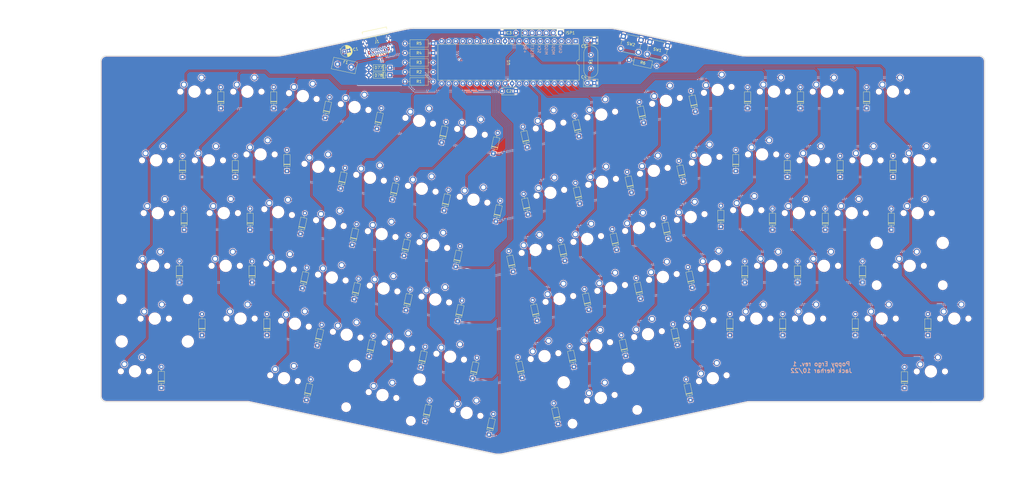
<source format=kicad_pcb>
(kicad_pcb (version 20171130) (host pcbnew "(5.1.12)-1")
  (layers (0 F.Cu signal) (31 B.Cu signal) (34 B.Paste user) (35 F.Paste user) (36 B.SilkS user) (37 F.SilkS user) (38 B.Mask user) (39 F.Mask user) (44 Edge.Cuts user))
  (net 0 "")
  (net 1 col10)
  (net 2 col1)
  (net 3 col2)
  (net 4 col3)
  (net 5 col4)
  (net 6 col5)
  (net 7 col6)
  (net 8 col7)
  (net 9 col8)
  (net 10 col9)
  (net 11 col13)
  (net 12 col0)
  (net 13 col14)
  (net 14 col11)
  (net 15 col12)
  (net 16 row1)
  (net 17 row4)
  (net 18 row2)
  (net 19 row3)
  (net 20 row5)
  (net 21 row0)
  (net 22 GND)
  (net 23 D+)
  (net 24 D-)
  (net 25 MOSI)
  (net 26 SCK)
  (net 27 +5V)
  (net 28 MISO)
  (net 29 "Net-(C4-Pad1)")
  (net 30 "Net-(C5-Pad1)")
  (net 31 VCC)
  (net 32 RESET)
  (net 33 "Net-(J1-PadA5)")
  (net 34 "Net-(J1-PadA8)")
  (net 35 "Net-(J1-PadB8)")
  (net 36 "Net-(J1-PadB5)")
  (net 37 BOOT)
  (net 38 "Net-(U1-Pad32)")
  (net 39 "Net-(U1-Pad5)")
  (net 40 "Net-(U1-Pad4)")
  (net 41 "Net-(U1-Pad3)")
  (net 42 "Net-(U1-Pad2)")
  (net 43 "Net-(U1-Pad1)")
  (net 44 "Net-(D1-Pad2)")
  (net 45 "Net-(D2-Pad2)")
  (net 46 "Net-(D3-Pad2)")
  (net 47 "Net-(D4-Pad2)")
  (net 48 "Net-(D5-Pad2)")
  (net 49 "Net-(D6-Pad2)")
  (net 50 "Net-(D7-Pad2)")
  (net 51 "Net-(D8-Pad2)")
  (net 52 "Net-(D9-Pad2)")
  (net 53 "Net-(D10-Pad2)")
  (net 54 "Net-(D11-Pad2)")
  (net 55 "Net-(D12-Pad2)")
  (net 56 "Net-(D13-Pad2)")
  (net 57 "Net-(D14-Pad2)")
  (net 58 "Net-(D15-Pad2)")
  (net 59 "Net-(D16-Pad2)")
  (net 60 "Net-(D17-Pad2)")
  (net 61 "Net-(D18-Pad2)")
  (net 62 "Net-(D19-Pad2)")
  (net 63 "Net-(D20-Pad2)")
  (net 64 "Net-(D21-Pad2)")
  (net 65 "Net-(D22-Pad2)")
  (net 66 "Net-(D23-Pad2)")
  (net 67 "Net-(D24-Pad2)")
  (net 68 "Net-(D25-Pad2)")
  (net 69 "Net-(D26-Pad2)")
  (net 70 "Net-(D27-Pad2)")
  (net 71 "Net-(D28-Pad2)")
  (net 72 "Net-(D29-Pad2)")
  (net 73 "Net-(D30-Pad2)")
  (net 74 "Net-(D31-Pad2)")
  (net 75 "Net-(D32-Pad2)")
  (net 76 "Net-(D33-Pad2)")
  (net 77 "Net-(D34-Pad2)")
  (net 78 "Net-(D35-Pad2)")
  (net 79 "Net-(D36-Pad2)")
  (net 80 "Net-(D37-Pad2)")
  (net 81 "Net-(D38-Pad2)")
  (net 82 "Net-(D39-Pad2)")
  (net 83 "Net-(D40-Pad2)")
  (net 84 "Net-(D41-Pad2)")
  (net 85 "Net-(D42-Pad2)")
  (net 86 "Net-(D43-Pad2)")
  (net 87 "Net-(D44-Pad2)")
  (net 88 "Net-(D45-Pad2)")
  (net 89 "Net-(D46-Pad2)")
  (net 90 "Net-(D47-Pad2)")
  (net 91 "Net-(D48-Pad2)")
  (net 92 "Net-(D49-Pad2)")
  (net 93 "Net-(D50-Pad2)")
  (net 94 "Net-(D51-Pad2)")
  (net 95 "Net-(D52-Pad2)")
  (net 96 "Net-(D53-Pad2)")
  (net 97 "Net-(D54-Pad2)")
  (net 98 "Net-(D55-Pad2)")
  (net 99 "Net-(D56-Pad2)")
  (net 100 "Net-(D57-Pad2)")
  (net 101 "Net-(D58-Pad2)")
  (net 102 "Net-(D59-Pad2)")
  (net 103 "Net-(D60-Pad2)")
  (net 104 "Net-(D61-Pad2)")
  (net 105 "Net-(D62-Pad2)")
  (net 106 "Net-(D63-Pad2)")
  (net 107 "Net-(D64-Pad2)")
  (net 108 "Net-(D65-Pad2)")
  (net 109 "Net-(D66-Pad2)")
  (net 110 "Net-(D67-Pad2)")
  (net 111 "Net-(D68-Pad2)")
  (net 112 "Net-(D69-Pad2)")
  (net 113 "Net-(D70-Pad2)")
  (net 114 "Net-(D71-Pad2)")
  (net 115 "Net-(D72-Pad2)")
  (net 116 "Net-(D73-Pad2)")
  (net 117 "Net-(D74-Pad2)")
  (net 118 "Net-(D75-Pad2)")
  (net 119 "Net-(D76-Pad2)")
  (net 120 "Net-(D77-Pad1)")
  (net 121 "Net-(D78-Pad1)")
  (module truchet:poppy_logo2 (layer F.Cu) (at 389.143512 243.608716)
    (fp_text reference G*** hide)
    (fp_text value LOGO hide)
  )
  (module MX_Only:MXOnly-1U-NoLED (layer F.Cu) (at 262.970474 158.948072 348)
    (fp_text reference MX6)
    (fp_text value KEYSW)
    (pad 2 thru_hole circle (at 2.54 -5.08 348) (size 2.25 2.25) (drill 1.47) (layers *.Cu B.Mask) (net 49 "Net-(D6-Pad2)"))
    (pad "" np_thru_hole circle (at 0 0 348) (size 3.9878 3.9878) (drill 3.9878) (layers *.Cu *.Mask))
    (pad 1 thru_hole circle (at -3.81 -2.54 348) (size 2.25 2.25) (drill 1.47) (layers *.Cu B.Mask) (net 6 col5))
    (pad "" np_thru_hole circle (at -5.08 0 36.0996) (size 1.75 1.75) (drill 1.75) (layers *.Cu *.Mask))
    (pad "" np_thru_hole circle (at 5.08 0 36.0996) (size 1.75 1.75) (drill 1.75) (layers *.Cu *.Mask))
  )
  (module MX_Only:MXOnly-1U-NoLED (layer F.Cu) (at 194.219184 207.521135 348)
    (fp_text reference MX45)
    (fp_text value KEYSW)
    (pad 2 thru_hole circle (at 2.54 -5.08 348) (size 2.25 2.25) (drill 1.47) (layers *.Cu B.Mask) (net 88 "Net-(D45-Pad2)"))
    (pad "" np_thru_hole circle (at 0 0 348) (size 3.9878 3.9878) (drill 3.9878) (layers *.Cu *.Mask))
    (pad 1 thru_hole circle (at -3.81 -2.54 348) (size 2.25 2.25) (drill 1.47) (layers *.Cu B.Mask) (net 3 col2))
    (pad "" np_thru_hole circle (at -5.08 0 36.0996) (size 1.75 1.75) (drill 1.75) (layers *.Cu *.Mask))
    (pad "" np_thru_hole circle (at 5.08 0 36.0996) (size 1.75 1.75) (drill 1.75) (layers *.Cu *.Mask))
  )
  (module MX_Only:MXOnly-1U-NoLED (layer F.Cu) (at 261.384814 260.289754 348)
    (fp_text reference MX73)
    (fp_text value KEYSW)
    (pad 2 thru_hole circle (at 2.54 -5.08 348) (size 2.25 2.25) (drill 1.47) (layers *.Cu B.Mask) (net 116 "Net-(D73-Pad2)"))
    (pad "" np_thru_hole circle (at 0 0 348) (size 3.9878 3.9878) (drill 3.9878) (layers *.Cu *.Mask))
    (pad 1 thru_hole circle (at -3.81 -2.54 348) (size 2.25 2.25) (drill 1.47) (layers *.Cu B.Mask) (net 6 col5))
    (pad "" np_thru_hole circle (at -5.08 0 36.0996) (size 1.75 1.75) (drill 1.75) (layers *.Cu *.Mask))
    (pad "" np_thru_hole circle (at 5.08 0 36.0996) (size 1.75 1.75) (drill 1.75) (layers *.Cu *.Mask))
  )
  (module MX_Only:MXOnly-2.75U-ReversedStabilizers-NoLED (layer F.Cu) (at 309.731483 254.869793 12)
    (fp_text reference MX74)
    (fp_text value KEYSW)
    (pad "" np_thru_hole circle (at 11.90625 -8.255 12) (size 3.9878 3.9878) (drill 3.9878) (layers *.Cu *.Mask))
    (pad "" np_thru_hole circle (at -11.90625 -8.255 12) (size 3.9878 3.9878) (drill 3.9878) (layers *.Cu *.Mask))
    (pad "" np_thru_hole circle (at 11.90625 6.985 12) (size 3.048 3.048) (drill 3.048) (layers *.Cu *.Mask))
    (pad "" np_thru_hole circle (at -11.90625 6.985 12) (size 3.048 3.048) (drill 3.048) (layers *.Cu *.Mask))
    (pad "" np_thru_hole circle (at 5.08 0 60.0996) (size 1.75 1.75) (drill 1.75) (layers *.Cu *.Mask))
    (pad "" np_thru_hole circle (at -5.08 0 60.0996) (size 1.75 1.75) (drill 1.75) (layers *.Cu *.Mask))
    (pad 1 thru_hole circle (at -3.81 -2.54 12) (size 2.25 2.25) (drill 1.47) (layers *.Cu B.Mask) (net 9 col8))
    (pad "" np_thru_hole circle (at 0 0 12) (size 3.9878 3.9878) (drill 3.9878) (layers *.Cu *.Mask))
    (pad 2 thru_hole circle (at 2.54 -5.08 12) (size 2.25 2.25) (drill 1.47) (layers *.Cu B.Mask) (net 117 "Net-(D74-Pad2)"))
  )
  (module MX_Only:MXOnly-1U-NoLED (layer F.Cu) (at 308.096368 235.859811 12)
    (fp_text reference MX63)
    (fp_text value KEYSW)
    (pad 2 thru_hole circle (at 2.54 -5.08 12) (size 2.25 2.25) (drill 1.47) (layers *.Cu B.Mask) (net 106 "Net-(D63-Pad2)"))
    (pad "" np_thru_hole circle (at 0 0 12) (size 3.9878 3.9878) (drill 3.9878) (layers *.Cu *.Mask))
    (pad 1 thru_hole circle (at -3.81 -2.54 12) (size 2.25 2.25) (drill 1.47) (layers *.Cu B.Mask) (net 9 col8))
    (pad "" np_thru_hole circle (at -5.08 0 60.0996) (size 1.75 1.75) (drill 1.75) (layers *.Cu *.Mask))
    (pad "" np_thru_hole circle (at 5.08 0 60.0996) (size 1.75 1.75) (drill 1.75) (layers *.Cu *.Mask))
  )
  (module MX_Only:MXOnly-1U-NoLED (layer F.Cu) (at 323.467078 193.641489 12)
    (fp_text reference MX37)
    (fp_text value KEYSW)
    (pad 2 thru_hole circle (at 2.54 -5.08 12) (size 2.25 2.25) (drill 1.47) (layers *.Cu B.Mask) (net 80 "Net-(D37-Pad2)"))
    (pad "" np_thru_hole circle (at 0 0 12) (size 3.9878 3.9878) (drill 3.9878) (layers *.Cu *.Mask))
    (pad 1 thru_hole circle (at -3.81 -2.54 12) (size 2.25 2.25) (drill 1.47) (layers *.Cu B.Mask) (net 10 col9))
    (pad "" np_thru_hole circle (at -5.08 0 60.0996) (size 1.75 1.75) (drill 1.75) (layers *.Cu *.Mask))
    (pad "" np_thru_hole circle (at 5.08 0 60.0996) (size 1.75 1.75) (drill 1.75) (layers *.Cu *.Mask))
  )
  (module MX_Only:MXOnly-1U-NoLED (layer F.Cu) (at 291.276948 156.712326 12)
    (fp_text reference MX7)
    (fp_text value KEYSW)
    (pad 2 thru_hole circle (at 2.54 -5.08 12) (size 2.25 2.25) (drill 1.47) (layers *.Cu B.Mask) (net 50 "Net-(D7-Pad2)"))
    (pad "" np_thru_hole circle (at 0 0 12) (size 3.9878 3.9878) (drill 3.9878) (layers *.Cu *.Mask))
    (pad 1 thru_hole circle (at -3.81 -2.54 12) (size 2.25 2.25) (drill 1.47) (layers *.Cu B.Mask) (net 8 col7))
    (pad "" np_thru_hole circle (at -5.08 0 60.0996) (size 1.75 1.75) (drill 1.75) (layers *.Cu *.Mask))
    (pad "" np_thru_hole circle (at 5.08 0 60.0996) (size 1.75 1.75) (drill 1.75) (layers *.Cu *.Mask))
  )
  (module MX_Only:MXOnly-2.25U-ReversedStabilizers-NoLED (layer F.Cu) (at 231.105639 253.853612 348)
    (fp_text reference MX72)
    (fp_text value KEYSW)
    (pad "" np_thru_hole circle (at 11.90625 -8.255 348) (size 3.9878 3.9878) (drill 3.9878) (layers *.Cu *.Mask))
    (pad "" np_thru_hole circle (at -11.90625 -8.255 348) (size 3.9878 3.9878) (drill 3.9878) (layers *.Cu *.Mask))
    (pad "" np_thru_hole circle (at 11.90625 6.985 348) (size 3.048 3.048) (drill 3.048) (layers *.Cu *.Mask))
    (pad "" np_thru_hole circle (at -11.90625 6.985 348) (size 3.048 3.048) (drill 3.048) (layers *.Cu *.Mask))
    (pad "" np_thru_hole circle (at 5.08 0 36.0996) (size 1.75 1.75) (drill 1.75) (layers *.Cu *.Mask))
    (pad "" np_thru_hole circle (at -5.08 0 36.0996) (size 1.75 1.75) (drill 1.75) (layers *.Cu *.Mask))
    (pad 1 thru_hole circle (at -3.81 -2.54 348) (size 2.25 2.25) (drill 1.47) (layers *.Cu B.Mask) (net 5 col4))
    (pad "" np_thru_hole circle (at 0 0 348) (size 3.9878 3.9878) (drill 3.9878) (layers *.Cu *.Mask))
    (pad 2 thru_hole circle (at 2.54 -5.08 348) (size 2.25 2.25) (drill 1.47) (layers *.Cu B.Mask) (net 115 "Net-(D72-Pad2)"))
  )
  (module MX_Only:MXOnly-2.25U-ReversedStabilizers-NoLED (layer F.Cu) (at 420.975849 207.265421)
    (fp_text reference MX55)
    (fp_text value KEYSW)
    (pad "" np_thru_hole circle (at 11.90625 -8.255) (size 3.9878 3.9878) (drill 3.9878) (layers *.Cu *.Mask))
    (pad "" np_thru_hole circle (at -11.90625 -8.255) (size 3.9878 3.9878) (drill 3.9878) (layers *.Cu *.Mask))
    (pad "" np_thru_hole circle (at 11.90625 6.985) (size 3.048 3.048) (drill 3.048) (layers *.Cu *.Mask))
    (pad "" np_thru_hole circle (at -11.90625 6.985) (size 3.048 3.048) (drill 3.048) (layers *.Cu *.Mask))
    (pad "" np_thru_hole circle (at 5.08 0 48.0996) (size 1.75 1.75) (drill 1.75) (layers *.Cu *.Mask))
    (pad "" np_thru_hole circle (at -5.08 0 48.0996) (size 1.75 1.75) (drill 1.75) (layers *.Cu *.Mask))
    (pad 1 thru_hole circle (at -3.81 -2.54) (size 2.25 2.25) (drill 1.47) (layers *.Cu B.Mask) (net 13 col14))
    (pad "" np_thru_hole circle (at 0 0) (size 3.9878 3.9878) (drill 3.9878) (layers *.Cu *.Mask))
    (pad 2 thru_hole circle (at 2.54 -5.08) (size 2.25 2.25) (drill 1.47) (layers *.Cu B.Mask) (net 98 "Net-(D55-Pad2)"))
  )
  (module Crystal:Crystal_HC49-4H_Vertical (layer F.Cu) (at 306.154583 131.220729 270)
    (fp_text reference X1 (at 2.44 0 270) (layer F.SilkS))
    (fp_text value Crystal)
    (pad 2 thru_hole circle (at 4.88 0 270) (size 1.5 1.5) (drill 0.8) (layers *.Cu *.Mask) (net 29 "Net-(C4-Pad1)"))
    (pad 1 thru_hole circle (at 0 0 270) (size 1.5 1.5) (drill 0.8) (layers *.Cu *.Mask) (net 30 "Net-(C5-Pad1)"))
  )
  (module Package_DIP:DIP-40_W15.24mm (layer F.Cu) (at 300.652433 126.28758 270)
    (fp_text reference U1 (at 7.65 24.2 90) (layer F.SilkS))
    (fp_text value ATmega32A-PU)
    (pad 40 thru_hole oval (at 15.24 0 270) (size 1.6 1.6) (drill 0.8) (layers *.Cu *.Mask) (net 13 col14))
    (pad 20 thru_hole oval (at 0 48.26 270) (size 1.6 1.6) (drill 0.8) (layers *.Cu *.Mask) (net 4 col3))
    (pad 39 thru_hole oval (at 15.24 2.54 270) (size 1.6 1.6) (drill 0.8) (layers *.Cu *.Mask) (net 11 col13))
    (pad 19 thru_hole oval (at 0 45.72 270) (size 1.6 1.6) (drill 0.8) (layers *.Cu *.Mask) (net 3 col2))
    (pad 38 thru_hole oval (at 15.24 5.08 270) (size 1.6 1.6) (drill 0.8) (layers *.Cu *.Mask) (net 15 col12))
    (pad 18 thru_hole oval (at 0 43.18 270) (size 1.6 1.6) (drill 0.8) (layers *.Cu *.Mask) (net 37 BOOT))
    (pad 37 thru_hole oval (at 15.24 7.62 270) (size 1.6 1.6) (drill 0.8) (layers *.Cu *.Mask) (net 14 col11))
    (pad 17 thru_hole oval (at 0 40.64 270) (size 1.6 1.6) (drill 0.8) (layers *.Cu *.Mask) (net 24 D-))
    (pad 36 thru_hole oval (at 15.24 10.16 270) (size 1.6 1.6) (drill 0.8) (layers *.Cu *.Mask) (net 1 col10))
    (pad 16 thru_hole oval (at 0 38.1 270) (size 1.6 1.6) (drill 0.8) (layers *.Cu *.Mask) (net 23 D+))
    (pad 35 thru_hole oval (at 15.24 12.7 270) (size 1.6 1.6) (drill 0.8) (layers *.Cu *.Mask) (net 10 col9))
    (pad 15 thru_hole oval (at 0 35.56 270) (size 1.6 1.6) (drill 0.8) (layers *.Cu *.Mask) (net 2 col1))
    (pad 34 thru_hole oval (at 15.24 15.24 270) (size 1.6 1.6) (drill 0.8) (layers *.Cu *.Mask) (net 9 col8))
    (pad 14 thru_hole oval (at 0 33.02 270) (size 1.6 1.6) (drill 0.8) (layers *.Cu *.Mask) (net 12 col0))
    (pad 33 thru_hole oval (at 15.24 17.78 270) (size 1.6 1.6) (drill 0.8) (layers *.Cu *.Mask) (net 8 col7))
    (pad 13 thru_hole oval (at 0 30.48 270) (size 1.6 1.6) (drill 0.8) (layers *.Cu *.Mask) (net 29 "Net-(C4-Pad1)"))
    (pad 32 thru_hole oval (at 15.24 20.32 270) (size 1.6 1.6) (drill 0.8) (layers *.Cu *.Mask) (net 38 "Net-(U1-Pad32)"))
    (pad 12 thru_hole oval (at 0 27.94 270) (size 1.6 1.6) (drill 0.8) (layers *.Cu *.Mask) (net 30 "Net-(C5-Pad1)"))
    (pad 31 thru_hole oval (at 15.24 22.86 270) (size 1.6 1.6) (drill 0.8) (layers *.Cu *.Mask) (net 22 GND))
    (pad 11 thru_hole oval (at 0 25.4 270) (size 1.6 1.6) (drill 0.8) (layers *.Cu *.Mask) (net 22 GND))
    (pad 30 thru_hole oval (at 15.24 25.4 270) (size 1.6 1.6) (drill 0.8) (layers *.Cu *.Mask) (net 27 +5V))
    (pad 10 thru_hole oval (at 0 22.86 270) (size 1.6 1.6) (drill 0.8) (layers *.Cu *.Mask) (net 27 +5V))
    (pad 29 thru_hole oval (at 15.24 27.94 270) (size 1.6 1.6) (drill 0.8) (layers *.Cu *.Mask) (net 20 row5))
    (pad 9 thru_hole oval (at 0 20.32 270) (size 1.6 1.6) (drill 0.8) (layers *.Cu *.Mask) (net 32 RESET))
    (pad 28 thru_hole oval (at 15.24 30.48 270) (size 1.6 1.6) (drill 0.8) (layers *.Cu *.Mask) (net 17 row4))
    (pad 8 thru_hole oval (at 0 17.78 270) (size 1.6 1.6) (drill 0.8) (layers *.Cu *.Mask) (net 26 SCK))
    (pad 27 thru_hole oval (at 15.24 33.02 270) (size 1.6 1.6) (drill 0.8) (layers *.Cu *.Mask) (net 19 row3))
    (pad 7 thru_hole oval (at 0 15.24 270) (size 1.6 1.6) (drill 0.8) (layers *.Cu *.Mask) (net 28 MISO))
    (pad 26 thru_hole oval (at 15.24 35.56 270) (size 1.6 1.6) (drill 0.8) (layers *.Cu *.Mask) (net 18 row2))
    (pad 6 thru_hole oval (at 0 12.7 270) (size 1.6 1.6) (drill 0.8) (layers *.Cu *.Mask) (net 25 MOSI))
    (pad 25 thru_hole oval (at 15.24 38.1 270) (size 1.6 1.6) (drill 0.8) (layers *.Cu *.Mask) (net 16 row1))
    (pad 5 thru_hole oval (at 0 10.16 270) (size 1.6 1.6) (drill 0.8) (layers *.Cu *.Mask) (net 39 "Net-(U1-Pad5)"))
    (pad 24 thru_hole oval (at 15.24 40.64 270) (size 1.6 1.6) (drill 0.8) (layers *.Cu *.Mask) (net 21 row0))
    (pad 4 thru_hole oval (at 0 7.62 270) (size 1.6 1.6) (drill 0.8) (layers *.Cu *.Mask) (net 40 "Net-(U1-Pad4)"))
    (pad 23 thru_hole oval (at 15.24 43.18 270) (size 1.6 1.6) (drill 0.8) (layers *.Cu *.Mask) (net 7 col6))
    (pad 3 thru_hole oval (at 0 5.08 270) (size 1.6 1.6) (drill 0.8) (layers *.Cu *.Mask) (net 41 "Net-(U1-Pad3)"))
    (pad 22 thru_hole oval (at 15.24 45.72 270) (size 1.6 1.6) (drill 0.8) (layers *.Cu *.Mask) (net 6 col5))
    (pad 2 thru_hole oval (at 0 2.54 270) (size 1.6 1.6) (drill 0.8) (layers *.Cu *.Mask) (net 42 "Net-(U1-Pad2)"))
    (pad 21 thru_hole oval (at 15.24 48.26 270) (size 1.6 1.6) (drill 0.8) (layers *.Cu *.Mask) (net 5 col4))
    (pad 1 thru_hole rect (at 0 0 270) (size 1.6 1.6) (drill 0.8) (layers *.Cu *.Mask) (net 43 "Net-(U1-Pad1)"))
  )
  (module Button_Switch_THT:SW_PUSH_6mm (layer F.Cu) (at 317.852432 124.537579 348)
    (fp_text reference SW2 (at 3.25 2.2 168) (layer F.SilkS))
    (fp_text value BOOT)
    (pad 1 thru_hole circle (at 6.5 0 78) (size 2 2) (drill 1.1) (layers *.Cu *.Mask) (net 22 GND))
    (pad 2 thru_hole circle (at 6.5 4.5 78) (size 2 2) (drill 1.1) (layers *.Cu *.Mask) (net 37 BOOT))
    (pad 1 thru_hole circle (at 0 0 78) (size 2 2) (drill 1.1) (layers *.Cu *.Mask) (net 22 GND))
    (pad 2 thru_hole circle (at 0 4.5 78) (size 2 2) (drill 1.1) (layers *.Cu *.Mask) (net 37 BOOT))
  )
  (module Button_Switch_THT:SW_PUSH_6mm (layer F.Cu) (at 327.396349 126.5662 348)
    (fp_text reference SW1 (at 3.25 2.2 168) (layer F.SilkS))
    (fp_text value RESET)
    (pad 1 thru_hole circle (at 6.5 0 78) (size 2 2) (drill 1.1) (layers *.Cu *.Mask) (net 22 GND))
    (pad 2 thru_hole circle (at 6.5 4.5 78) (size 2 2) (drill 1.1) (layers *.Cu *.Mask) (net 32 RESET))
    (pad 1 thru_hole circle (at 0 0 78) (size 2 2) (drill 1.1) (layers *.Cu *.Mask) (net 22 GND))
    (pad 2 thru_hole circle (at 0 4.5 78) (size 2 2) (drill 1.1) (layers *.Cu *.Mask) (net 32 RESET))
  )
  (module Resistor_THT:R_Axial_DIN0207_L6.3mm_D2.5mm_P10.16mm_Horizontal (layer F.Cu) (at 319.902433 133.037583 348)
    (fp_text reference R6 (at 5.08 0 168) (layer F.SilkS))
    (fp_text value 10K)
    (pad 2 thru_hole oval (at 10.16 0 348) (size 1.6 1.6) (drill 0.8) (layers *.Cu *.Mask) (net 32 RESET))
    (pad 1 thru_hole circle (at 0 0 348) (size 1.6 1.6) (drill 0.8) (layers *.Cu *.Mask) (net 27 +5V))
  )
  (module Resistor_THT:R_Axial_DIN0207_L6.3mm_D2.5mm_P10.16mm_Horizontal (layer F.Cu) (at 249.352432 127.11758 180)
    (fp_text reference R5 (at 5.08 0.000002) (layer F.SilkS))
    (fp_text value 5.1K)
    (pad 2 thru_hole oval (at 10.16 0 180) (size 1.6 1.6) (drill 0.8) (layers *.Cu *.Mask) (net 36 "Net-(J1-PadB5)"))
    (pad 1 thru_hole circle (at 0 0 180) (size 1.6 1.6) (drill 0.8) (layers *.Cu *.Mask) (net 22 GND))
  )
  (module Resistor_THT:R_Axial_DIN0207_L6.3mm_D2.5mm_P10.16mm_Horizontal (layer F.Cu) (at 249.352433 130.547582 180)
    (fp_text reference R4 (at 5.08 0) (layer F.SilkS))
    (fp_text value 5.1K)
    (pad 2 thru_hole oval (at 10.16 0 180) (size 1.6 1.6) (drill 0.8) (layers *.Cu *.Mask) (net 33 "Net-(J1-PadA5)"))
    (pad 1 thru_hole circle (at 0 0 180) (size 1.6 1.6) (drill 0.8) (layers *.Cu *.Mask) (net 22 GND))
  )
  (module Resistor_THT:R_Axial_DIN0207_L6.3mm_D2.5mm_P10.16mm_Horizontal (layer F.Cu) (at 249.352432 133.977584 180)
    (fp_text reference R3 (at 5.08 0) (layer F.SilkS))
    (fp_text value 68)
    (pad 2 thru_hole oval (at 10.16 0 180) (size 1.6 1.6) (drill 0.8) (layers *.Cu *.Mask) (net 120 "Net-(D77-Pad1)"))
    (pad 1 thru_hole circle (at 0 0 180) (size 1.6 1.6) (drill 0.8) (layers *.Cu *.Mask) (net 24 D-))
  )
  (module Resistor_THT:R_Axial_DIN0207_L6.3mm_D2.5mm_P10.16mm_Horizontal (layer F.Cu) (at 249.352431 137.407583 180)
    (fp_text reference R2 (at 5.08 0) (layer F.SilkS))
    (fp_text value 68)
    (pad 2 thru_hole oval (at 10.16 0 180) (size 1.6 1.6) (drill 0.8) (layers *.Cu *.Mask) (net 121 "Net-(D78-Pad1)"))
    (pad 1 thru_hole circle (at 0 0 180) (size 1.6 1.6) (drill 0.8) (layers *.Cu *.Mask) (net 23 D+))
  )
  (module Resistor_THT:R_Axial_DIN0207_L6.3mm_D2.5mm_P10.16mm_Horizontal (layer F.Cu) (at 249.352433 140.837581 180)
    (fp_text reference R1 (at 5.08 0) (layer F.SilkS))
    (fp_text value 1.5K)
    (pad 2 thru_hole oval (at 10.16 0 180) (size 1.6 1.6) (drill 0.8) (layers *.Cu *.Mask) (net 27 +5V))
    (pad 1 thru_hole circle (at 0 0 180) (size 1.6 1.6) (drill 0.8) (layers *.Cu *.Mask) (net 120 "Net-(D77-Pad1)"))
  )
  (module MX_Only:MXOnly-1U-NoLED (layer F.Cu) (at 179.981918 226.283037)
    (fp_text reference MX57)
    (fp_text value KEYSW)
    (pad 2 thru_hole circle (at 2.54 -5.08) (size 2.25 2.25) (drill 1.47) (layers *.Cu B.Mask) (net 100 "Net-(D57-Pad2)"))
    (pad "" np_thru_hole circle (at 0 0) (size 3.9878 3.9878) (drill 3.9878) (layers *.Cu *.Mask))
    (pad 1 thru_hole circle (at -3.81 -2.54) (size 2.25 2.25) (drill 1.47) (layers *.Cu B.Mask) (net 2 col1))
    (pad "" np_thru_hole circle (at -5.08 0 48.0996) (size 1.75 1.75) (drill 1.75) (layers *.Cu *.Mask))
    (pad "" np_thru_hole circle (at 5.08 0 48.0996) (size 1.75 1.75) (drill 1.75) (layers *.Cu *.Mask))
  )
  (module MX_Only:MXOnly-1U-NoLED (layer F.Cu) (at 286.199652 201.562926 12)
    (fp_text reference MX35)
    (fp_text value KEYSW)
    (pad 2 thru_hole circle (at 2.54 -5.08 12) (size 2.25 2.25) (drill 1.47) (layers *.Cu B.Mask) (net 78 "Net-(D35-Pad2)"))
    (pad "" np_thru_hole circle (at 0 0 12) (size 3.9878 3.9878) (drill 3.9878) (layers *.Cu *.Mask))
    (pad 1 thru_hole circle (at -3.81 -2.54 12) (size 2.25 2.25) (drill 1.47) (layers *.Cu B.Mask) (net 8 col7))
    (pad "" np_thru_hole circle (at -5.08 0 60.0996) (size 1.75 1.75) (drill 1.75) (layers *.Cu *.Mask))
    (pad "" np_thru_hole circle (at 5.08 0 60.0996) (size 1.75 1.75) (drill 1.75) (layers *.Cu *.Mask))
  )
  (module MX_Only:MXOnly-1U-NoLED (layer F.Cu) (at 199.575322 228.1352 348)
    (fp_text reference MX58)
    (fp_text value KEYSW)
    (pad 2 thru_hole circle (at 2.54 -5.08 348) (size 2.25 2.25) (drill 1.47) (layers *.Cu B.Mask) (net 101 "Net-(D58-Pad2)"))
    (pad "" np_thru_hole circle (at 0 0 348) (size 3.9878 3.9878) (drill 3.9878) (layers *.Cu *.Mask))
    (pad 1 thru_hole circle (at -3.81 -2.54 348) (size 2.25 2.25) (drill 1.47) (layers *.Cu B.Mask) (net 3 col2))
    (pad "" np_thru_hole circle (at -5.08 0 36.0996) (size 1.75 1.75) (drill 1.75) (layers *.Cu *.Mask))
    (pad "" np_thru_hole circle (at 5.08 0 36.0996) (size 1.75 1.75) (drill 1.75) (layers *.Cu *.Mask))
  )
  (module MX_Only:MXOnly-1U-NoLED (layer F.Cu) (at 193.521474 187.897242 348)
    (fp_text reference MX31)
    (fp_text value KEYSW)
    (pad 2 thru_hole circle (at 2.54 -5.08 348) (size 2.25 2.25) (drill 1.47) (layers *.Cu B.Mask) (net 74 "Net-(D31-Pad2)"))
    (pad "" np_thru_hole circle (at 0 0 348) (size 3.9878 3.9878) (drill 3.9878) (layers *.Cu *.Mask))
    (pad 1 thru_hole circle (at -3.81 -2.54 348) (size 2.25 2.25) (drill 1.47) (layers *.Cu B.Mask) (net 3 col2))
    (pad "" np_thru_hole circle (at -5.08 0 36.0996) (size 1.75 1.75) (drill 1.75) (layers *.Cu *.Mask))
    (pad "" np_thru_hole circle (at 5.08 0 36.0996) (size 1.75 1.75) (drill 1.75) (layers *.Cu *.Mask))
  )
  (module MX_Only:MXOnly-1U-NoLED (layer F.Cu) (at 236.842745 236.056636 348)
    (fp_text reference MX60)
    (fp_text value KEYSW)
    (pad 2 thru_hole circle (at 2.54 -5.08 348) (size 2.25 2.25) (drill 1.47) (layers *.Cu B.Mask) (net 103 "Net-(D60-Pad2)"))
    (pad "" np_thru_hole circle (at 0 0 348) (size 3.9878 3.9878) (drill 3.9878) (layers *.Cu *.Mask))
    (pad 1 thru_hole circle (at -3.81 -2.54 348) (size 2.25 2.25) (drill 1.47) (layers *.Cu B.Mask) (net 5 col4))
    (pad "" np_thru_hole circle (at -5.08 0 36.0996) (size 1.75 1.75) (drill 1.75) (layers *.Cu *.Mask))
    (pad "" np_thru_hole circle (at 5.08 0 36.0996) (size 1.75 1.75) (drill 1.75) (layers *.Cu *.Mask))
  )
  (module MX_Only:MXOnly-1U-NoLED (layer F.Cu) (at 304.833365 197.602211 12)
    (fp_text reference MX36)
    (fp_text value KEYSW)
    (pad 2 thru_hole circle (at 2.54 -5.08 12) (size 2.25 2.25) (drill 1.47) (layers *.Cu B.Mask) (net 79 "Net-(D36-Pad2)"))
    (pad "" np_thru_hole circle (at 0 0 12) (size 3.9878 3.9878) (drill 3.9878) (layers *.Cu *.Mask))
    (pad 1 thru_hole circle (at -3.81 -2.54 12) (size 2.25 2.25) (drill 1.47) (layers *.Cu B.Mask) (net 9 col8))
    (pad "" np_thru_hole circle (at -5.08 0 60.0996) (size 1.75 1.75) (drill 1.75) (layers *.Cu *.Mask))
    (pad "" np_thru_hole circle (at 5.08 0 60.0996) (size 1.75 1.75) (drill 1.75) (layers *.Cu *.Mask))
  )
  (module MX_Only:MXOnly-1U-NoLED (layer F.Cu) (at 249.422612 199.779391 348)
    (fp_text reference MX34)
    (fp_text value KEYSW)
    (pad 2 thru_hole circle (at 2.54 -5.08 348) (size 2.25 2.25) (drill 1.47) (layers *.Cu B.Mask) (net 77 "Net-(D34-Pad2)"))
    (pad "" np_thru_hole circle (at 0 0 348) (size 3.9878 3.9878) (drill 3.9878) (layers *.Cu *.Mask))
    (pad 1 thru_hole circle (at -3.81 -2.54 348) (size 2.25 2.25) (drill 1.47) (layers *.Cu B.Mask) (net 6 col5))
    (pad "" np_thru_hole circle (at -5.08 0 36.0996) (size 1.75 1.75) (drill 1.75) (layers *.Cu *.Mask))
    (pad "" np_thru_hole circle (at 5.08 0 36.0996) (size 1.75 1.75) (drill 1.75) (layers *.Cu *.Mask))
  )
  (module MX_Only:MXOnly-1U-NoLED (layer F.Cu) (at 384.731312 226.284942)
    (fp_text reference MX67)
    (fp_text value KEYSW)
    (pad 2 thru_hole circle (at 2.54 -5.08) (size 2.25 2.25) (drill 1.47) (layers *.Cu B.Mask) (net 110 "Net-(D67-Pad2)"))
    (pad "" np_thru_hole circle (at 0 0) (size 3.9878 3.9878) (drill 3.9878) (layers *.Cu *.Mask))
    (pad 1 thru_hole circle (at -3.81 -2.54) (size 2.25 2.25) (drill 1.47) (layers *.Cu B.Mask) (net 15 col12))
    (pad "" np_thru_hole circle (at -5.08 0 48.0996) (size 1.75 1.75) (drill 1.75) (layers *.Cu *.Mask))
    (pad "" np_thru_hole circle (at 5.08 0 48.0996) (size 1.75 1.75) (drill 1.75) (layers *.Cu *.Mask))
  )
  (module MX_Only:MXOnly-1U-NoLED (layer F.Cu) (at 371.068655 207.269236)
    (fp_text reference MX53)
    (fp_text value KEYSW)
    (pad 2 thru_hole circle (at 2.54 -5.08) (size 2.25 2.25) (drill 1.47) (layers *.Cu B.Mask) (net 96 "Net-(D53-Pad2)"))
    (pad "" np_thru_hole circle (at 0 0) (size 3.9878 3.9878) (drill 3.9878) (layers *.Cu *.Mask))
    (pad 1 thru_hole circle (at -3.81 -2.54) (size 2.25 2.25) (drill 1.47) (layers *.Cu B.Mask) (net 14 col11))
    (pad "" np_thru_hole circle (at -5.08 0 48.0996) (size 1.75 1.75) (drill 1.75) (layers *.Cu *.Mask))
    (pad "" np_thru_hole circle (at 5.08 0 48.0996) (size 1.75 1.75) (drill 1.75) (layers *.Cu *.Mask))
  )
  (module MX_Only:MXOnly-1U-NoLED (layer F.Cu) (at 230.788896 195.818673 348)
    (fp_text reference MX33)
    (fp_text value KEYSW)
    (pad 2 thru_hole circle (at 2.54 -5.08 348) (size 2.25 2.25) (drill 1.47) (layers *.Cu B.Mask) (net 76 "Net-(D33-Pad2)"))
    (pad "" np_thru_hole circle (at 0 0 348) (size 3.9878 3.9878) (drill 3.9878) (layers *.Cu *.Mask))
    (pad 1 thru_hole circle (at -3.81 -2.54 348) (size 2.25 2.25) (drill 1.47) (layers *.Cu B.Mask) (net 5 col4))
    (pad "" np_thru_hole circle (at -5.08 0 36.0996) (size 1.75 1.75) (drill 1.75) (layers *.Cu *.Mask))
    (pad "" np_thru_hole circle (at 5.08 0 36.0996) (size 1.75 1.75) (drill 1.75) (layers *.Cu *.Mask))
  )
  (module MX_Only:MXOnly-1U-NoLED (layer F.Cu) (at 390.084364 207.27114)
    (fp_text reference MX54)
    (fp_text value KEYSW)
    (pad 2 thru_hole circle (at 2.54 -5.08) (size 2.25 2.25) (drill 1.47) (layers *.Cu B.Mask) (net 97 "Net-(D54-Pad2)"))
    (pad "" np_thru_hole circle (at 0 0) (size 3.9878 3.9878) (drill 3.9878) (layers *.Cu *.Mask))
    (pad 1 thru_hole circle (at -3.81 -2.54) (size 2.25 2.25) (drill 1.47) (layers *.Cu B.Mask) (net 15 col12))
    (pad "" np_thru_hole circle (at -5.08 0 48.0996) (size 1.75 1.75) (drill 1.75) (layers *.Cu *.Mask))
    (pad "" np_thru_hole circle (at 5.08 0 48.0996) (size 1.75 1.75) (drill 1.75) (layers *.Cu *.Mask))
  )
  (module MX_Only:MXOnly-1U-NoLED (layer F.Cu) (at 173.943068 188.257333)
    (fp_text reference MX30)
    (fp_text value KEYSW)
    (pad 2 thru_hole circle (at 2.54 -5.08) (size 2.25 2.25) (drill 1.47) (layers *.Cu B.Mask) (net 73 "Net-(D30-Pad2)"))
    (pad "" np_thru_hole circle (at 0 0) (size 3.9878 3.9878) (drill 3.9878) (layers *.Cu *.Mask))
    (pad 1 thru_hole circle (at -3.81 -2.54) (size 2.25 2.25) (drill 1.47) (layers *.Cu B.Mask) (net 2 col1))
    (pad "" np_thru_hole circle (at -5.08 0 48.0996) (size 1.75 1.75) (drill 1.75) (layers *.Cu *.Mask))
    (pad "" np_thru_hole circle (at 5.08 0 48.0996) (size 1.75 1.75) (drill 1.75) (layers *.Cu *.Mask))
  )
  (module MX_Only:MXOnly-1U-NoLED (layer F.Cu) (at 362.465674 187.198153)
    (fp_text reference MX39)
    (fp_text value KEYSW)
    (pad 2 thru_hole circle (at 2.54 -5.08) (size 2.25 2.25) (drill 1.47) (layers *.Cu B.Mask) (net 82 "Net-(D39-Pad2)"))
    (pad "" np_thru_hole circle (at 0 0) (size 3.9878 3.9878) (drill 3.9878) (layers *.Cu *.Mask))
    (pad 1 thru_hole circle (at -3.81 -2.54) (size 2.25 2.25) (drill 1.47) (layers *.Cu B.Mask) (net 14 col11))
    (pad "" np_thru_hole circle (at -5.08 0 48.0996) (size 1.75 1.75) (drill 1.75) (layers *.Cu *.Mask))
    (pad "" np_thru_hole circle (at 5.08 0 48.0996) (size 1.75 1.75) (drill 1.75) (layers *.Cu *.Mask))
  )
  (module MX_Only:MXOnly-1U-NoLED (layer F.Cu) (at 400.077998 188.25543)
    (fp_text reference MX41)
    (fp_text value KEYSW)
    (pad 2 thru_hole circle (at 2.54 -5.08) (size 2.25 2.25) (drill 1.47) (layers *.Cu B.Mask) (net 84 "Net-(D41-Pad2)"))
    (pad "" np_thru_hole circle (at 0 0) (size 3.9878 3.9878) (drill 3.9878) (layers *.Cu *.Mask))
    (pad 1 thru_hole circle (at -3.81 -2.54) (size 2.25 2.25) (drill 1.47) (layers *.Cu B.Mask) (net 11 col13))
    (pad "" np_thru_hole circle (at -5.08 0 48.0996) (size 1.75 1.75) (drill 1.75) (layers *.Cu *.Mask))
    (pad "" np_thru_hole circle (at 5.08 0 48.0996) (size 1.75 1.75) (drill 1.75) (layers *.Cu *.Mask))
  )
  (module MX_Only:MXOnly-1U-NoLED (layer F.Cu) (at 342.100784 189.680772 12)
    (fp_text reference MX38)
    (fp_text value KEYSW)
    (pad 2 thru_hole circle (at 2.54 -5.08 12) (size 2.25 2.25) (drill 1.47) (layers *.Cu B.Mask) (net 81 "Net-(D38-Pad2)"))
    (pad "" np_thru_hole circle (at 0 0 12) (size 3.9878 3.9878) (drill 3.9878) (layers *.Cu *.Mask))
    (pad 1 thru_hole circle (at -3.81 -2.54 12) (size 2.25 2.25) (drill 1.47) (layers *.Cu B.Mask) (net 1 col10))
    (pad "" np_thru_hole circle (at -5.08 0 60.0996) (size 1.75 1.75) (drill 1.75) (layers *.Cu *.Mask))
    (pad "" np_thru_hole circle (at 5.08 0 60.0996) (size 1.75 1.75) (drill 1.75) (layers *.Cu *.Mask))
  )
  (module MX_Only:MXOnly-1U-NoLED (layer F.Cu) (at 367.81682 167.106117)
    (fp_text reference MX25)
    (fp_text value KEYSW)
    (pad 2 thru_hole circle (at 2.54 -5.08) (size 2.25 2.25) (drill 1.47) (layers *.Cu B.Mask) (net 68 "Net-(D25-Pad2)"))
    (pad "" np_thru_hole circle (at 0 0) (size 3.9878 3.9878) (drill 3.9878) (layers *.Cu *.Mask))
    (pad 1 thru_hole circle (at -3.81 -2.54) (size 2.25 2.25) (drill 1.47) (layers *.Cu B.Mask) (net 14 col11))
    (pad "" np_thru_hole circle (at -5.08 0 48.0996) (size 1.75 1.75) (drill 1.75) (layers *.Cu *.Mask))
    (pad "" np_thru_hole circle (at 5.08 0 48.0996) (size 1.75 1.75) (drill 1.75) (layers *.Cu *.Mask))
  )
  (module MX_Only:MXOnly-1U-NoLED (layer F.Cu) (at 326.730086 231.899096 12)
    (fp_text reference MX64)
    (fp_text value KEYSW)
    (pad 2 thru_hole circle (at 2.54 -5.08 12) (size 2.25 2.25) (drill 1.47) (layers *.Cu B.Mask) (net 107 "Net-(D64-Pad2)"))
    (pad "" np_thru_hole circle (at 0 0 12) (size 3.9878 3.9878) (drill 3.9878) (layers *.Cu *.Mask))
    (pad 1 thru_hole circle (at -3.81 -2.54 12) (size 2.25 2.25) (drill 1.47) (layers *.Cu B.Mask) (net 10 col9))
    (pad "" np_thru_hole circle (at -5.08 0 60.0996) (size 1.75 1.75) (drill 1.75) (layers *.Cu *.Mask))
    (pad "" np_thru_hole circle (at 5.08 0 60.0996) (size 1.75 1.75) (drill 1.75) (layers *.Cu *.Mask))
  )
  (module MX_Only:MXOnly-1U-NoLED (layer F.Cu) (at 350.719934 207.324305 12)
    (fp_text reference MX52)
    (fp_text value KEYSW)
    (pad 2 thru_hole circle (at 2.54 -5.08 12) (size 2.25 2.25) (drill 1.47) (layers *.Cu B.Mask) (net 95 "Net-(D52-Pad2)"))
    (pad "" np_thru_hole circle (at 0 0 12) (size 3.9878 3.9878) (drill 3.9878) (layers *.Cu *.Mask))
    (pad 1 thru_hole circle (at -3.81 -2.54 12) (size 2.25 2.25) (drill 1.47) (layers *.Cu B.Mask) (net 1 col10))
    (pad "" np_thru_hole circle (at -5.08 0 60.0996) (size 1.75 1.75) (drill 1.75) (layers *.Cu *.Mask))
    (pad "" np_thru_hole circle (at 5.08 0 60.0996) (size 1.75 1.75) (drill 1.75) (layers *.Cu *.Mask))
  )
  (module MX_Only:MXOnly-1U-NoLED (layer F.Cu) (at 332.086219 211.28502 12)
    (fp_text reference MX51)
    (fp_text value KEYSW)
    (pad 2 thru_hole circle (at 2.54 -5.08 12) (size 2.25 2.25) (drill 1.47) (layers *.Cu B.Mask) (net 94 "Net-(D51-Pad2)"))
    (pad "" np_thru_hole circle (at 0 0 12) (size 3.9878 3.9878) (drill 3.9878) (layers *.Cu *.Mask))
    (pad 1 thru_hole circle (at -3.81 -2.54 12) (size 2.25 2.25) (drill 1.47) (layers *.Cu B.Mask) (net 10 col9))
    (pad "" np_thru_hole circle (at -5.08 0 60.0996) (size 1.75 1.75) (drill 1.75) (layers *.Cu *.Mask))
    (pad "" np_thru_hole circle (at 5.08 0 60.0996) (size 1.75 1.75) (drill 1.75) (layers *.Cu *.Mask))
  )
  (module MX_Only:MXOnly-1U-NoLED (layer F.Cu) (at 313.452512 215.245741 12)
    (fp_text reference MX50)
    (fp_text value KEYSW)
    (pad 2 thru_hole circle (at 2.54 -5.08 12) (size 2.25 2.25) (drill 1.47) (layers *.Cu B.Mask) (net 93 "Net-(D50-Pad2)"))
    (pad "" np_thru_hole circle (at 0 0 12) (size 3.9878 3.9878) (drill 3.9878) (layers *.Cu *.Mask))
    (pad 1 thru_hole circle (at -3.81 -2.54 12) (size 2.25 2.25) (drill 1.47) (layers *.Cu B.Mask) (net 9 col8))
    (pad "" np_thru_hole circle (at -5.08 0 60.0996) (size 1.75 1.75) (drill 1.75) (layers *.Cu *.Mask))
    (pad "" np_thru_hole circle (at 5.08 0 60.0996) (size 1.75 1.75) (drill 1.75) (layers *.Cu *.Mask))
  )
  (module MX_Only:MXOnly-1U-NoLED (layer F.Cu) (at 294.818796 219.206463 12)
    (fp_text reference MX49)
    (fp_text value KEYSW)
    (pad 2 thru_hole circle (at 2.54 -5.08 12) (size 2.25 2.25) (drill 1.47) (layers *.Cu B.Mask) (net 92 "Net-(D49-Pad2)"))
    (pad "" np_thru_hole circle (at 0 0 12) (size 3.9878 3.9878) (drill 3.9878) (layers *.Cu *.Mask))
    (pad 1 thru_hole circle (at -3.81 -2.54 12) (size 2.25 2.25) (drill 1.47) (layers *.Cu B.Mask) (net 8 col7))
    (pad "" np_thru_hole circle (at -5.08 0 60.0996) (size 1.75 1.75) (drill 1.75) (layers *.Cu *.Mask))
    (pad "" np_thru_hole circle (at 5.08 0 60.0996) (size 1.75 1.75) (drill 1.75) (layers *.Cu *.Mask))
  )
  (module MX_Only:MXOnly-1U-NoLED (layer F.Cu) (at 250.120321 219.403285 348)
    (fp_text reference MX48)
    (fp_text value KEYSW)
    (pad 2 thru_hole circle (at 2.54 -5.08 348) (size 2.25 2.25) (drill 1.47) (layers *.Cu B.Mask) (net 91 "Net-(D48-Pad2)"))
    (pad "" np_thru_hole circle (at 0 0 348) (size 3.9878 3.9878) (drill 3.9878) (layers *.Cu *.Mask))
    (pad 1 thru_hole circle (at -3.81 -2.54 348) (size 2.25 2.25) (drill 1.47) (layers *.Cu B.Mask) (net 6 col5))
    (pad "" np_thru_hole circle (at -5.08 0 36.0996) (size 1.75 1.75) (drill 1.75) (layers *.Cu *.Mask))
    (pad "" np_thru_hole circle (at 5.08 0 36.0996) (size 1.75 1.75) (drill 1.75) (layers *.Cu *.Mask))
  )
  (module MX_Only:MXOnly-1U-NoLED (layer F.Cu) (at 437.021662 226.284943)
    (fp_text reference MX69)
    (fp_text value KEYSW)
    (pad 2 thru_hole circle (at 2.54 -5.08) (size 2.25 2.25) (drill 1.47) (layers *.Cu B.Mask) (net 112 "Net-(D69-Pad2)"))
    (pad "" np_thru_hole circle (at 0 0) (size 3.9878 3.9878) (drill 3.9878) (layers *.Cu *.Mask))
    (pad 1 thru_hole circle (at -3.81 -2.54) (size 2.25 2.25) (drill 1.47) (layers *.Cu B.Mask) (net 13 col14))
    (pad "" np_thru_hole circle (at -5.08 0 48.0996) (size 1.75 1.75) (drill 1.75) (layers *.Cu *.Mask))
    (pad "" np_thru_hole circle (at 5.08 0 48.0996) (size 1.75 1.75) (drill 1.75) (layers *.Cu *.Mask))
  )
  (module MX_Only:MXOnly-1U-NoLED (layer F.Cu) (at 231.486604 215.442565 348)
    (fp_text reference MX47)
    (fp_text value KEYSW)
    (pad 2 thru_hole circle (at 2.54 -5.08 348) (size 2.25 2.25) (drill 1.47) (layers *.Cu B.Mask) (net 90 "Net-(D47-Pad2)"))
    (pad "" np_thru_hole circle (at 0 0 348) (size 3.9878 3.9878) (drill 3.9878) (layers *.Cu *.Mask))
    (pad 1 thru_hole circle (at -3.81 -2.54 348) (size 2.25 2.25) (drill 1.47) (layers *.Cu B.Mask) (net 5 col4))
    (pad "" np_thru_hole circle (at -5.08 0 36.0996) (size 1.75 1.75) (drill 1.75) (layers *.Cu *.Mask))
    (pad "" np_thru_hole circle (at 5.08 0 36.0996) (size 1.75 1.75) (drill 1.75) (layers *.Cu *.Mask))
  )
  (module MX_Only:MXOnly-1U-NoLED (layer F.Cu) (at 414.940801 144.47662)
    (fp_text reference MX13)
    (fp_text value KEYSW)
    (pad 2 thru_hole circle (at 2.54 -5.08) (size 2.25 2.25) (drill 1.47) (layers *.Cu B.Mask) (net 56 "Net-(D13-Pad2)"))
    (pad "" np_thru_hole circle (at 0 0) (size 3.9878 3.9878) (drill 3.9878) (layers *.Cu *.Mask))
    (pad 1 thru_hole circle (at -3.81 -2.54) (size 2.25 2.25) (drill 1.47) (layers *.Cu B.Mask) (net 13 col14))
    (pad "" np_thru_hole circle (at -5.08 0 48.0996) (size 1.75 1.75) (drill 1.75) (layers *.Cu *.Mask))
    (pad "" np_thru_hole circle (at 5.08 0 48.0996) (size 1.75 1.75) (drill 1.75) (layers *.Cu *.Mask))
  )
  (module MX_Only:MXOnly-1U-NoLED (layer F.Cu) (at 391.128305 144.476621)
    (fp_text reference MX12)
    (fp_text value KEYSW)
    (pad 2 thru_hole circle (at 2.54 -5.08) (size 2.25 2.25) (drill 1.47) (layers *.Cu B.Mask) (net 55 "Net-(D12-Pad2)"))
    (pad "" np_thru_hole circle (at 0 0) (size 3.9878 3.9878) (drill 3.9878) (layers *.Cu *.Mask))
    (pad 1 thru_hole circle (at -3.81 -2.54) (size 2.25 2.25) (drill 1.47) (layers *.Cu B.Mask) (net 15 col12))
    (pad "" np_thru_hole circle (at -5.08 0 48.0996) (size 1.75 1.75) (drill 1.75) (layers *.Cu *.Mask))
    (pad "" np_thru_hole circle (at 5.08 0 48.0996) (size 1.75 1.75) (drill 1.75) (layers *.Cu *.Mask))
  )
  (module MX_Only:MXOnly-1U-NoLED (layer F.Cu) (at 372.078303 144.476619)
    (fp_text reference MX11)
    (fp_text value KEYSW)
    (pad 2 thru_hole circle (at 2.54 -5.08) (size 2.25 2.25) (drill 1.47) (layers *.Cu B.Mask) (net 54 "Net-(D11-Pad2)"))
    (pad "" np_thru_hole circle (at 0 0) (size 3.9878 3.9878) (drill 3.9878) (layers *.Cu *.Mask))
    (pad 1 thru_hole circle (at -3.81 -2.54) (size 2.25 2.25) (drill 1.47) (layers *.Cu B.Mask) (net 14 col11))
    (pad "" np_thru_hole circle (at -5.08 0 48.0996) (size 1.75 1.75) (drill 1.75) (layers *.Cu *.Mask))
    (pad "" np_thru_hole circle (at 5.08 0 48.0996) (size 1.75 1.75) (drill 1.75) (layers *.Cu *.Mask))
  )
  (module MX_Only:MXOnly-1U-NoLED (layer F.Cu) (at 351.836513 143.839998 12)
    (fp_text reference MX10)
    (fp_text value KEYSW)
    (pad 2 thru_hole circle (at 2.54 -5.08 12) (size 2.25 2.25) (drill 1.47) (layers *.Cu B.Mask) (net 53 "Net-(D10-Pad2)"))
    (pad "" np_thru_hole circle (at 0 0 12) (size 3.9878 3.9878) (drill 3.9878) (layers *.Cu *.Mask))
    (pad 1 thru_hole circle (at -3.81 -2.54 12) (size 2.25 2.25) (drill 1.47) (layers *.Cu B.Mask) (net 1 col10))
    (pad "" np_thru_hole circle (at -5.08 0 60.0996) (size 1.75 1.75) (drill 1.75) (layers *.Cu *.Mask))
    (pad "" np_thru_hole circle (at 5.08 0 60.0996) (size 1.75 1.75) (drill 1.75) (layers *.Cu *.Mask))
  )
  (module MX_Only:MXOnly-1U-NoLED (layer F.Cu) (at 333.202803 147.800711 12)
    (fp_text reference MX9)
    (fp_text value KEYSW)
    (pad 2 thru_hole circle (at 2.54 -5.08 12) (size 2.25 2.25) (drill 1.47) (layers *.Cu B.Mask) (net 52 "Net-(D9-Pad2)"))
    (pad "" np_thru_hole circle (at 0 0 12) (size 3.9878 3.9878) (drill 3.9878) (layers *.Cu *.Mask))
    (pad 1 thru_hole circle (at -3.81 -2.54 12) (size 2.25 2.25) (drill 1.47) (layers *.Cu B.Mask) (net 10 col9))
    (pad "" np_thru_hole circle (at -5.08 0 60.0996) (size 1.75 1.75) (drill 1.75) (layers *.Cu *.Mask))
    (pad "" np_thru_hole circle (at 5.08 0 60.0996) (size 1.75 1.75) (drill 1.75) (layers *.Cu *.Mask))
  )
  (module MX_Only:MXOnly-1U-NoLED (layer F.Cu) (at 309.910662 152.75161 12)
    (fp_text reference MX8)
    (fp_text value KEYSW)
    (pad 2 thru_hole circle (at 2.54 -5.08 12) (size 2.25 2.25) (drill 1.47) (layers *.Cu B.Mask) (net 51 "Net-(D8-Pad2)"))
    (pad "" np_thru_hole circle (at 0 0 12) (size 3.9878 3.9878) (drill 3.9878) (layers *.Cu *.Mask))
    (pad 1 thru_hole circle (at -3.81 -2.54 12) (size 2.25 2.25) (drill 1.47) (layers *.Cu B.Mask) (net 9 col8))
    (pad "" np_thru_hole circle (at -5.08 0 60.0996) (size 1.75 1.75) (drill 1.75) (layers *.Cu *.Mask))
    (pad "" np_thru_hole circle (at 5.08 0 60.0996) (size 1.75 1.75) (drill 1.75) (layers *.Cu *.Mask))
  )
  (module MX_Only:MXOnly-1U-NoLED (layer F.Cu) (at 244.336763 154.987352 348)
    (fp_text reference MX5)
    (fp_text value KEYSW)
    (pad 2 thru_hole circle (at 2.54 -5.08 348) (size 2.25 2.25) (drill 1.47) (layers *.Cu B.Mask) (net 48 "Net-(D5-Pad2)"))
    (pad "" np_thru_hole circle (at 0 0 348) (size 3.9878 3.9878) (drill 3.9878) (layers *.Cu *.Mask))
    (pad 1 thru_hole circle (at -3.81 -2.54 348) (size 2.25 2.25) (drill 1.47) (layers *.Cu B.Mask) (net 5 col4))
    (pad "" np_thru_hole circle (at -5.08 0 36.0996) (size 1.75 1.75) (drill 1.75) (layers *.Cu *.Mask))
    (pad "" np_thru_hole circle (at 5.08 0 36.0996) (size 1.75 1.75) (drill 1.75) (layers *.Cu *.Mask))
  )
  (module MX_Only:MXOnly-1U-NoLED (layer F.Cu) (at 221.044623 150.036455 348)
    (fp_text reference MX4)
    (fp_text value KEYSW)
    (pad 2 thru_hole circle (at 2.54 -5.08 348) (size 2.25 2.25) (drill 1.47) (layers *.Cu B.Mask) (net 47 "Net-(D4-Pad2)"))
    (pad "" np_thru_hole circle (at 0 0 348) (size 3.9878 3.9878) (drill 3.9878) (layers *.Cu *.Mask))
    (pad 1 thru_hole circle (at -3.81 -2.54 348) (size 2.25 2.25) (drill 1.47) (layers *.Cu B.Mask) (net 4 col3))
    (pad "" np_thru_hole circle (at -5.08 0 36.0996) (size 1.75 1.75) (drill 1.75) (layers *.Cu *.Mask))
    (pad "" np_thru_hole circle (at 5.08 0 36.0996) (size 1.75 1.75) (drill 1.75) (layers *.Cu *.Mask))
  )
  (module MX_Only:MXOnly-1U-NoLED (layer F.Cu) (at 202.410909 146.075738 348)
    (fp_text reference MX3)
    (fp_text value KEYSW)
    (pad 2 thru_hole circle (at 2.54 -5.08 348) (size 2.25 2.25) (drill 1.47) (layers *.Cu B.Mask) (net 46 "Net-(D3-Pad2)"))
    (pad "" np_thru_hole circle (at 0 0 348) (size 3.9878 3.9878) (drill 3.9878) (layers *.Cu *.Mask))
    (pad 1 thru_hole circle (at -3.81 -2.54 348) (size 2.25 2.25) (drill 1.47) (layers *.Cu B.Mask) (net 3 col2))
    (pad "" np_thru_hole circle (at -5.08 0 36.0996) (size 1.75 1.75) (drill 1.75) (layers *.Cu *.Mask))
    (pad "" np_thru_hole circle (at 5.08 0 36.0996) (size 1.75 1.75) (drill 1.75) (layers *.Cu *.Mask))
  )
  (module MX_Only:MXOnly-1U-NoLED (layer F.Cu) (at 182.43746 144.47662)
    (fp_text reference MX2)
    (fp_text value KEYSW)
    (pad 2 thru_hole circle (at 2.54 -5.08) (size 2.25 2.25) (drill 1.47) (layers *.Cu B.Mask) (net 45 "Net-(D2-Pad2)"))
    (pad "" np_thru_hole circle (at 0 0) (size 3.9878 3.9878) (drill 3.9878) (layers *.Cu *.Mask))
    (pad 1 thru_hole circle (at -3.81 -2.54) (size 2.25 2.25) (drill 1.47) (layers *.Cu B.Mask) (net 2 col1))
    (pad "" np_thru_hole circle (at -5.08 0 48.0996) (size 1.75 1.75) (drill 1.75) (layers *.Cu *.Mask))
    (pad "" np_thru_hole circle (at 5.08 0 48.0996) (size 1.75 1.75) (drill 1.75) (layers *.Cu *.Mask))
  )
  (module MX_Only:MXOnly-1U-NoLED (layer F.Cu) (at 163.38746 144.476623)
    (fp_text reference MX1)
    (fp_text value KEYSW)
    (pad 2 thru_hole circle (at 2.54 -5.08) (size 2.25 2.25) (drill 1.47) (layers *.Cu B.Mask) (net 44 "Net-(D1-Pad2)"))
    (pad "" np_thru_hole circle (at 0 0) (size 3.9878 3.9878) (drill 3.9878) (layers *.Cu *.Mask))
    (pad 1 thru_hole circle (at -3.81 -2.54) (size 2.25 2.25) (drill 1.47) (layers *.Cu B.Mask) (net 12 col0))
    (pad "" np_thru_hole circle (at -5.08 0 48.0996) (size 1.75 1.75) (drill 1.75) (layers *.Cu *.Mask))
    (pad "" np_thru_hole circle (at 5.08 0 48.0996) (size 1.75 1.75) (drill 1.75) (layers *.Cu *.Mask))
  )
  (module MX_Only:MXOnly-1U-NoLED (layer F.Cu) (at 149.585732 169.243525)
    (fp_text reference MX14)
    (fp_text value KEYSW)
    (pad 2 thru_hole circle (at 2.54 -5.08) (size 2.25 2.25) (drill 1.47) (layers *.Cu B.Mask) (net 57 "Net-(D14-Pad2)"))
    (pad "" np_thru_hole circle (at 0 0) (size 3.9878 3.9878) (drill 3.9878) (layers *.Cu *.Mask))
    (pad 1 thru_hole circle (at -3.81 -2.54) (size 2.25 2.25) (drill 1.47) (layers *.Cu B.Mask) (net 12 col0))
    (pad "" np_thru_hole circle (at -5.08 0 48.0996) (size 1.75 1.75) (drill 1.75) (layers *.Cu *.Mask))
    (pad "" np_thru_hole circle (at 5.08 0 48.0996) (size 1.75 1.75) (drill 1.75) (layers *.Cu *.Mask))
  )
  (module MX_Only:MXOnly-1U-NoLED (layer F.Cu) (at 386.409617 169.237809)
    (fp_text reference MX26)
    (fp_text value KEYSW)
    (pad 2 thru_hole circle (at 2.54 -5.08) (size 2.25 2.25) (drill 1.47) (layers *.Cu B.Mask) (net 69 "Net-(D26-Pad2)"))
    (pad "" np_thru_hole circle (at 0 0) (size 3.9878 3.9878) (drill 3.9878) (layers *.Cu *.Mask))
    (pad 1 thru_hole circle (at -3.81 -2.54) (size 2.25 2.25) (drill 1.47) (layers *.Cu B.Mask) (net 15 col12))
    (pad "" np_thru_hole circle (at -5.08 0 48.0996) (size 1.75 1.75) (drill 1.75) (layers *.Cu *.Mask))
    (pad "" np_thru_hole circle (at 5.08 0 48.0996) (size 1.75 1.75) (drill 1.75) (layers *.Cu *.Mask))
  )
  (module MX_Only:MXOnly-1U-NoLED (layer F.Cu) (at 212.155185 191.857956 348)
    (fp_text reference MX32)
    (fp_text value KEYSW)
    (pad 2 thru_hole circle (at 2.54 -5.08 348) (size 2.25 2.25) (drill 1.47) (layers *.Cu B.Mask) (net 75 "Net-(D32-Pad2)"))
    (pad "" np_thru_hole circle (at 0 0 348) (size 3.9878 3.9878) (drill 3.9878) (layers *.Cu *.Mask))
    (pad 1 thru_hole circle (at -3.81 -2.54 348) (size 2.25 2.25) (drill 1.47) (layers *.Cu B.Mask) (net 4 col3))
    (pad "" np_thru_hole circle (at -5.08 0 36.0996) (size 1.75 1.75) (drill 1.75) (layers *.Cu *.Mask))
    (pad "" np_thru_hole circle (at 5.08 0 36.0996) (size 1.75 1.75) (drill 1.75) (layers *.Cu *.Mask))
  )
  (module MX_Only:MXOnly-1U-NoLED (layer F.Cu) (at 365.728938 226.284942)
    (fp_text reference MX66)
    (fp_text value KEYSW)
    (pad 2 thru_hole circle (at 2.54 -5.08) (size 2.25 2.25) (drill 1.47) (layers *.Cu B.Mask) (net 109 "Net-(D66-Pad2)"))
    (pad "" np_thru_hole circle (at 0 0) (size 3.9878 3.9878) (drill 3.9878) (layers *.Cu *.Mask))
    (pad 1 thru_hole circle (at -3.81 -2.54) (size 2.25 2.25) (drill 1.47) (layers *.Cu B.Mask) (net 14 col11))
    (pad "" np_thru_hole circle (at -5.08 0 48.0996) (size 1.75 1.75) (drill 1.75) (layers *.Cu *.Mask))
    (pad "" np_thru_hole circle (at 5.08 0 48.0996) (size 1.75 1.75) (drill 1.75) (layers *.Cu *.Mask))
  )
  (module MX_Only:MXOnly-1U-NoLED (layer F.Cu) (at 424.465806 169.23019)
    (fp_text reference MX28)
    (fp_text value KEYSW)
    (pad 2 thru_hole circle (at 2.54 -5.08) (size 2.25 2.25) (drill 1.47) (layers *.Cu B.Mask) (net 71 "Net-(D28-Pad2)"))
    (pad "" np_thru_hole circle (at 0 0) (size 3.9878 3.9878) (drill 3.9878) (layers *.Cu *.Mask))
    (pad 1 thru_hole circle (at -3.81 -2.54) (size 2.25 2.25) (drill 1.47) (layers *.Cu B.Mask) (net 13 col14))
    (pad "" np_thru_hole circle (at -5.08 0 48.0996) (size 1.75 1.75) (drill 1.75) (layers *.Cu *.Mask))
    (pad "" np_thru_hole circle (at 5.08 0 48.0996) (size 1.75 1.75) (drill 1.75) (layers *.Cu *.Mask))
  )
  (module MX_Only:MXOnly-1U-NoLED (layer F.Cu) (at 212.852895 211.481847 348)
    (fp_text reference MX46)
    (fp_text value KEYSW)
    (pad 2 thru_hole circle (at 2.54 -5.08 348) (size 2.25 2.25) (drill 1.47) (layers *.Cu B.Mask) (net 89 "Net-(D46-Pad2)"))
    (pad "" np_thru_hole circle (at 0 0 348) (size 3.9878 3.9878) (drill 3.9878) (layers *.Cu *.Mask))
    (pad 1 thru_hole circle (at -3.81 -2.54 348) (size 2.25 2.25) (drill 1.47) (layers *.Cu B.Mask) (net 4 col3))
    (pad "" np_thru_hole circle (at -5.08 0 36.0996) (size 1.75 1.75) (drill 1.75) (layers *.Cu *.Mask))
    (pad "" np_thru_hole circle (at 5.08 0 36.0996) (size 1.75 1.75) (drill 1.75) (layers *.Cu *.Mask))
  )
  (module MX_Only:MXOnly-1.5U-NoLED (layer F.Cu) (at 141.963832 245.294937)
    (fp_text reference MX70)
    (fp_text value KEYSW)
    (pad 2 thru_hole circle (at 2.54 -5.08) (size 2.25 2.25) (drill 1.47) (layers *.Cu B.Mask) (net 113 "Net-(D70-Pad2)"))
    (pad "" np_thru_hole circle (at 0 0) (size 3.9878 3.9878) (drill 3.9878) (layers *.Cu *.Mask))
    (pad 1 thru_hole circle (at -3.81 -2.54) (size 2.25 2.25) (drill 1.47) (layers *.Cu B.Mask) (net 12 col0))
    (pad "" np_thru_hole circle (at -5.08 0 48.0996) (size 1.75 1.75) (drill 1.75) (layers *.Cu *.Mask))
    (pad "" np_thru_hole circle (at 5.08 0 48.0996) (size 1.75 1.75) (drill 1.75) (layers *.Cu *.Mask))
  )
  (module MX_Only:MXOnly-1.5U-NoLED (layer F.Cu) (at 428.595842 245.346371)
    (fp_text reference MX76)
    (fp_text value KEYSW)
    (pad 2 thru_hole circle (at 2.54 -5.08) (size 2.25 2.25) (drill 1.47) (layers *.Cu B.Mask) (net 119 "Net-(D76-Pad2)"))
    (pad "" np_thru_hole circle (at 0 0) (size 3.9878 3.9878) (drill 3.9878) (layers *.Cu *.Mask))
    (pad 1 thru_hole circle (at -3.81 -2.54) (size 2.25 2.25) (drill 1.47) (layers *.Cu B.Mask) (net 11 col13))
    (pad "" np_thru_hole circle (at -5.08 0 48.0996) (size 1.75 1.75) (drill 1.75) (layers *.Cu *.Mask))
    (pad "" np_thru_hole circle (at 5.08 0 48.0996) (size 1.75 1.75) (drill 1.75) (layers *.Cu *.Mask))
  )
  (module MX_Only:MXOnly-1U-NoLED (layer F.Cu) (at 345.363793 227.938375 12)
    (fp_text reference MX65)
    (fp_text value KEYSW)
    (pad 2 thru_hole circle (at 2.54 -5.08 12) (size 2.25 2.25) (drill 1.47) (layers *.Cu B.Mask) (net 108 "Net-(D65-Pad2)"))
    (pad "" np_thru_hole circle (at 0 0 12) (size 3.9878 3.9878) (drill 3.9878) (layers *.Cu *.Mask))
    (pad 1 thru_hole circle (at -3.81 -2.54 12) (size 2.25 2.25) (drill 1.47) (layers *.Cu B.Mask) (net 1 col10))
    (pad "" np_thru_hole circle (at -5.08 0 60.0996) (size 1.75 1.75) (drill 1.75) (layers *.Cu *.Mask))
    (pad "" np_thru_hole circle (at 5.08 0 60.0996) (size 1.75 1.75) (drill 1.75) (layers *.Cu *.Mask))
  )
  (module MX_Only:MXOnly-1U-NoLED (layer F.Cu) (at 381.060378 188.253521)
    (fp_text reference MX40)
    (fp_text value KEYSW)
    (pad 2 thru_hole circle (at 2.54 -5.08) (size 2.25 2.25) (drill 1.47) (layers *.Cu B.Mask) (net 83 "Net-(D40-Pad2)"))
    (pad "" np_thru_hole circle (at 0 0) (size 3.9878 3.9878) (drill 3.9878) (layers *.Cu *.Mask))
    (pad 1 thru_hole circle (at -3.81 -2.54) (size 2.25 2.25) (drill 1.47) (layers *.Cu B.Mask) (net 15 col12))
    (pad "" np_thru_hole circle (at -5.08 0 48.0996) (size 1.75 1.75) (drill 1.75) (layers *.Cu *.Mask))
    (pad "" np_thru_hole circle (at 5.08 0 48.0996) (size 1.75 1.75) (drill 1.75) (layers *.Cu *.Mask))
  )
  (module MX_Only:MXOnly-1.75U-NoLED (layer F.Cu) (at 148.494169 207.26923)
    (fp_text reference MX43)
    (fp_text value KEYSW)
    (pad 2 thru_hole circle (at 2.54 -5.08) (size 2.25 2.25) (drill 1.47) (layers *.Cu B.Mask) (net 86 "Net-(D43-Pad2)"))
    (pad "" np_thru_hole circle (at 0 0) (size 3.9878 3.9878) (drill 3.9878) (layers *.Cu *.Mask))
    (pad 1 thru_hole circle (at -3.81 -2.54) (size 2.25 2.25) (drill 1.47) (layers *.Cu B.Mask) (net 12 col0))
    (pad "" np_thru_hole circle (at -5.08 0 48.0996) (size 1.75 1.75) (drill 1.75) (layers *.Cu *.Mask))
    (pad "" np_thru_hole circle (at 5.08 0 48.0996) (size 1.75 1.75) (drill 1.75) (layers *.Cu *.Mask))
  )
  (module MX_Only:MXOnly-1U-NoLED (layer F.Cu) (at 218.209035 232.095916 348)
    (fp_text reference MX59)
    (fp_text value KEYSW)
    (pad 2 thru_hole circle (at 2.54 -5.08 348) (size 2.25 2.25) (drill 1.47) (layers *.Cu B.Mask) (net 102 "Net-(D59-Pad2)"))
    (pad "" np_thru_hole circle (at 0 0 348) (size 3.9878 3.9878) (drill 3.9878) (layers *.Cu *.Mask))
    (pad 1 thru_hole circle (at -3.81 -2.54 348) (size 2.25 2.25) (drill 1.47) (layers *.Cu B.Mask) (net 4 col3))
    (pad "" np_thru_hole circle (at -5.08 0 36.0996) (size 1.75 1.75) (drill 1.75) (layers *.Cu *.Mask))
    (pad "" np_thru_hole circle (at 5.08 0 36.0996) (size 1.75 1.75) (drill 1.75) (layers *.Cu *.Mask))
  )
  (module MX_Only:MXOnly-1U-NoLED (layer F.Cu) (at 405.415805 169.230194)
    (fp_text reference MX27)
    (fp_text value KEYSW)
    (pad 2 thru_hole circle (at 2.54 -5.08) (size 2.25 2.25) (drill 1.47) (layers *.Cu B.Mask) (net 70 "Net-(D27-Pad2)"))
    (pad "" np_thru_hole circle (at 0 0) (size 3.9878 3.9878) (drill 3.9878) (layers *.Cu *.Mask))
    (pad 1 thru_hole circle (at -3.81 -2.54) (size 2.25 2.25) (drill 1.47) (layers *.Cu B.Mask) (net 11 col13))
    (pad "" np_thru_hole circle (at -5.08 0 48.0996) (size 1.75 1.75) (drill 1.75) (layers *.Cu *.Mask))
    (pad "" np_thru_hole circle (at 5.08 0 48.0996) (size 1.75 1.75) (drill 1.75) (layers *.Cu *.Mask))
  )
  (module MX_Only:MXOnly-1.5U-NoLED (layer F.Cu) (at 423.850494 188.253521)
    (fp_text reference MX42)
    (fp_text value KEYSW)
    (pad 2 thru_hole circle (at 2.54 -5.08) (size 2.25 2.25) (drill 1.47) (layers *.Cu B.Mask) (net 85 "Net-(D42-Pad2)"))
    (pad "" np_thru_hole circle (at 0 0) (size 3.9878 3.9878) (drill 3.9878) (layers *.Cu *.Mask))
    (pad 1 thru_hole circle (at -3.81 -2.54) (size 2.25 2.25) (drill 1.47) (layers *.Cu B.Mask) (net 13 col14))
    (pad "" np_thru_hole circle (at -5.08 0 48.0996) (size 1.75 1.75) (drill 1.75) (layers *.Cu *.Mask))
    (pad "" np_thru_hole circle (at 5.08 0 48.0996) (size 1.75 1.75) (drill 1.75) (layers *.Cu *.Mask))
  )
  (module MX_Only:MXOnly-1U-NoLED (layer F.Cu) (at 255.476454 240.01736 348)
    (fp_text reference MX61)
    (fp_text value KEYSW)
    (pad 2 thru_hole circle (at 2.54 -5.08 348) (size 2.25 2.25) (drill 1.47) (layers *.Cu B.Mask) (net 104 "Net-(D61-Pad2)"))
    (pad "" np_thru_hole circle (at 0 0 348) (size 3.9878 3.9878) (drill 3.9878) (layers *.Cu *.Mask))
    (pad 1 thru_hole circle (at -3.81 -2.54 348) (size 2.25 2.25) (drill 1.47) (layers *.Cu B.Mask) (net 6 col5))
    (pad "" np_thru_hole circle (at -5.08 0 36.0996) (size 1.75 1.75) (drill 1.75) (layers *.Cu *.Mask))
    (pad "" np_thru_hole circle (at 5.08 0 36.0996) (size 1.75 1.75) (drill 1.75) (layers *.Cu *.Mask))
  )
  (module MX_Only:MXOnly-1U-NoLED (layer F.Cu) (at 289.462663 239.820529 12)
    (fp_text reference MX62)
    (fp_text value KEYSW)
    (pad 2 thru_hole circle (at 2.54 -5.08 12) (size 2.25 2.25) (drill 1.47) (layers *.Cu B.Mask) (net 105 "Net-(D62-Pad2)"))
    (pad "" np_thru_hole circle (at 0 0 12) (size 3.9878 3.9878) (drill 3.9878) (layers *.Cu *.Mask))
    (pad 1 thru_hole circle (at -3.81 -2.54 12) (size 2.25 2.25) (drill 1.47) (layers *.Cu B.Mask) (net 8 col7))
    (pad "" np_thru_hole circle (at -5.08 0 60.0996) (size 1.75 1.75) (drill 1.75) (layers *.Cu *.Mask))
    (pad "" np_thru_hole circle (at 5.08 0 60.0996) (size 1.75 1.75) (drill 1.75) (layers *.Cu *.Mask))
  )
  (module MX_Only:MXOnly-1.5U-NoLED (layer F.Cu) (at 195.642062 247.792538 348)
    (fp_text reference MX71)
    (fp_text value KEYSW)
    (pad 2 thru_hole circle (at 2.54 -5.08 348) (size 2.25 2.25) (drill 1.47) (layers *.Cu B.Mask) (net 114 "Net-(D71-Pad2)"))
    (pad "" np_thru_hole circle (at 0 0 348) (size 3.9878 3.9878) (drill 3.9878) (layers *.Cu *.Mask))
    (pad 1 thru_hole circle (at -3.81 -2.54 348) (size 2.25 2.25) (drill 1.47) (layers *.Cu B.Mask) (net 3 col2))
    (pad "" np_thru_hole circle (at -5.08 0 36.0996) (size 1.75 1.75) (drill 1.75) (layers *.Cu *.Mask))
    (pad "" np_thru_hole circle (at 5.08 0 36.0996) (size 1.75 1.75) (drill 1.75) (layers *.Cu *.Mask))
  )
  (module MX_Only:MXOnly-1.5U-NoLED (layer F.Cu) (at 350.059679 247.793152 12)
    (fp_text reference MX75)
    (fp_text value KEYSW)
    (pad 2 thru_hole circle (at 2.54 -5.08 12) (size 2.25 2.25) (drill 1.47) (layers *.Cu B.Mask) (net 118 "Net-(D75-Pad2)"))
    (pad "" np_thru_hole circle (at 0 0 12) (size 3.9878 3.9878) (drill 3.9878) (layers *.Cu *.Mask))
    (pad 1 thru_hole circle (at -3.81 -2.54 12) (size 2.25 2.25) (drill 1.47) (layers *.Cu B.Mask) (net 1 col10))
    (pad "" np_thru_hole circle (at -5.08 0 60.0996) (size 1.75 1.75) (drill 1.75) (layers *.Cu *.Mask))
    (pad "" np_thru_hole circle (at 5.08 0 60.0996) (size 1.75 1.75) (drill 1.75) (layers *.Cu *.Mask))
  )
  (module MX_Only:MXOnly-1U-NoLED (layer F.Cu) (at 174.642197 207.271139)
    (fp_text reference MX44)
    (fp_text value KEYSW)
    (pad 2 thru_hole circle (at 2.54 -5.08) (size 2.25 2.25) (drill 1.47) (layers *.Cu B.Mask) (net 87 "Net-(D44-Pad2)"))
    (pad "" np_thru_hole circle (at 0 0) (size 3.9878 3.9878) (drill 3.9878) (layers *.Cu *.Mask))
    (pad 1 thru_hole circle (at -3.81 -2.54) (size 2.25 2.25) (drill 1.47) (layers *.Cu B.Mask) (net 2 col1))
    (pad "" np_thru_hole circle (at -5.08 0 48.0996) (size 1.75 1.75) (drill 1.75) (layers *.Cu *.Mask))
    (pad "" np_thru_hole circle (at 5.08 0 48.0996) (size 1.75 1.75) (drill 1.75) (layers *.Cu *.Mask))
  )
  (module MX_Only:MXOnly-2.25U-NoLED (layer F.Cu) (at 149.090432 226.292561)
    (fp_text reference MX56)
    (fp_text value KEYSW)
    (pad 2 thru_hole circle (at 2.54 -5.08) (size 2.25 2.25) (drill 1.47) (layers *.Cu B.Mask) (net 99 "Net-(D56-Pad2)"))
    (pad "" np_thru_hole circle (at 0 0) (size 3.9878 3.9878) (drill 3.9878) (layers *.Cu *.Mask))
    (pad 1 thru_hole circle (at -3.81 -2.54) (size 2.25 2.25) (drill 1.47) (layers *.Cu B.Mask) (net 12 col0))
    (pad "" np_thru_hole circle (at -5.08 0 48.0996) (size 1.75 1.75) (drill 1.75) (layers *.Cu *.Mask))
    (pad "" np_thru_hole circle (at 5.08 0 48.0996) (size 1.75 1.75) (drill 1.75) (layers *.Cu *.Mask))
    (pad "" np_thru_hole circle (at -11.90625 -6.985) (size 3.048 3.048) (drill 3.048) (layers *.Cu *.Mask))
    (pad "" np_thru_hole circle (at 11.90625 -6.985) (size 3.048 3.048) (drill 3.048) (layers *.Cu *.Mask))
    (pad "" np_thru_hole circle (at -11.90625 8.255) (size 3.9878 3.9878) (drill 3.9878) (layers *.Cu *.Mask))
    (pad "" np_thru_hole circle (at 11.90625 8.255) (size 3.9878 3.9878) (drill 3.9878) (layers *.Cu *.Mask))
  )
  (module MX_Only:MXOnly-1.5U-NoLED (layer F.Cu) (at 150.178188 188.263046)
    (fp_text reference MX29)
    (fp_text value KEYSW)
    (pad 2 thru_hole circle (at 2.54 -5.08) (size 2.25 2.25) (drill 1.47) (layers *.Cu B.Mask) (net 72 "Net-(D29-Pad2)"))
    (pad "" np_thru_hole circle (at 0 0) (size 3.9878 3.9878) (drill 3.9878) (layers *.Cu *.Mask))
    (pad 1 thru_hole circle (at -3.81 -2.54) (size 2.25 2.25) (drill 1.47) (layers *.Cu B.Mask) (net 12 col0))
    (pad "" np_thru_hole circle (at -5.08 0 48.0996) (size 1.75 1.75) (drill 1.75) (layers *.Cu *.Mask))
    (pad "" np_thru_hole circle (at 5.08 0 48.0996) (size 1.75 1.75) (drill 1.75) (layers *.Cu *.Mask))
  )
  (module MX_Only:MXOnly-1.75U-NoLED (layer F.Cu) (at 410.877439 226.284943)
    (fp_text reference MX68)
    (fp_text value KEYSW)
    (pad 2 thru_hole circle (at 2.54 -5.08) (size 2.25 2.25) (drill 1.47) (layers *.Cu B.Mask) (net 111 "Net-(D68-Pad2)"))
    (pad "" np_thru_hole circle (at 0 0) (size 3.9878 3.9878) (drill 3.9878) (layers *.Cu *.Mask))
    (pad 1 thru_hole circle (at -3.81 -2.54) (size 2.25 2.25) (drill 1.47) (layers *.Cu B.Mask) (net 11 col13))
    (pad "" np_thru_hole circle (at -5.08 0 48.0996) (size 1.75 1.75) (drill 1.75) (layers *.Cu *.Mask))
    (pad "" np_thru_hole circle (at 5.08 0 48.0996) (size 1.75 1.75) (drill 1.75) (layers *.Cu *.Mask))
  )
  (module MX_Only:MXOnly-1U-NoLED (layer F.Cu) (at 328.825754 173.021039 12)
    (fp_text reference MX23)
    (fp_text value KEYSW)
    (pad 2 thru_hole circle (at 2.54 -5.08 12) (size 2.25 2.25) (drill 1.47) (layers *.Cu B.Mask) (net 66 "Net-(D23-Pad2)"))
    (pad "" np_thru_hole circle (at 0 0 12) (size 3.9878 3.9878) (drill 3.9878) (layers *.Cu *.Mask))
    (pad 1 thru_hole circle (at -3.81 -2.54 12) (size 2.25 2.25) (drill 1.47) (layers *.Cu B.Mask) (net 10 col9))
    (pad "" np_thru_hole circle (at -5.08 0 60.0996) (size 1.75 1.75) (drill 1.75) (layers *.Cu *.Mask))
    (pad "" np_thru_hole circle (at 5.08 0 60.0996) (size 1.75 1.75) (drill 1.75) (layers *.Cu *.Mask))
  )
  (module MX_Only:MXOnly-1U-NoLED (layer F.Cu) (at 310.192039 176.981758 12)
    (fp_text reference MX22)
    (fp_text value KEYSW)
    (pad 2 thru_hole circle (at 2.54 -5.08 12) (size 2.25 2.25) (drill 1.47) (layers *.Cu B.Mask) (net 65 "Net-(D22-Pad2)"))
    (pad "" np_thru_hole circle (at 0 0 12) (size 3.9878 3.9878) (drill 3.9878) (layers *.Cu *.Mask))
    (pad 1 thru_hole circle (at -3.81 -2.54 12) (size 2.25 2.25) (drill 1.47) (layers *.Cu B.Mask) (net 9 col8))
    (pad "" np_thru_hole circle (at -5.08 0 60.0996) (size 1.75 1.75) (drill 1.75) (layers *.Cu *.Mask))
    (pad "" np_thru_hole circle (at 5.08 0 60.0996) (size 1.75 1.75) (drill 1.75) (layers *.Cu *.Mask))
  )
  (module MX_Only:MXOnly-1U-NoLED (layer F.Cu) (at 291.558327 180.942474 12)
    (fp_text reference MX21)
    (fp_text value KEYSW)
    (pad 2 thru_hole circle (at 2.54 -5.08 12) (size 2.25 2.25) (drill 1.47) (layers *.Cu B.Mask) (net 64 "Net-(D21-Pad2)"))
    (pad "" np_thru_hole circle (at 0 0 12) (size 3.9878 3.9878) (drill 3.9878) (layers *.Cu *.Mask))
    (pad 1 thru_hole circle (at -3.81 -2.54 12) (size 2.25 2.25) (drill 1.47) (layers *.Cu B.Mask) (net 8 col7))
    (pad "" np_thru_hole circle (at -5.08 0 60.0996) (size 1.75 1.75) (drill 1.75) (layers *.Cu *.Mask))
    (pad "" np_thru_hole circle (at 5.08 0 60.0996) (size 1.75 1.75) (drill 1.75) (layers *.Cu *.Mask))
  )
  (module MX_Only:MXOnly-1U-NoLED (layer F.Cu) (at 263.881649 183.4317 348)
    (fp_text reference MX20)
    (fp_text value KEYSW)
    (pad 2 thru_hole circle (at 2.54 -5.08 348) (size 2.25 2.25) (drill 1.47) (layers *.Cu B.Mask) (net 63 "Net-(D20-Pad2)"))
    (pad "" np_thru_hole circle (at 0 0 348) (size 3.9878 3.9878) (drill 3.9878) (layers *.Cu *.Mask))
    (pad 1 thru_hole circle (at -3.81 -2.54 348) (size 2.25 2.25) (drill 1.47) (layers *.Cu B.Mask) (net 7 col6))
    (pad "" np_thru_hole circle (at -5.08 0 36.0996) (size 1.75 1.75) (drill 1.75) (layers *.Cu *.Mask))
    (pad "" np_thru_hole circle (at 5.08 0 36.0996) (size 1.75 1.75) (drill 1.75) (layers *.Cu *.Mask))
  )
  (module MX_Only:MXOnly-1U-NoLED (layer F.Cu) (at 245.247939 179.470987 348)
    (fp_text reference MX19)
    (fp_text value KEYSW)
    (pad 2 thru_hole circle (at 2.54 -5.08 348) (size 2.25 2.25) (drill 1.47) (layers *.Cu B.Mask) (net 62 "Net-(D19-Pad2)"))
    (pad "" np_thru_hole circle (at 0 0 348) (size 3.9878 3.9878) (drill 3.9878) (layers *.Cu *.Mask))
    (pad 1 thru_hole circle (at -3.81 -2.54 348) (size 2.25 2.25) (drill 1.47) (layers *.Cu B.Mask) (net 6 col5))
    (pad "" np_thru_hole circle (at -5.08 0 36.0996) (size 1.75 1.75) (drill 1.75) (layers *.Cu *.Mask))
    (pad "" np_thru_hole circle (at 5.08 0 36.0996) (size 1.75 1.75) (drill 1.75) (layers *.Cu *.Mask))
  )
  (module MX_Only:MXOnly-1U-NoLED (layer F.Cu) (at 226.614228 175.510264 348)
    (fp_text reference MX18)
    (fp_text value KEYSW)
    (pad 2 thru_hole circle (at 2.54 -5.08 348) (size 2.25 2.25) (drill 1.47) (layers *.Cu B.Mask) (net 61 "Net-(D18-Pad2)"))
    (pad "" np_thru_hole circle (at 0 0 348) (size 3.9878 3.9878) (drill 3.9878) (layers *.Cu *.Mask))
    (pad 1 thru_hole circle (at -3.81 -2.54 348) (size 2.25 2.25) (drill 1.47) (layers *.Cu B.Mask) (net 5 col4))
    (pad "" np_thru_hole circle (at -5.08 0 36.0996) (size 1.75 1.75) (drill 1.75) (layers *.Cu *.Mask))
    (pad "" np_thru_hole circle (at 5.08 0 36.0996) (size 1.75 1.75) (drill 1.75) (layers *.Cu *.Mask))
  )
  (module MX_Only:MXOnly-1U-NoLED (layer F.Cu) (at 207.980517 171.549549 348)
    (fp_text reference MX17)
    (fp_text value KEYSW)
    (pad 2 thru_hole circle (at 2.54 -5.08 348) (size 2.25 2.25) (drill 1.47) (layers *.Cu B.Mask) (net 60 "Net-(D17-Pad2)"))
    (pad "" np_thru_hole circle (at 0 0 348) (size 3.9878 3.9878) (drill 3.9878) (layers *.Cu *.Mask))
    (pad 1 thru_hole circle (at -3.81 -2.54 348) (size 2.25 2.25) (drill 1.47) (layers *.Cu B.Mask) (net 4 col3))
    (pad "" np_thru_hole circle (at -5.08 0 36.0996) (size 1.75 1.75) (drill 1.75) (layers *.Cu *.Mask))
    (pad "" np_thru_hole circle (at 5.08 0 36.0996) (size 1.75 1.75) (drill 1.75) (layers *.Cu *.Mask))
  )
  (module MX_Only:MXOnly-1U-NoLED (layer F.Cu) (at 187.199962 167.106121)
    (fp_text reference MX16)
    (fp_text value KEYSW)
    (pad 2 thru_hole circle (at 2.54 -5.08) (size 2.25 2.25) (drill 1.47) (layers *.Cu B.Mask) (net 59 "Net-(D16-Pad2)"))
    (pad "" np_thru_hole circle (at 0 0) (size 3.9878 3.9878) (drill 3.9878) (layers *.Cu *.Mask))
    (pad 1 thru_hole circle (at -3.81 -2.54) (size 2.25 2.25) (drill 1.47) (layers *.Cu B.Mask) (net 3 col2))
    (pad "" np_thru_hole circle (at -5.08 0 48.0996) (size 1.75 1.75) (drill 1.75) (layers *.Cu *.Mask))
    (pad "" np_thru_hole circle (at 5.08 0 48.0996) (size 1.75 1.75) (drill 1.75) (layers *.Cu *.Mask))
  )
  (module MX_Only:MXOnly-1U-NoLED (layer F.Cu) (at 168.593828 169.241625)
    (fp_text reference MX15)
    (fp_text value KEYSW)
    (pad 2 thru_hole circle (at 2.54 -5.08) (size 2.25 2.25) (drill 1.47) (layers *.Cu B.Mask) (net 58 "Net-(D15-Pad2)"))
    (pad "" np_thru_hole circle (at 0 0) (size 3.9878 3.9878) (drill 3.9878) (layers *.Cu *.Mask))
    (pad 1 thru_hole circle (at -3.81 -2.54) (size 2.25 2.25) (drill 1.47) (layers *.Cu B.Mask) (net 2 col1))
    (pad "" np_thru_hole circle (at -5.08 0 48.0996) (size 1.75 1.75) (drill 1.75) (layers *.Cu *.Mask))
    (pad "" np_thru_hole circle (at 5.08 0 48.0996) (size 1.75 1.75) (drill 1.75) (layers *.Cu *.Mask))
  )
  (module MX_Only:MXOnly-1U-NoLED (layer F.Cu) (at 347.459466 169.060319 12)
    (fp_text reference MX24)
    (fp_text value KEYSW)
    (pad 2 thru_hole circle (at 2.54 -5.08 12) (size 2.25 2.25) (drill 1.47) (layers *.Cu B.Mask) (net 67 "Net-(D24-Pad2)"))
    (pad "" np_thru_hole circle (at 0 0 12) (size 3.9878 3.9878) (drill 3.9878) (layers *.Cu *.Mask))
    (pad 1 thru_hole circle (at -3.81 -2.54 12) (size 2.25 2.25) (drill 1.47) (layers *.Cu B.Mask) (net 1 col10))
    (pad "" np_thru_hole circle (at -5.08 0 60.0996) (size 1.75 1.75) (drill 1.75) (layers *.Cu *.Mask))
    (pad "" np_thru_hole circle (at 5.08 0 60.0996) (size 1.75 1.75) (drill 1.75) (layers *.Cu *.Mask))
  )
  (module custom_parts:USB_C_GCT_USB4085 (layer F.Cu) (at 228.652436 124.537582 192)
    (fp_text reference J1 (at -0.017498 -1.982618 12) (layer F.SilkS))
    (fp_text value USB_C_Receptacle_USB2.0)
    (pad A5 thru_hole oval (at -1.275 -6.1 192) (size 0.65 1) (drill 0.4) (layers *.Cu *.Mask) (net 33 "Net-(J1-PadA5)"))
    (pad A1 thru_hole oval (at -2.975 -6.1 192) (size 0.65 1) (drill 0.4) (layers *.Cu *.Mask) (net 22 GND))
    (pad A4 thru_hole oval (at -2.125 -6.1 192) (size 0.65 1) (drill 0.4) (layers *.Cu *.Mask) (net 31 VCC))
    (pad A6 thru_hole oval (at -0.425 -6.1 192) (size 0.65 1) (drill 0.4) (layers *.Cu *.Mask) (net 121 "Net-(D78-Pad1)"))
    (pad A7 thru_hole oval (at 0.425 -6.1 192) (size 0.65 1) (drill 0.4) (layers *.Cu *.Mask) (net 120 "Net-(D77-Pad1)"))
    (pad A8 thru_hole oval (at 1.275 -6.1 192) (size 0.65 1) (drill 0.4) (layers *.Cu *.Mask) (net 34 "Net-(J1-PadA8)"))
    (pad A9 thru_hole oval (at 2.125 -6.1 192) (size 0.65 1) (drill 0.4) (layers *.Cu *.Mask) (net 31 VCC))
    (pad A12 thru_hole oval (at 2.975 -6.1 192) (size 0.65 1) (drill 0.4) (layers *.Cu *.Mask) (net 22 GND))
    (pad B12 thru_hole oval (at -2.975 -4.775 192) (size 0.65 1) (drill 0.4) (layers *.Cu *.Mask) (net 22 GND))
    (pad B9 thru_hole oval (at -2.12 -4.775 192) (size 0.65 1) (drill 0.4) (layers *.Cu *.Mask) (net 31 VCC))
    (pad B8 thru_hole oval (at -1.27 -4.775 192) (size 0.65 1) (drill 0.4) (layers *.Cu *.Mask) (net 35 "Net-(J1-PadB8)"))
    (pad B7 thru_hole oval (at -0.42 -4.775 192) (size 0.65 1) (drill 0.4) (layers *.Cu *.Mask) (net 120 "Net-(D77-Pad1)"))
    (pad B6 thru_hole oval (at 0.43 -4.775 192) (size 0.65 1) (drill 0.4) (layers *.Cu *.Mask) (net 121 "Net-(D78-Pad1)"))
    (pad B5 thru_hole oval (at 1.28 -4.775 192) (size 0.65 1) (drill 0.4) (layers *.Cu *.Mask) (net 36 "Net-(J1-PadB5)"))
    (pad B4 thru_hole oval (at 2.13 -4.775 192) (size 0.65 1) (drill 0.4) (layers *.Cu *.Mask) (net 31 VCC))
    (pad B1 thru_hole oval (at 2.98 -4.775 192) (size 0.65 1) (drill 0.4) (layers *.Cu *.Mask) (net 22 GND))
    (pad S1 thru_hole oval (at -4.325 -5.12 192) (size 0.9 2.4) (drill oval 0.6 2.1) (layers *.Cu *.Mask) (net 22 GND))
    (pad S1 thru_hole oval (at 4.325 -5.12 192) (size 0.9 2.4) (drill oval 0.6 2.1) (layers *.Cu *.Mask) (net 22 GND))
    (pad S1 thru_hole oval (at -4.325 -1.74 192) (size 0.9 1.7) (drill oval 0.6 1.4) (layers *.Cu *.Mask) (net 22 GND))
    (pad S1 thru_hole oval (at 4.325 -1.74 192) (size 0.9 1.7) (drill oval 0.6 1.4) (layers *.Cu *.Mask) (net 22 GND))
  )
  (module Connector_PinHeader_2.54mm:PinHeader_1x06_P2.54mm_Vertical (layer F.Cu) (at 295.15243 123.287579 270)
    (fp_text reference ISP1 (at 0.000001 -3.550004 180) (layer F.SilkS))
    (fp_text value Conn_01x06)
    (pad 6 thru_hole oval (at 0 12.7 270) (size 1.7 1.7) (drill 1) (layers *.Cu *.Mask) (net 27 +5V))
    (pad 5 thru_hole oval (at 0 10.16 270) (size 1.7 1.7) (drill 1) (layers *.Cu *.Mask) (net 32 RESET))
    (pad 4 thru_hole oval (at 0 7.62 270) (size 1.7 1.7) (drill 1) (layers *.Cu *.Mask) (net 26 SCK))
    (pad 3 thru_hole oval (at 0 5.08 270) (size 1.7 1.7) (drill 1) (layers *.Cu *.Mask) (net 28 MISO))
    (pad 2 thru_hole oval (at 0 2.54 270) (size 1.7 1.7) (drill 1) (layers *.Cu *.Mask) (net 25 MOSI))
    (pad 1 thru_hole rect (at 0 0 270) (size 1.7 1.7) (drill 1) (layers *.Cu *.Mask) (net 22 GND))
  )
  (module Fuse:Fuse_Littelfuse_395Series (layer F.Cu) (at 214.90243 134.53758 348)
    (fp_text reference F1 (at 2.74 -1.25 168) (layer F.SilkS))
    (fp_text value 500mA)
    (pad 2 thru_hole circle (at 5.08 0.01 348) (size 2 2) (drill 1) (layers *.Cu *.Mask) (net 31 VCC))
    (pad 1 thru_hole circle (at 0 0 348) (size 2 2) (drill 1) (layers *.Cu *.Mask) (net 27 +5V))
  )
  (module Diode_THT:D_DO-35_SOD27_P7.62mm_Horizontal (layer F.Cu) (at 189.481916 232.283038 90)
    (fp_text reference D57 hide)
    (fp_text value Z)
    (pad 2 thru_hole oval (at 7.62 0 90) (size 1.6 1.6) (drill 0.8) (layers *.Cu *.Mask) (net 100 "Net-(D57-Pad2)"))
    (pad 1 thru_hole rect (at 0 0 90) (size 1.6 1.6) (drill 0.8) (layers *.Cu *.Mask) (net 17 row4))
  )
  (module Diode_THT:D_DO-35_SOD27_P7.62mm_Horizontal (layer F.Cu) (at 278.154718 209.406969 102)
    (fp_text reference D35 hide)
    (fp_text value Y)
    (pad 2 thru_hole oval (at 7.62 0 102) (size 1.6 1.6) (drill 0.8) (layers *.Cu *.Mask) (net 78 "Net-(D35-Pad2)"))
    (pad 1 thru_hole rect (at 0 0 102) (size 1.6 1.6) (drill 0.8) (layers *.Cu *.Mask) (net 18 row2))
  )
  (module Diode_THT:D_DO-35_SOD27_P7.62mm_Horizontal (layer F.Cu) (at 207.620255 235.979247 78)
    (fp_text reference D58 hide)
    (fp_text value X)
    (pad 2 thru_hole oval (at 7.62 0 78) (size 1.6 1.6) (drill 0.8) (layers *.Cu *.Mask) (net 101 "Net-(D58-Pad2)"))
    (pad 1 thru_hole rect (at 0 0 78) (size 1.6 1.6) (drill 0.8) (layers *.Cu *.Mask) (net 17 row4))
  )
  (module Diode_THT:D_DO-35_SOD27_P7.62mm_Horizontal (layer F.Cu) (at 201.566408 195.741286 78)
    (fp_text reference D31 hide)
    (fp_text value W)
    (pad 2 thru_hole oval (at 7.62 0 78) (size 1.6 1.6) (drill 0.8) (layers *.Cu *.Mask) (net 74 "Net-(D31-Pad2)"))
    (pad 1 thru_hole rect (at 0 0 78) (size 1.6 1.6) (drill 0.8) (layers *.Cu *.Mask) (net 18 row2))
  )
  (module Diode_THT:D_DO-35_SOD27_P7.62mm_Horizontal (layer F.Cu) (at 244.887679 243.900683 78)
    (fp_text reference D60 hide)
    (fp_text value V)
    (pad 2 thru_hole oval (at 7.62 0 78) (size 1.6 1.6) (drill 0.8) (layers *.Cu *.Mask) (net 103 "Net-(D60-Pad2)"))
    (pad 1 thru_hole rect (at 0 0 78) (size 1.6 1.6) (drill 0.8) (layers *.Cu *.Mask) (net 17 row4))
  )
  (module Diode_THT:D_DO-35_SOD27_P7.62mm_Horizontal (layer F.Cu) (at 296.788435 205.446254 102)
    (fp_text reference D36 hide)
    (fp_text value U)
    (pad 2 thru_hole oval (at 7.62 0 102) (size 1.6 1.6) (drill 0.8) (layers *.Cu *.Mask) (net 79 "Net-(D36-Pad2)"))
    (pad 1 thru_hole rect (at 0 0 102) (size 1.6 1.6) (drill 0.8) (layers *.Cu *.Mask) (net 18 row2))
  )
  (module Diode_THT:D_DO-35_SOD27_P7.62mm_Horizontal (layer F.Cu) (at 257.467543 207.623437 78)
    (fp_text reference D34 hide)
    (fp_text value T)
    (pad 2 thru_hole oval (at 7.62 0 78) (size 1.6 1.6) (drill 0.8) (layers *.Cu *.Mask) (net 77 "Net-(D34-Pad2)"))
    (pad 1 thru_hole rect (at 0 0 78) (size 1.6 1.6) (drill 0.8) (layers *.Cu *.Mask) (net 18 row2))
  )
  (module Diode_THT:D_DO-35_SOD27_P7.62mm_Horizontal (layer F.Cu) (at 269.429742 268.133799 78)
    (fp_text reference D73 hide)
    (fp_text value LGUI)
    (pad 2 thru_hole oval (at 7.62 0 78) (size 1.6 1.6) (drill 0.8) (layers *.Cu *.Mask) (net 116 "Net-(D73-Pad2)"))
    (pad 1 thru_hole rect (at 0 0 78) (size 1.6 1.6) (drill 0.8) (layers *.Cu *.Mask) (net 20 row5))
  )
  (module Diode_THT:D_DO-35_SOD27_P7.62mm_Horizontal (layer F.Cu) (at 246.486674 263.256997 78)
    (fp_text reference D72 hide)
    (fp_text value SPC)
    (pad 2 thru_hole oval (at 7.62 0 78) (size 1.6 1.6) (drill 0.8) (layers *.Cu *.Mask) (net 115 "Net-(D72-Pad2)"))
    (pad 1 thru_hole rect (at 0 0 78) (size 1.6 1.6) (drill 0.8) (layers *.Cu *.Mask) (net 20 row5))
  )
  (module Diode_THT:D_DO-35_SOD27_P7.62mm_Horizontal (layer F.Cu) (at 294.350443 264.27318 102)
    (fp_text reference D74 hide)
    (fp_text value FN1)
    (pad 2 thru_hole oval (at 7.62 0 102) (size 1.6 1.6) (drill 0.8) (layers *.Cu *.Mask) (net 117 "Net-(D74-Pad2)"))
    (pad 1 thru_hole rect (at 0 0 102) (size 1.6 1.6) (drill 0.8) (layers *.Cu *.Mask) (net 20 row5))
  )
  (module Diode_THT:D_DO-35_SOD27_P7.62mm_Horizontal (layer F.Cu) (at 375.231313 232.284939 90)
    (fp_text reference D67 hide)
    (fp_text value SLSH)
    (pad 1 thru_hole rect (at 0 0 90) (size 1.6 1.6) (drill 0.8) (layers *.Cu *.Mask) (net 17 row4))
    (pad 2 thru_hole oval (at 7.62 0 90) (size 1.6 1.6) (drill 0.8) (layers *.Cu *.Mask) (net 110 "Net-(D67-Pad2)"))
  )
  (module Diode_THT:D_DO-35_SOD27_P7.62mm_Horizontal (layer F.Cu) (at 361.568654 213.269233 90)
    (fp_text reference D53 hide)
    (fp_text value SCLN)
    (pad 1 thru_hole rect (at 0 0 90) (size 1.6 1.6) (drill 0.8) (layers *.Cu *.Mask) (net 19 row3))
    (pad 2 thru_hole oval (at 7.62 0 90) (size 1.6 1.6) (drill 0.8) (layers *.Cu *.Mask) (net 96 "Net-(D53-Pad2)"))
  )
  (module Diode_THT:D_DO-35_SOD27_P7.62mm_Horizontal (layer F.Cu) (at 202.264118 215.365179 78)
    (fp_text reference D45 hide)
    (fp_text value S)
    (pad 2 thru_hole oval (at 7.62 0 78) (size 1.6 1.6) (drill 0.8) (layers *.Cu *.Mask) (net 88 "Net-(D45-Pad2)"))
    (pad 1 thru_hole rect (at 0 0 78) (size 1.6 1.6) (drill 0.8) (layers *.Cu *.Mask) (net 19 row3))
  )
  (module Diode_THT:D_DO-35_SOD27_P7.62mm_Horizontal (layer F.Cu) (at 238.833828 203.66272 78)
    (fp_text reference D33 hide)
    (fp_text value R)
    (pad 2 thru_hole oval (at 7.62 0 78) (size 1.6 1.6) (drill 0.8) (layers *.Cu *.Mask) (net 76 "Net-(D33-Pad2)"))
    (pad 1 thru_hole rect (at 0 0 78) (size 1.6 1.6) (drill 0.8) (layers *.Cu *.Mask) (net 18 row2))
  )
  (module Diode_THT:D_DO-35_SOD27_P7.62mm_Horizontal (layer F.Cu) (at 380.584369 213.271139 90)
    (fp_text reference D54 hide)
    (fp_text value QUOT)
    (pad 1 thru_hole rect (at 0 0 90) (size 1.6 1.6) (drill 0.8) (layers *.Cu *.Mask) (net 19 row3))
    (pad 2 thru_hole oval (at 7.62 0 90) (size 1.6 1.6) (drill 0.8) (layers *.Cu *.Mask) (net 97 "Net-(D54-Pad2)"))
  )
  (module Diode_THT:D_DO-35_SOD27_P7.62mm_Horizontal (layer F.Cu) (at 183.443064 194.257334 90)
    (fp_text reference D30 hide)
    (fp_text value Q)
    (pad 2 thru_hole oval (at 7.62 0 90) (size 1.6 1.6) (drill 0.8) (layers *.Cu *.Mask) (net 73 "Net-(D30-Pad2)"))
    (pad 1 thru_hole rect (at 0 0 90) (size 1.6 1.6) (drill 0.8) (layers *.Cu *.Mask) (net 18 row2))
  )
  (module Diode_THT:D_DO-35_SOD27_P7.62mm_Horizontal (layer F.Cu) (at 352.965671 193.19815 90)
    (fp_text reference D39 hide)
    (fp_text value P)
    (pad 2 thru_hole oval (at 7.62 0 90) (size 1.6 1.6) (drill 0.8) (layers *.Cu *.Mask) (net 82 "Net-(D39-Pad2)"))
    (pad 1 thru_hole rect (at 0 0 90) (size 1.6 1.6) (drill 0.8) (layers *.Cu *.Mask) (net 18 row2))
  )
  (module Diode_THT:D_DO-35_SOD27_P7.62mm_Horizontal (layer F.Cu) (at 390.577998 194.255425 90)
    (fp_text reference D41 hide)
    (fp_text value RBRC)
    (pad 2 thru_hole oval (at 7.62 0 90) (size 1.6 1.6) (drill 0.8) (layers *.Cu *.Mask) (net 84 "Net-(D41-Pad2)"))
    (pad 1 thru_hole rect (at 0 0 90) (size 1.6 1.6) (drill 0.8) (layers *.Cu *.Mask) (net 18 row2))
  )
  (module Diode_THT:D_DO-35_SOD27_P7.62mm_Horizontal (layer F.Cu) (at 334.055854 197.524824 102)
    (fp_text reference D38 hide)
    (fp_text value O)
    (pad 2 thru_hole oval (at 7.62 0 102) (size 1.6 1.6) (drill 0.8) (layers *.Cu *.Mask) (net 81 "Net-(D38-Pad2)"))
    (pad 1 thru_hole rect (at 0 0 102) (size 1.6 1.6) (drill 0.8) (layers *.Cu *.Mask) (net 18 row2))
  )
  (module Diode_THT:D_DO-35_SOD27_P7.62mm_Horizontal (layer F.Cu) (at 300.05144 243.703862 102)
    (fp_text reference D63 hide)
    (fp_text value N)
    (pad 2 thru_hole oval (at 7.62 0 102) (size 1.6 1.6) (drill 0.8) (layers *.Cu *.Mask) (net 106 "Net-(D63-Pad2)"))
    (pad 1 thru_hole rect (at 0 0 102) (size 1.6 1.6) (drill 0.8) (layers *.Cu *.Mask) (net 17 row4))
  )
  (module Diode_THT:D_DO-35_SOD27_P7.62mm_Horizontal (layer F.Cu) (at 358.316821 173.106115 90)
    (fp_text reference D25 hide)
    (fp_text value MINS)
    (pad 2 thru_hole oval (at 7.62 0 90) (size 1.6 1.6) (drill 0.8) (layers *.Cu *.Mask) (net 68 "Net-(D25-Pad2)"))
    (pad 1 thru_hole rect (at 0 0 90) (size 1.6 1.6) (drill 0.8) (layers *.Cu *.Mask) (net 16 row1))
  )
  (module Diode_THT:D_DO-35_SOD27_P7.62mm_Horizontal (layer F.Cu) (at 318.685149 239.743143 102)
    (fp_text reference D64 hide)
    (fp_text value M)
    (pad 2 thru_hole oval (at 7.62 0 102) (size 1.6 1.6) (drill 0.8) (layers *.Cu *.Mask) (net 107 "Net-(D64-Pad2)"))
    (pad 1 thru_hole rect (at 0 0 102) (size 1.6 1.6) (drill 0.8) (layers *.Cu *.Mask) (net 17 row4))
  )
  (module Diode_THT:D_DO-35_SOD27_P7.62mm_Horizontal (layer F.Cu) (at 342.675002 215.168351 102)
    (fp_text reference D52 hide)
    (fp_text value L)
    (pad 2 thru_hole oval (at 7.62 0 102) (size 1.6 1.6) (drill 0.8) (layers *.Cu *.Mask) (net 95 "Net-(D52-Pad2)"))
    (pad 1 thru_hole rect (at 0 0 102) (size 1.6 1.6) (drill 0.8) (layers *.Cu *.Mask) (net 19 row3))
  )
  (module Diode_THT:D_DO-35_SOD27_P7.62mm_Horizontal (layer F.Cu) (at 324.041287 219.129068 102)
    (fp_text reference D51 hide)
    (fp_text value K)
    (pad 2 thru_hole oval (at 7.62 0 102) (size 1.6 1.6) (drill 0.8) (layers *.Cu *.Mask) (net 94 "Net-(D51-Pad2)"))
    (pad 1 thru_hole rect (at 0 0 102) (size 1.6 1.6) (drill 0.8) (layers *.Cu *.Mask) (net 19 row3))
  )
  (module Diode_THT:D_DO-35_SOD27_P7.62mm_Horizontal (layer F.Cu) (at 305.407574 223.089787 102)
    (fp_text reference D50 hide)
    (fp_text value J)
    (pad 2 thru_hole oval (at 7.62 0 102) (size 1.6 1.6) (drill 0.8) (layers *.Cu *.Mask) (net 93 "Net-(D50-Pad2)"))
    (pad 1 thru_hole rect (at 0 0 102) (size 1.6 1.6) (drill 0.8) (layers *.Cu *.Mask) (net 19 row3))
  )
  (module Diode_THT:D_DO-35_SOD27_P7.62mm_Horizontal (layer F.Cu) (at 315.422149 201.485536 102)
    (fp_text reference D37 hide)
    (fp_text value I)
    (pad 2 thru_hole oval (at 7.62 0 102) (size 1.6 1.6) (drill 0.8) (layers *.Cu *.Mask) (net 80 "Net-(D37-Pad2)"))
    (pad 1 thru_hole rect (at 0 0 102) (size 1.6 1.6) (drill 0.8) (layers *.Cu *.Mask) (net 18 row2))
  )
  (module Diode_THT:D_DO-35_SOD27_P7.62mm_Horizontal (layer F.Cu) (at 286.773865 227.050507 102)
    (fp_text reference D49 hide)
    (fp_text value H)
    (pad 2 thru_hole oval (at 7.62 0 102) (size 1.6 1.6) (drill 0.8) (layers *.Cu *.Mask) (net 92 "Net-(D49-Pad2)"))
    (pad 1 thru_hole rect (at 0 0 102) (size 1.6 1.6) (drill 0.8) (layers *.Cu *.Mask) (net 19 row3))
  )
  (module Diode_THT:D_DO-35_SOD27_P7.62mm_Horizontal (layer F.Cu) (at 258.165251 227.247331 78)
    (fp_text reference D48 hide)
    (fp_text value G)
    (pad 2 thru_hole oval (at 7.62 0 78) (size 1.6 1.6) (drill 0.8) (layers *.Cu *.Mask) (net 91 "Net-(D48-Pad2)"))
    (pad 1 thru_hole rect (at 0 0 78) (size 1.6 1.6) (drill 0.8) (layers *.Cu *.Mask) (net 19 row3))
  )
  (module Diode_THT:D_DO-35_SOD27_P7.62mm_Horizontal (layer F.Cu) (at 427.52166 232.284943 90)
    (fp_text reference D69 hide)
    (fp_text value FN2)
    (pad 1 thru_hole rect (at 0 0 90) (size 1.6 1.6) (drill 0.8) (layers *.Cu *.Mask) (net 17 row4))
    (pad 2 thru_hole oval (at 7.62 0 90) (size 1.6 1.6) (drill 0.8) (layers *.Cu *.Mask) (net 112 "Net-(D69-Pad2)"))
  )
  (module Diode_THT:D_DO-35_SOD27_P7.62mm_Horizontal (layer F.Cu) (at 239.531542 223.286609 78)
    (fp_text reference D47 hide)
    (fp_text value F)
    (pad 2 thru_hole oval (at 7.62 0 78) (size 1.6 1.6) (drill 0.8) (layers *.Cu *.Mask) (net 90 "Net-(D47-Pad2)"))
    (pad 1 thru_hole rect (at 0 0 78) (size 1.6 1.6) (drill 0.8) (layers *.Cu *.Mask) (net 19 row3))
  )
  (module Diode_THT:D_DO-35_SOD27_P7.62mm_Horizontal (layer F.Cu) (at 405.440802 150.476619 90)
    (fp_text reference D13 hide)
    (fp_text value F13)
    (pad 2 thru_hole oval (at 7.62 0 90) (size 1.6 1.6) (drill 0.8) (layers *.Cu *.Mask) (net 56 "Net-(D13-Pad2)"))
    (pad 1 thru_hole rect (at 0 0 90) (size 1.6 1.6) (drill 0.8) (layers *.Cu *.Mask) (net 21 row0))
  )
  (module Diode_THT:D_DO-35_SOD27_P7.62mm_Horizontal (layer F.Cu) (at 381.628302 150.476619 90)
    (fp_text reference D12 hide)
    (fp_text value F12)
    (pad 2 thru_hole oval (at 7.62 0 90) (size 1.6 1.6) (drill 0.8) (layers *.Cu *.Mask) (net 55 "Net-(D12-Pad2)"))
    (pad 1 thru_hole rect (at 0 0 90) (size 1.6 1.6) (drill 0.8) (layers *.Cu *.Mask) (net 21 row0))
  )
  (module Diode_THT:D_DO-35_SOD27_P7.62mm_Horizontal (layer F.Cu) (at 362.578307 150.47662 90)
    (fp_text reference D11 hide)
    (fp_text value F11)
    (pad 2 thru_hole oval (at 7.62 0 90) (size 1.6 1.6) (drill 0.8) (layers *.Cu *.Mask) (net 54 "Net-(D11-Pad2)"))
    (pad 1 thru_hole rect (at 0 0 90) (size 1.6 1.6) (drill 0.8) (layers *.Cu *.Mask) (net 21 row0))
  )
  (module Diode_THT:D_DO-35_SOD27_P7.62mm_Horizontal (layer F.Cu) (at 343.791581 151.684039 102)
    (fp_text reference D10 hide)
    (fp_text value F10)
    (pad 2 thru_hole oval (at 7.62 0 102) (size 1.6 1.6) (drill 0.8) (layers *.Cu *.Mask) (net 53 "Net-(D10-Pad2)"))
    (pad 1 thru_hole rect (at 0 0 102) (size 1.6 1.6) (drill 0.8) (layers *.Cu *.Mask) (net 21 row0))
  )
  (module Diode_THT:D_DO-35_SOD27_P7.62mm_Horizontal (layer F.Cu) (at 325.157868 155.64476 102)
    (fp_text reference D9 hide)
    (fp_text value F9)
    (pad 2 thru_hole oval (at 7.62 0 102) (size 1.6 1.6) (drill 0.8) (layers *.Cu *.Mask) (net 52 "Net-(D9-Pad2)"))
    (pad 1 thru_hole rect (at 0 0 102) (size 1.6 1.6) (drill 0.8) (layers *.Cu *.Mask) (net 21 row0))
  )
  (module Diode_THT:D_DO-35_SOD27_P7.62mm_Horizontal (layer F.Cu) (at 301.865724 160.595658 102)
    (fp_text reference D8 hide)
    (fp_text value F8)
    (pad 2 thru_hole oval (at 7.62 0 102) (size 1.6 1.6) (drill 0.8) (layers *.Cu *.Mask) (net 51 "Net-(D8-Pad2)"))
    (pad 1 thru_hole rect (at 0 0 102) (size 1.6 1.6) (drill 0.8) (layers *.Cu *.Mask) (net 21 row0))
  )
  (module Diode_THT:D_DO-35_SOD27_P7.62mm_Horizontal (layer F.Cu) (at 283.232015 164.556372 102)
    (fp_text reference D7 hide)
    (fp_text value F7)
    (pad 2 thru_hole oval (at 7.62 0 102) (size 1.6 1.6) (drill 0.8) (layers *.Cu *.Mask) (net 50 "Net-(D7-Pad2)"))
    (pad 1 thru_hole rect (at 0 0 102) (size 1.6 1.6) (drill 0.8) (layers *.Cu *.Mask) (net 21 row0))
  )
  (module Diode_THT:D_DO-35_SOD27_P7.62mm_Horizontal (layer F.Cu) (at 271.015401 166.792116 78)
    (fp_text reference D6 hide)
    (fp_text value F6)
    (pad 2 thru_hole oval (at 7.62 0 78) (size 1.6 1.6) (drill 0.8) (layers *.Cu *.Mask) (net 49 "Net-(D6-Pad2)"))
    (pad 1 thru_hole rect (at 0 0 78) (size 1.6 1.6) (drill 0.8) (layers *.Cu *.Mask) (net 21 row0))
  )
  (module Diode_THT:D_DO-35_SOD27_P7.62mm_Horizontal (layer F.Cu) (at 252.381693 162.831399 78)
    (fp_text reference D5 hide)
    (fp_text value F5)
    (pad 2 thru_hole oval (at 7.62 0 78) (size 1.6 1.6) (drill 0.8) (layers *.Cu *.Mask) (net 48 "Net-(D5-Pad2)"))
    (pad 1 thru_hole rect (at 0 0 78) (size 1.6 1.6) (drill 0.8) (layers *.Cu *.Mask) (net 21 row0))
  )
  (module Diode_THT:D_DO-35_SOD27_P7.62mm_Horizontal (layer F.Cu) (at 229.089554 157.880501 78)
    (fp_text reference D4 hide)
    (fp_text value F4)
    (pad 2 thru_hole oval (at 7.62 0 78) (size 1.6 1.6) (drill 0.8) (layers *.Cu *.Mask) (net 47 "Net-(D4-Pad2)"))
    (pad 1 thru_hole rect (at 0 0 78) (size 1.6 1.6) (drill 0.8) (layers *.Cu *.Mask) (net 21 row0))
  )
  (module Diode_THT:D_DO-35_SOD27_P7.62mm_Horizontal (layer F.Cu) (at 210.455842 153.919787 78)
    (fp_text reference D3 hide)
    (fp_text value F3)
    (pad 2 thru_hole oval (at 7.62 0 78) (size 1.6 1.6) (drill 0.8) (layers *.Cu *.Mask) (net 46 "Net-(D3-Pad2)"))
    (pad 1 thru_hole rect (at 0 0 78) (size 1.6 1.6) (drill 0.8) (layers *.Cu *.Mask) (net 21 row0))
  )
  (module Diode_THT:D_DO-35_SOD27_P7.62mm_Horizontal (layer F.Cu) (at 191.937457 150.476619 90)
    (fp_text reference D2 hide)
    (fp_text value F2)
    (pad 2 thru_hole oval (at 7.62 0 90) (size 1.6 1.6) (drill 0.8) (layers *.Cu *.Mask) (net 45 "Net-(D2-Pad2)"))
    (pad 1 thru_hole rect (at 0 0 90) (size 1.6 1.6) (drill 0.8) (layers *.Cu *.Mask) (net 21 row0))
  )
  (module Diode_THT:D_DO-35_SOD27_P7.62mm_Horizontal (layer F.Cu) (at 172.88746 150.476624 90)
    (fp_text reference D1 hide)
    (fp_text value F1)
    (pad 2 thru_hole oval (at 7.62 0 90) (size 1.6 1.6) (drill 0.8) (layers *.Cu *.Mask) (net 44 "Net-(D1-Pad2)"))
    (pad 1 thru_hole rect (at 0 0 90) (size 1.6 1.6) (drill 0.8) (layers *.Cu *.Mask) (net 21 row0))
  )
  (module Diode_THT:D_DO-35_SOD27_P7.62mm_Horizontal (layer F.Cu) (at 159.085735 175.243526 90)
    (fp_text reference D14 hide)
    (fp_text value ESC)
    (pad 2 thru_hole oval (at 7.62 0 90) (size 1.6 1.6) (drill 0.8) (layers *.Cu *.Mask) (net 57 "Net-(D14-Pad2)"))
    (pad 1 thru_hole rect (at 0 0 90) (size 1.6 1.6) (drill 0.8) (layers *.Cu *.Mask) (net 16 row1))
  )
  (module Diode_THT:D_DO-35_SOD27_P7.62mm_Horizontal (layer F.Cu) (at 376.909623 175.237813 90)
    (fp_text reference D26 hide)
    (fp_text value EQL)
    (pad 2 thru_hole oval (at 7.62 0 90) (size 1.6 1.6) (drill 0.8) (layers *.Cu *.Mask) (net 69 "Net-(D26-Pad2)"))
    (pad 1 thru_hole rect (at 0 0 90) (size 1.6 1.6) (drill 0.8) (layers *.Cu *.Mask) (net 16 row1))
  )
  (module Diode_THT:D_DO-35_SOD27_P7.62mm_Horizontal (layer F.Cu) (at 220.200117 199.702006 78)
    (fp_text reference D32 hide)
    (fp_text value E)
    (pad 2 thru_hole oval (at 7.62 0 78) (size 1.6 1.6) (drill 0.8) (layers *.Cu *.Mask) (net 75 "Net-(D32-Pad2)"))
    (pad 1 thru_hole rect (at 0 0 78) (size 1.6 1.6) (drill 0.8) (layers *.Cu *.Mask) (net 18 row2))
  )
  (module Diode_THT:D_DO-35_SOD27_P7.62mm_Horizontal (layer F.Cu) (at 356.22894 232.284943 90)
    (fp_text reference D66 hide)
    (fp_text value DOT)
    (pad 1 thru_hole rect (at 0 0 90) (size 1.6 1.6) (drill 0.8) (layers *.Cu *.Mask) (net 17 row4))
    (pad 2 thru_hole oval (at 7.62 0 90) (size 1.6 1.6) (drill 0.8) (layers *.Cu *.Mask) (net 109 "Net-(D66-Pad2)"))
  )
  (module Diode_THT:D_DO-35_SOD27_P7.62mm_Horizontal (layer F.Cu) (at 414.965807 175.230193 90)
    (fp_text reference D28 hide)
    (fp_text value DEL)
    (pad 2 thru_hole oval (at 7.62 0 90) (size 1.6 1.6) (drill 0.8) (layers *.Cu *.Mask) (net 71 "Net-(D28-Pad2)"))
    (pad 1 thru_hole rect (at 0 0 90) (size 1.6 1.6) (drill 0.8) (layers *.Cu *.Mask) (net 16 row1))
  )
  (module Diode_THT:D_DO-35_SOD27_P7.62mm_Horizontal (layer F.Cu) (at 220.89783 219.3259 78)
    (fp_text reference D46 hide)
    (fp_text value D)
    (pad 2 thru_hole oval (at 7.62 0 78) (size 1.6 1.6) (drill 0.8) (layers *.Cu *.Mask) (net 89 "Net-(D46-Pad2)"))
    (pad 1 thru_hole rect (at 0 0 78) (size 1.6 1.6) (drill 0.8) (layers *.Cu *.Mask) (net 19 row3))
  )
  (module Diode_THT:D_DO-35_SOD27_P7.62mm_Horizontal (layer F.Cu) (at 151.463833 251.294937 90)
    (fp_text reference D70 hide)
    (fp_text value LCTL)
    (pad 2 thru_hole oval (at 7.62 0 90) (size 1.6 1.6) (drill 0.8) (layers *.Cu *.Mask) (net 113 "Net-(D70-Pad2)"))
    (pad 1 thru_hole rect (at 0 0 90) (size 1.6 1.6) (drill 0.8) (layers *.Cu *.Mask) (net 20 row5))
  )
  (module Diode_THT:D_DO-35_SOD27_P7.62mm_Horizontal (layer F.Cu) (at 419.095847 251.346374 90)
    (fp_text reference D76 hide)
    (fp_text value RCTL)
    (pad 1 thru_hole rect (at 0 0 90) (size 1.6 1.6) (drill 0.8) (layers *.Cu *.Mask) (net 20 row5))
    (pad 2 thru_hole oval (at 7.62 0 90) (size 1.6 1.6) (drill 0.8) (layers *.Cu *.Mask) (net 119 "Net-(D76-Pad2)"))
  )
  (module Diode_THT:D_DO-35_SOD27_P7.62mm_Horizontal (layer F.Cu) (at 337.318866 235.782422 102)
    (fp_text reference D65 hide)
    (fp_text value COMM)
    (pad 2 thru_hole oval (at 7.62 0 102) (size 1.6 1.6) (drill 0.8) (layers *.Cu *.Mask) (net 108 "Net-(D65-Pad2)"))
    (pad 1 thru_hole rect (at 0 0 102) (size 1.6 1.6) (drill 0.8) (layers *.Cu *.Mask) (net 17 row4))
  )
  (module Diode_THT:D_DO-35_SOD27_P7.62mm_Horizontal (layer F.Cu) (at 371.560378 194.253519 90)
    (fp_text reference D40 hide)
    (fp_text value LBRC)
    (pad 2 thru_hole oval (at 7.62 0 90) (size 1.6 1.6) (drill 0.8) (layers *.Cu *.Mask) (net 83 "Net-(D40-Pad2)"))
    (pad 1 thru_hole rect (at 0 0 90) (size 1.6 1.6) (drill 0.8) (layers *.Cu *.Mask) (net 18 row2))
  )
  (module Diode_THT:D_DO-35_SOD27_P7.62mm_Horizontal (layer F.Cu) (at 157.994172 213.269231 90)
    (fp_text reference D43 hide)
    (fp_text value CAPS)
    (pad 2 thru_hole oval (at 7.62 0 90) (size 1.6 1.6) (drill 0.8) (layers *.Cu *.Mask) (net 86 "Net-(D43-Pad2)"))
    (pad 1 thru_hole rect (at 0 0 90) (size 1.6 1.6) (drill 0.8) (layers *.Cu *.Mask) (net 19 row3))
  )
  (module Diode_THT:D_DO-35_SOD27_P7.62mm_Horizontal (layer F.Cu) (at 226.253968 239.939966 78)
    (fp_text reference D59 hide)
    (fp_text value C)
    (pad 2 thru_hole oval (at 7.62 0 78) (size 1.6 1.6) (drill 0.8) (layers *.Cu *.Mask) (net 102 "Net-(D59-Pad2)"))
    (pad 1 thru_hole rect (at 0 0 78) (size 1.6 1.6) (drill 0.8) (layers *.Cu *.Mask) (net 17 row4))
  )
  (module Diode_THT:D_DO-35_SOD27_P7.62mm_Horizontal (layer F.Cu) (at 395.915808 175.230194 90)
    (fp_text reference D27 hide)
    (fp_text value BSLS)
    (pad 2 thru_hole oval (at 7.62 0 90) (size 1.6 1.6) (drill 0.8) (layers *.Cu *.Mask) (net 70 "Net-(D27-Pad2)"))
    (pad 1 thru_hole rect (at 0 0 90) (size 1.6 1.6) (drill 0.8) (layers *.Cu *.Mask) (net 16 row1))
  )
  (module Diode_THT:D_DO-35_SOD27_P7.62mm_Horizontal (layer F.Cu) (at 414.35049 194.253519 90)
    (fp_text reference D42 hide)
    (fp_text value BSPC)
    (pad 2 thru_hole oval (at 7.62 0 90) (size 1.6 1.6) (drill 0.8) (layers *.Cu *.Mask) (net 85 "Net-(D42-Pad2)"))
    (pad 1 thru_hole rect (at 0 0 90) (size 1.6 1.6) (drill 0.8) (layers *.Cu *.Mask) (net 18 row2))
  )
  (module Diode_THT:D_DO-35_SOD27_P7.62mm_Horizontal (layer F.Cu) (at 263.521391 247.8614 78)
    (fp_text reference D61 hide)
    (fp_text value B)
    (pad 2 thru_hole oval (at 7.62 0 78) (size 1.6 1.6) (drill 0.8) (layers *.Cu *.Mask) (net 104 "Net-(D61-Pad2)"))
    (pad 1 thru_hole rect (at 0 0 78) (size 1.6 1.6) (drill 0.8) (layers *.Cu *.Mask) (net 17 row4))
  )
  (module Diode_THT:D_DO-35_SOD27_P7.62mm_Horizontal (layer F.Cu) (at 281.41773 247.664573 102)
    (fp_text reference D62 hide)
    (fp_text value B)
    (pad 2 thru_hole oval (at 7.62 0 102) (size 1.6 1.6) (drill 0.8) (layers *.Cu *.Mask) (net 105 "Net-(D62-Pad2)"))
    (pad 1 thru_hole rect (at 0 0 102) (size 1.6 1.6) (drill 0.8) (layers *.Cu *.Mask) (net 17 row4))
  )
  (module Diode_THT:D_DO-35_SOD27_P7.62mm_Horizontal (layer F.Cu) (at 203.686992 255.636586 78)
    (fp_text reference D71 hide)
    (fp_text value LALT)
    (pad 2 thru_hole oval (at 7.62 0 78) (size 1.6 1.6) (drill 0.8) (layers *.Cu *.Mask) (net 114 "Net-(D71-Pad2)"))
    (pad 1 thru_hole rect (at 0 0 78) (size 1.6 1.6) (drill 0.8) (layers *.Cu *.Mask) (net 20 row5))
  )
  (module Diode_THT:D_DO-35_SOD27_P7.62mm_Horizontal (layer F.Cu) (at 342.014743 255.6372 102)
    (fp_text reference D75 hide)
    (fp_text value RALT)
    (pad 2 thru_hole oval (at 7.62 0 102) (size 1.6 1.6) (drill 0.8) (layers *.Cu *.Mask) (net 118 "Net-(D75-Pad2)"))
    (pad 1 thru_hole rect (at 0 0 102) (size 1.6 1.6) (drill 0.8) (layers *.Cu *.Mask) (net 20 row5))
  )
  (module Diode_THT:D_DO-35_SOD27_P7.62mm_Horizontal (layer F.Cu) (at 184.142199 213.27114 90)
    (fp_text reference D44 hide)
    (fp_text value A)
    (pad 2 thru_hole oval (at 7.62 0 90) (size 1.6 1.6) (drill 0.8) (layers *.Cu *.Mask) (net 87 "Net-(D44-Pad2)"))
    (pad 1 thru_hole rect (at 0 0 90) (size 1.6 1.6) (drill 0.8) (layers *.Cu *.Mask) (net 19 row3))
  )
  (module Diode_THT:D_DO-35_SOD27_P7.62mm_Horizontal (layer F.Cu) (at 403.975844 213.265421 90)
    (fp_text reference D55 hide)
    (fp_text value ENT)
    (pad 1 thru_hole rect (at 0 0 90) (size 1.6 1.6) (drill 0.8) (layers *.Cu *.Mask) (net 19 row3))
    (pad 2 thru_hole oval (at 7.62 0 90) (size 1.6 1.6) (drill 0.8) (layers *.Cu *.Mask) (net 98 "Net-(D55-Pad2)"))
  )
  (module Diode_THT:D_DO-35_SOD27_P7.62mm_Horizontal (layer F.Cu) (at 166.090432 232.292562 90)
    (fp_text reference D56 hide)
    (fp_text value LSFT)
    (pad 2 thru_hole oval (at 7.62 0 90) (size 1.6 1.6) (drill 0.8) (layers *.Cu *.Mask) (net 99 "Net-(D56-Pad2)"))
    (pad 1 thru_hole rect (at 0 0 90) (size 1.6 1.6) (drill 0.8) (layers *.Cu *.Mask) (net 17 row4))
  )
  (module Diode_THT:D_DO-35_SOD27_P7.62mm_Horizontal (layer F.Cu) (at 159.678193 194.263049 90)
    (fp_text reference D29 hide)
    (fp_text value TAB)
    (pad 2 thru_hole oval (at 7.62 0 90) (size 1.6 1.6) (drill 0.8) (layers *.Cu *.Mask) (net 72 "Net-(D29-Pad2)"))
    (pad 1 thru_hole rect (at 0 0 90) (size 1.6 1.6) (drill 0.8) (layers *.Cu *.Mask) (net 18 row2))
  )
  (module Diode_THT:D_DO-35_SOD27_P7.62mm_Horizontal (layer F.Cu) (at 401.377443 232.284942 90)
    (fp_text reference D68 hide)
    (fp_text value RSFT)
    (pad 1 thru_hole rect (at 0 0 90) (size 1.6 1.6) (drill 0.8) (layers *.Cu *.Mask) (net 17 row4))
    (pad 2 thru_hole oval (at 7.62 0 90) (size 1.6 1.6) (drill 0.8) (layers *.Cu *.Mask) (net 111 "Net-(D68-Pad2)"))
  )
  (module Diode_THT:D_DO-35_SOD27_P7.62mm_Horizontal (layer F.Cu) (at 320.78082 180.865081 102)
    (fp_text reference D23 hide)
    (fp_text value 9)
    (pad 2 thru_hole oval (at 7.62 0 102) (size 1.6 1.6) (drill 0.8) (layers *.Cu *.Mask) (net 66 "Net-(D23-Pad2)"))
    (pad 1 thru_hole rect (at 0 0 102) (size 1.6 1.6) (drill 0.8) (layers *.Cu *.Mask) (net 16 row1))
  )
  (module Diode_THT:D_DO-35_SOD27_P7.62mm_Horizontal (layer F.Cu) (at 302.147109 184.8258 102)
    (fp_text reference D22 hide)
    (fp_text value 8)
    (pad 2 thru_hole oval (at 7.62 0 102) (size 1.6 1.6) (drill 0.8) (layers *.Cu *.Mask) (net 65 "Net-(D22-Pad2)"))
    (pad 1 thru_hole rect (at 0 0 102) (size 1.6 1.6) (drill 0.8) (layers *.Cu *.Mask) (net 16 row1))
  )
  (module Diode_THT:D_DO-35_SOD27_P7.62mm_Horizontal (layer F.Cu) (at 283.513397 188.786527 102)
    (fp_text reference D21 hide)
    (fp_text value 7)
    (pad 2 thru_hole oval (at 7.62 0 102) (size 1.6 1.6) (drill 0.8) (layers *.Cu *.Mask) (net 64 "Net-(D21-Pad2)"))
    (pad 1 thru_hole rect (at 0 0 102) (size 1.6 1.6) (drill 0.8) (layers *.Cu *.Mask) (net 16 row1))
  )
  (module Diode_THT:D_DO-35_SOD27_P7.62mm_Horizontal (layer F.Cu) (at 271.926583 191.275748 78)
    (fp_text reference D20 hide)
    (fp_text value 6)
    (pad 2 thru_hole oval (at 7.62 0 78) (size 1.6 1.6) (drill 0.8) (layers *.Cu *.Mask) (net 63 "Net-(D20-Pad2)"))
    (pad 1 thru_hole rect (at 0 0 78) (size 1.6 1.6) (drill 0.8) (layers *.Cu *.Mask) (net 16 row1))
  )
  (module Diode_THT:D_DO-35_SOD27_P7.62mm_Horizontal (layer F.Cu) (at 253.292874 187.31503 78)
    (fp_text reference D19 hide)
    (fp_text value 5)
    (pad 2 thru_hole oval (at 7.62 0 78) (size 1.6 1.6) (drill 0.8) (layers *.Cu *.Mask) (net 62 "Net-(D19-Pad2)"))
    (pad 1 thru_hole rect (at 0 0 78) (size 1.6 1.6) (drill 0.8) (layers *.Cu *.Mask) (net 16 row1))
  )
  (module Diode_THT:D_DO-35_SOD27_P7.62mm_Horizontal (layer F.Cu) (at 234.659158 183.354308 78)
    (fp_text reference D18 hide)
    (fp_text value 4)
    (pad 2 thru_hole oval (at 7.62 0 78) (size 1.6 1.6) (drill 0.8) (layers *.Cu *.Mask) (net 61 "Net-(D18-Pad2)"))
    (pad 1 thru_hole rect (at 0 0 78) (size 1.6 1.6) (drill 0.8) (layers *.Cu *.Mask) (net 16 row1))
  )
  (module Diode_THT:D_DO-35_SOD27_P7.62mm_Horizontal (layer F.Cu) (at 216.025448 179.393596 78)
    (fp_text reference D17 hide)
    (fp_text value 3)
    (pad 2 thru_hole oval (at 7.62 0 78) (size 1.6 1.6) (drill 0.8) (layers *.Cu *.Mask) (net 60 "Net-(D17-Pad2)"))
    (pad 1 thru_hole rect (at 0 0 78) (size 1.6 1.6) (drill 0.8) (layers *.Cu *.Mask) (net 16 row1))
  )
  (module Diode_THT:D_DO-35_SOD27_P7.62mm_Horizontal (layer F.Cu) (at 196.699959 173.106119 90)
    (fp_text reference D16 hide)
    (fp_text value 2)
    (pad 2 thru_hole oval (at 7.62 0 90) (size 1.6 1.6) (drill 0.8) (layers *.Cu *.Mask) (net 59 "Net-(D16-Pad2)"))
    (pad 1 thru_hole rect (at 0 0 90) (size 1.6 1.6) (drill 0.8) (layers *.Cu *.Mask) (net 16 row1))
  )
  (module Diode_THT:D_DO-35_SOD27_P7.62mm_Horizontal (layer F.Cu) (at 178.093826 175.24162 90)
    (fp_text reference D15 hide)
    (fp_text value 1)
    (pad 2 thru_hole oval (at 7.62 0 90) (size 1.6 1.6) (drill 0.8) (layers *.Cu *.Mask) (net 58 "Net-(D15-Pad2)"))
    (pad 1 thru_hole rect (at 0 0 90) (size 1.6 1.6) (drill 0.8) (layers *.Cu *.Mask) (net 16 row1))
  )
  (module Diode_THT:D_DO-35_SOD27_P7.62mm_Horizontal (layer F.Cu) (at 339.41453 176.904366 102)
    (fp_text reference D24 hide)
    (fp_text value 0)
    (pad 2 thru_hole oval (at 7.62 0 102) (size 1.6 1.6) (drill 0.8) (layers *.Cu *.Mask) (net 67 "Net-(D24-Pad2)"))
    (pad 1 thru_hole rect (at 0 0 102) (size 1.6 1.6) (drill 0.8) (layers *.Cu *.Mask) (net 16 row1))
  )
  (module Diode_THT:D_DO-35_SOD27_P7.62mm_Horizontal (layer F.Cu) (at 233.77022 138.537582 180)
    (fp_text reference D78 (at 4.07 -0.05) (layer F.SilkS))
    (fp_text value 3.6V)
    (pad 2 thru_hole oval (at 7.62 0 180) (size 1.6 1.6) (drill 0.8) (layers *.Cu *.Mask) (net 22 GND))
    (pad 1 thru_hole rect (at 0 0 180) (size 1.6 1.6) (drill 0.8) (layers *.Cu *.Mask) (net 121 "Net-(D78-Pad1)"))
  )
  (module Diode_THT:D_DO-35_SOD27_P7.62mm_Horizontal (layer F.Cu) (at 233.770221 135.858716 180)
    (fp_text reference D77 (at 4.07 0.05) (layer F.SilkS))
    (fp_text value 3.6V)
    (pad 2 thru_hole oval (at 7.62 0 180) (size 1.6 1.6) (drill 0.8) (layers *.Cu *.Mask) (net 22 GND))
    (pad 1 thru_hole rect (at 0 0 180) (size 1.6 1.6) (drill 0.8) (layers *.Cu *.Mask) (net 120 "Net-(D77-Pad1)"))
  )
  (module Capacitor_THT:C_Disc_D5.0mm_W2.5mm_P2.50mm (layer F.Cu) (at 304.852433 125.97073)
    (fp_text reference C5 (at -1.24785 2.149998) (layer F.SilkS))
    (fp_text value 22p)
    (pad 2 thru_hole circle (at 2.5 0) (size 1.6 1.6) (drill 0.8) (layers *.Cu *.Mask) (net 22 GND))
    (pad 1 thru_hole circle (at 0 0) (size 1.6 1.6) (drill 0.8) (layers *.Cu *.Mask) (net 30 "Net-(C5-Pad1)"))
  )
  (module Capacitor_THT:C_Disc_D5.0mm_W2.5mm_P2.50mm (layer F.Cu) (at 304.854584 141.370729)
    (fp_text reference C4 (at -1.250001 -2.150001) (layer F.SilkS))
    (fp_text value 22p)
    (pad 2 thru_hole circle (at 2.5 0) (size 1.6 1.6) (drill 0.8) (layers *.Cu *.Mask) (net 22 GND))
    (pad 1 thru_hole circle (at 0 0) (size 1.6 1.6) (drill 0.8) (layers *.Cu *.Mask) (net 29 "Net-(C4-Pad1)"))
  )
  (module Capacitor_THT:C_Disc_D5.0mm_W2.5mm_P5.00mm (layer F.Cu) (at 279.152434 123.287581 180)
    (fp_text reference C3 (at 2.5 0) (layer F.SilkS))
    (fp_text value 0.1u)
    (pad 2 thru_hole circle (at 5 0 180) (size 1.6 1.6) (drill 0.8) (layers *.Cu *.Mask) (net 22 GND))
    (pad 1 thru_hole circle (at 0 0 180) (size 1.6 1.6) (drill 0.8) (layers *.Cu *.Mask) (net 27 +5V))
  )
  (module Capacitor_THT:C_Disc_D5.0mm_W2.5mm_P5.00mm (layer F.Cu) (at 274.152428 144.287579)
    (fp_text reference C2 (at 2.5 0) (layer F.SilkS))
    (fp_text value 0.1u)
    (pad 2 thru_hole circle (at 5 0) (size 1.6 1.6) (drill 0.8) (layers *.Cu *.Mask) (net 22 GND))
    (pad 1 thru_hole circle (at 0 0) (size 1.6 1.6) (drill 0.8) (layers *.Cu *.Mask) (net 27 +5V))
  )
  (module Capacitor_THT:CP_Radial_D4.0mm_P1.50mm (layer F.Cu) (at 217.40243 130.037581 12)
    (fp_text reference C1 (at 4.1 0 12) (layer F.SilkS))
    (fp_text value 4.7u)
    (pad 2 thru_hole circle (at 1.5 0 12) (size 1.2 1.2) (drill 0.6) (layers *.Cu *.Mask) (net 22 GND))
    (pad 1 thru_hole rect (at 0 0 12) (size 1.2 1.2) (drill 0.6) (layers *.Cu *.Mask) (net 27 +5V))
  )
  (gr_text +5V (at 282.452431 129.12958 -90) (layer B.SilkS) (effects (font (size 1 1)) (justify mirror)))
  (gr_text RESET (at 284.992432 129.891579 -90) (layer B.SilkS) (effects (font (size 1 1)) (justify mirror)))
  (gr_text SCK (at 287.53243 129.12958 -90) (layer B.SilkS) (effects (font (size 1 1)) (justify mirror)))
  (gr_text MISO (at 290.07243 129.383579 -90) (layer B.SilkS) (effects (font (size 1 1)) (justify mirror)))
  (gr_text GND (at 295.15243 129.129579 -90) (layer B.SilkS) (effects (font (size 1 1)) (justify mirror)))
  (gr_text MOSI (at 292.612431 129.383579 -90) (layer B.SilkS) (effects (font (size 1 1)) (justify mirror)))
  (gr_text "Poppy Ergo rev. 1\nJack Merhar 10/22" (at 389.138564 243.871371) (layer B.SilkS) (effects (font (size 1.5 1.5) (thickness 0.3)) (justify mirror)))
  (gr_arc (start 131.652437 133.537578) (end 131.652436 131.537578) (angle -90) (layer Edge.Cuts) (width 0.2))
  (gr_arc (start 272.852319 268.293445) (end 271.396936 275.14048) (angle -24.00000248) (layer Edge.Cuts) (width 0.2))
  (gr_line (start 288.836937 121.537581) (end 312.719479 121.537578) (layer Edge.Cuts) (width 0.2))
  (gr_line (start 129.652436 138.537579) (end 129.652434 133.537581) (layer Edge.Cuts) (width 0.2))
  (gr_line (start 428.595847 256.34637) (end 446.021663 256.346369) (layer Edge.Cuts) (width 0.2))
  (gr_line (start 448.021661 226.28494) (end 448.021663 254.34637) (layer Edge.Cuts) (width 0.2))
  (gr_line (start 359.793341 131.275349) (end 315.214417 121.799809) (layer Edge.Cuts) (width 0.2))
  (gr_arc (start 192.728501 119.537577) (end 192.728502 131.537578) (angle -12) (layer Edge.Cuts) (width 0.2))
  (gr_line (start 193.355034 258.552158) (end 271.396936 275.14048) (layer Edge.Cuts) (width 0.2))
  (gr_arc (start 242.297306 133.537578) (end 242.297304 121.537578) (angle -12) (layer Edge.Cuts) (width 0.2))
  (gr_line (start 131.652437 256.294935) (end 182.735635 256.294934) (layer Edge.Cuts) (width 0.2))
  (gr_line (start 352.346708 258.552774) (end 362.727029 256.346368) (layer Edge.Cuts) (width 0.2))
  (gr_arc (start 446.021662 133.537578) (end 448.021661 133.537579) (angle -90) (layer Edge.Cuts) (width 0.2))
  (gr_line (start 288.836937 121.537581) (end 242.297304 121.537578) (layer Edge.Cuts) (width 0.2))
  (gr_arc (start 312.719478 133.537579) (end 315.214417 121.799809) (angle -12) (layer Edge.Cuts) (width 0.2))
  (gr_arc (start 131.652435 254.294935) (end 129.652435 254.294936) (angle -90) (layer Edge.Cuts) (width 0.2))
  (gr_line (start 362.288283 131.537577) (end 446.021662 131.537577) (layer Edge.Cuts) (width 0.2))
  (gr_line (start 193.355034 258.552158) (end 182.735635 256.294934) (layer Edge.Cuts) (width 0.2))
  (gr_line (start 448.021661 226.28494) (end 448.021661 133.537579) (layer Edge.Cuts) (width 0.2))
  (gr_arc (start 362.288281 119.537578) (end 359.793341 131.275349) (angle -12) (layer Edge.Cuts) (width 0.2))
  (gr_line (start 195.223441 131.275349) (end 239.802364 121.799807) (layer Edge.Cuts) (width 0.2))
  (gr_line (start 129.652437 226.79256) (end 129.652435 254.294936) (layer Edge.Cuts) (width 0.2))
  (gr_arc (start 446.021661 254.346369) (end 446.021662 256.346367) (angle -90) (layer Edge.Cuts) (width 0.2))
  (gr_line (start 131.652436 131.537578) (end 192.728502 131.537578) (layer Edge.Cuts) (width 0.2))
  (gr_line (start 428.595847 256.34637) (end 362.727029 256.346368) (layer Edge.Cuts) (width 0.2))
  (gr_line (start 352.346708 258.552774) (end 274.307702 275.140478) (layer Edge.Cuts) (width 0.2))
  (gr_line (start 129.652437 226.79256) (end 129.652436 138.537579) (layer Edge.Cuts) (width 0.2))
  (segment (start 348.276727 142.490996) (end 349.347486 143.561753) (width 0.254) (layer B.Cu) (net 1))
  (segment (start 349.347486 143.561753) (end 349.347487 159.380935) (width 0.254) (layer B.Cu) (net 1))
  (segment (start 343.899676 164.828745) (end 343.899679 167.711327) (width 0.254) (layer B.Cu) (net 1))
  (segment (start 349.347487 159.380935) (end 343.899676 164.828745) (width 0.254) (layer B.Cu) (net 1))
  (segment (start 343.899679 167.711327) (end 345.097486 168.909128) (width 0.254) (layer B.Cu) (net 1))
  (segment (start 345.097486 168.909128) (end 345.097486 179.380933) (width 0.254) (layer B.Cu) (net 1))
  (segment (start 338.541005 185.937416) (end 338.541001 188.331781) (width 0.254) (layer B.Cu) (net 1))
  (segment (start 345.097486 179.380933) (end 338.541005 185.937416) (width 0.254) (layer B.Cu) (net 1))
  (segment (start 338.541001 188.331781) (end 339.597488 189.38826) (width 0.254) (layer B.Cu) (net 1))
  (segment (start 339.597488 189.38826) (end 339.597485 196.380937) (width 0.254) (layer B.Cu) (net 1))
  (segment (start 347.16015 203.943598) (end 347.160145 205.975307) (width 0.254) (layer B.Cu) (net 1))
  (segment (start 339.597485 196.380937) (end 347.16015 203.943598) (width 0.254) (layer B.Cu) (net 1))
  (segment (start 347.160145 205.975307) (end 348.34749 207.162647) (width 0.254) (layer B.Cu) (net 1))
  (segment (start 348.34749 207.162647) (end 348.347487 216.880935) (width 0.254) (layer B.Cu) (net 1))
  (segment (start 341.804007 223.424412) (end 341.804008 226.58938) (width 0.254) (layer B.Cu) (net 1))
  (segment (start 348.347487 216.880935) (end 341.804007 223.424412) (width 0.254) (layer B.Cu) (net 1))
  (segment (start 341.804008 226.58938) (end 342.847488 227.632861) (width 0.254) (layer B.Cu) (net 1))
  (segment (start 342.847488 227.632861) (end 342.847483 240.630937) (width 0.254) (layer B.Cu) (net 1))
  (segment (start 346.499887 244.283339) (end 346.499888 246.44416) (width 0.254) (layer B.Cu) (net 1))
  (segment (start 342.847483 240.630937) (end 346.499887 244.283339) (width 0.254) (layer B.Cu) (net 1))
  (segment (start 291.187484 141.870937) (end 294.621029 145.304479) (width 0.254) (layer B.Cu) (net 1))
  (segment (start 309.861331 145.304481) (end 311.061332 144.104479) (width 0.254) (layer B.Cu) (net 1))
  (segment (start 294.621029 145.304479) (end 309.861331 145.304481) (width 0.254) (layer B.Cu) (net 1))
  (segment (start 311.061332 144.104479) (end 312.209102 144.104479) (width 0.254) (layer B.Cu) (net 1))
  (segment (start 312.209102 144.104479) (end 312.309105 144.104479) (width 0.254) (layer B.Cu) (net 1))
  (segment (start 348.276727 140.856062) (end 348.276728 142.491002) (width 0.254) (layer B.Cu) (net 1))
  (segment (start 347.309104 139.888438) (end 348.276727 140.856062) (width 0.254) (layer B.Cu) (net 1))
  (segment (start 329.109105 139.888439) (end 347.309104 139.888438) (width 0.254) (layer B.Cu) (net 1))
  (segment (start 324.893065 144.104478) (end 329.109105 139.888439) (width 0.254) (layer B.Cu) (net 1))
  (segment (start 312.209102 144.104479) (end 324.893065 144.104478) (width 0.254) (layer B.Cu) (net 1))
  (segment (start 179.322513 142.279976) (end 179.322512 143.605962) (width 0.254) (layer B.Cu) (net 2))
  (segment (start 179.322512 143.605962) (end 180.097486 144.380931) (width 0.254) (layer B.Cu) (net 2))
  (segment (start 180.097486 144.380931) (end 180.097486 149.88094) (width 0.254) (layer B.Cu) (net 2))
  (segment (start 165.478878 164.499548) (end 165.478877 167.044975) (width 0.254) (layer B.Cu) (net 2))
  (segment (start 180.097486 149.88094) (end 165.478878 164.499548) (width 0.254) (layer B.Cu) (net 2))
  (segment (start 165.478877 167.044975) (end 165.478873 168.262325) (width 0.254) (layer B.Cu) (net 2))
  (segment (start 165.478873 168.262325) (end 166.097484 168.880934) (width 0.254) (layer B.Cu) (net 2))
  (segment (start 166.097484 168.880934) (end 166.097491 179.380936) (width 0.254) (layer B.Cu) (net 2))
  (segment (start 170.828122 184.111566) (end 170.828115 186.060685) (width 0.254) (layer B.Cu) (net 2))
  (segment (start 166.097491 179.380936) (end 170.828122 184.111566) (width 0.254) (layer B.Cu) (net 2))
  (segment (start 170.828115 186.060685) (end 170.828119 187.611565) (width 0.254) (layer B.Cu) (net 2))
  (segment (start 171.52725 188.3107) (end 171.527252 205.074488) (width 0.254) (layer B.Cu) (net 2))
  (segment (start 170.828119 187.611565) (end 171.52725 188.3107) (width 0.254) (layer B.Cu) (net 2))
  (segment (start 171.527252 205.074488) (end 171.527253 206.560701) (width 0.254) (layer B.Cu) (net 2))
  (segment (start 171.527253 206.560701) (end 172.097488 207.130933) (width 0.254) (layer B.Cu) (net 2))
  (segment (start 172.097488 207.130933) (end 172.097485 217.130936) (width 0.254) (layer B.Cu) (net 2))
  (segment (start 176.866969 221.900414) (end 176.866968 224.086389) (width 0.254) (layer B.Cu) (net 2))
  (segment (start 172.097485 217.130936) (end 176.866969 221.900414) (width 0.254) (layer B.Cu) (net 2))
  (segment (start 179.322512 142.279976) (end 179.322513 138.275031) (width 0.254) (layer B.Cu) (net 2))
  (segment (start 179.322513 138.275031) (end 180.109104 137.488437) (width 0.254) (layer B.Cu) (net 2))
  (segment (start 180.109104 137.488437) (end 188.809103 137.488439) (width 0.254) (layer B.Cu) (net 2))
  (segment (start 188.809103 137.488439) (end 190.309104 138.98844) (width 0.254) (layer B.Cu) (net 2))
  (segment (start 263.644989 124.48844) (end 265.787484 126.630935) (width 0.254) (layer B.Cu) (net 2))
  (segment (start 190.309104 138.98844) (end 211.951171 138.988439) (width 0.254) (layer B.Cu) (net 2))
  (segment (start 211.951171 138.988439) (end 215.95117 142.988439) (width 0.254) (layer B.Cu) (net 2))
  (segment (start 215.95117 142.988439) (end 237.593237 142.988439) (width 0.254) (layer B.Cu) (net 2))
  (segment (start 249.024971 124.488438) (end 263.644989 124.48844) (width 0.254) (layer B.Cu) (net 2))
  (segment (start 237.593237 142.988439) (end 238.093237 143.48844) (width 0.254) (layer B.Cu) (net 2))
  (segment (start 238.093237 143.48844) (end 246.524972 143.48844) (width 0.254) (layer B.Cu) (net 2))
  (segment (start 247.309104 142.704307) (end 247.309105 126.204304) (width 0.254) (layer B.Cu) (net 2))
  (segment (start 246.524972 143.48844) (end 247.309104 142.704307) (width 0.254) (layer B.Cu) (net 2))
  (segment (start 247.309105 126.204304) (end 249.024971 124.488438) (width 0.254) (layer B.Cu) (net 2))
  (segment (start 197.071727 238.906693) (end 193.138462 242.839961) (width 0.254) (layer B.Cu) (net 3))
  (segment (start 193.138462 242.839961) (end 193.138463 244.85925) (width 0.254) (layer B.Cu) (net 3))
  (segment (start 197.071728 225.201915) (end 197.071727 238.906693) (width 0.254) (layer B.Cu) (net 3))
  (segment (start 197.071728 222.605176) (end 197.071728 225.201915) (width 0.254) (layer B.Cu) (net 3))
  (segment (start 191.715592 204.587848) (end 191.715587 217.249039) (width 0.254) (layer B.Cu) (net 3))
  (segment (start 191.715587 217.249039) (end 197.071728 222.605176) (width 0.254) (layer B.Cu) (net 3))
  (segment (start 191.017882 184.963956) (end 191.017884 201.301331) (width 0.254) (layer B.Cu) (net 3))
  (segment (start 191.715588 201.999043) (end 191.715592 204.587848) (width 0.254) (layer B.Cu) (net 3))
  (segment (start 191.017884 201.301331) (end 191.715588 201.999043) (width 0.254) (layer B.Cu) (net 3))
  (segment (start 184.847485 166.880938) (end 184.847487 176.630937) (width 0.254) (layer B.Cu) (net 3))
  (segment (start 184.847487 176.630937) (end 191.017879 182.801333) (width 0.254) (layer B.Cu) (net 3))
  (segment (start 191.017879 182.801333) (end 191.017882 184.963956) (width 0.254) (layer B.Cu) (net 3))
  (segment (start 184.085018 166.118461) (end 184.847485 166.880938) (width 0.254) (layer B.Cu) (net 3))
  (segment (start 184.085014 164.909471) (end 184.085018 166.118461) (width 0.254) (layer B.Cu) (net 3))
  (segment (start 184.085015 162.893409) (end 184.085014 164.909471) (width 0.254) (layer B.Cu) (net 3))
  (segment (start 199.907315 143.142452) (end 199.907317 147.071106) (width 0.254) (layer B.Cu) (net 3))
  (segment (start 199.907317 147.071106) (end 184.085015 162.893409) (width 0.254) (layer B.Cu) (net 3))
  (segment (start 249.167036 124.988438) (end 253.98499 124.98844) (width 0.254) (layer B.Cu) (net 3))
  (segment (start 247.809104 126.346372) (end 249.167036 124.988438) (width 0.254) (layer B.Cu) (net 3))
  (segment (start 246.667039 143.988439) (end 247.809104 142.846372) (width 0.254) (layer B.Cu) (net 3))
  (segment (start 237.451169 143.488439) (end 237.951171 143.988438) (width 0.254) (layer B.Cu) (net 3))
  (segment (start 215.809105 143.488439) (end 237.451169 143.488439) (width 0.254) (layer B.Cu) (net 3))
  (segment (start 253.98499 124.98844) (end 255.627484 126.630934) (width 0.254) (layer B.Cu) (net 3))
  (segment (start 247.809104 142.846372) (end 247.809104 126.346372) (width 0.254) (layer B.Cu) (net 3))
  (segment (start 211.809104 139.48844) (end 215.809105 143.488439) (width 0.254) (layer B.Cu) (net 3))
  (segment (start 200.809104 139.488439) (end 211.809104 139.48844) (width 0.254) (layer B.Cu) (net 3))
  (segment (start 237.951171 143.988438) (end 246.667039 143.988439) (width 0.254) (layer B.Cu) (net 3))
  (segment (start 199.907314 140.390229) (end 200.809104 139.488439) (width 0.254) (layer B.Cu) (net 3))
  (segment (start 199.907313 143.142454) (end 199.907314 140.390229) (width 0.254) (layer B.Cu) (net 3))
  (segment (start 218.541026 147.103168) (end 218.541023 153.187393) (width 0.254) (layer B.Cu) (net 4))
  (segment (start 205.476923 166.251503) (end 205.476928 168.616263) (width 0.254) (layer B.Cu) (net 4))
  (segment (start 218.541023 153.187393) (end 205.476923 166.251503) (width 0.254) (layer B.Cu) (net 4))
  (segment (start 205.476928 168.616263) (end 205.47692 182.010373) (width 0.254) (layer B.Cu) (net 4))
  (segment (start 209.651589 186.185042) (end 209.651588 188.924675) (width 0.254) (layer B.Cu) (net 4))
  (segment (start 205.47692 182.010373) (end 209.651589 186.185042) (width 0.254) (layer B.Cu) (net 4))
  (segment (start 209.651588 188.924675) (end 209.651591 205.435042) (width 0.254) (layer B.Cu) (net 4))
  (segment (start 210.349302 206.132751) (end 210.349297 208.548566) (width 0.254) (layer B.Cu) (net 4))
  (segment (start 209.651591 205.435042) (end 210.349302 206.132751) (width 0.254) (layer B.Cu) (net 4))
  (segment (start 210.349297 208.548566) (end 210.3493 221.132755) (width 0.254) (layer B.Cu) (net 4))
  (segment (start 215.705442 226.488889) (end 215.70544 229.162638) (width 0.254) (layer B.Cu) (net 4))
  (segment (start 210.3493 221.132755) (end 215.705442 226.488889) (width 0.254) (layer B.Cu) (net 4))
  (segment (start 249.309105 125.488438) (end 251.944989 125.488439) (width 0.254) (layer B.Cu) (net 4))
  (segment (start 248.309104 142.98844) (end 248.309105 126.488439) (width 0.254) (layer B.Cu) (net 4))
  (segment (start 246.809104 144.48844) (end 248.309104 142.98844) (width 0.254) (layer B.Cu) (net 4))
  (segment (start 237.809105 144.488439) (end 246.809104 144.48844) (width 0.254) (layer B.Cu) (net 4))
  (segment (start 237.309106 143.988439) (end 237.809105 144.488439) (width 0.254) (layer B.Cu) (net 4))
  (segment (start 219.209104 143.988439) (end 237.309106 143.988439) (width 0.254) (layer B.Cu) (net 4))
  (segment (start 218.541027 144.656516) (end 219.209104 143.988439) (width 0.254) (layer B.Cu) (net 4))
  (segment (start 251.944989 125.488439) (end 253.087484 126.630935) (width 0.254) (layer B.Cu) (net 4))
  (segment (start 248.309105 126.488439) (end 249.309105 125.488438) (width 0.254) (layer B.Cu) (net 4))
  (segment (start 218.541027 147.103171) (end 218.541027 144.656516) (width 0.254) (layer B.Cu) (net 4))
  (segment (start 241.833168 152.054072) (end 241.833166 155.145254) (width 0.254) (layer B.Cu) (net 5))
  (segment (start 241.833166 155.145254) (end 228.097484 168.880936) (width 0.254) (layer B.Cu) (net 5))
  (segment (start 228.097484 168.880936) (end 225.34749 168.880936) (width 0.254) (layer B.Cu) (net 5))
  (segment (start 224.110636 170.117786) (end 224.110633 172.576986) (width 0.254) (layer B.Cu) (net 5))
  (segment (start 225.34749 168.880936) (end 224.110636 170.117786) (width 0.254) (layer B.Cu) (net 5))
  (segment (start 224.110633 172.576986) (end 224.110638 185.894082) (width 0.254) (layer B.Cu) (net 5))
  (segment (start 228.285308 190.068752) (end 228.285304 192.885389) (width 0.254) (layer B.Cu) (net 5))
  (segment (start 224.110638 185.894082) (end 228.285308 190.068752) (width 0.254) (layer B.Cu) (net 5))
  (segment (start 228.285304 192.885389) (end 228.285302 209.068754) (width 0.254) (layer B.Cu) (net 5))
  (segment (start 228.98302 209.766463) (end 228.983012 212.509283) (width 0.254) (layer B.Cu) (net 5))
  (segment (start 228.285302 209.068754) (end 228.98302 209.766463) (width 0.254) (layer B.Cu) (net 5))
  (segment (start 228.983012 212.509283) (end 228.983013 225.016468) (width 0.254) (layer B.Cu) (net 5))
  (segment (start 234.339149 230.3726) (end 234.339156 233.123356) (width 0.254) (layer B.Cu) (net 5))
  (segment (start 228.983013 225.016468) (end 234.339149 230.3726) (width 0.254) (layer B.Cu) (net 5))
  (segment (start 234.339156 233.123356) (end 234.339155 242.639273) (width 0.254) (layer B.Cu) (net 5))
  (segment (start 228.602049 248.376379) (end 228.602041 250.920331) (width 0.254) (layer B.Cu) (net 5))
  (segment (start 234.339155 242.639273) (end 228.602049 248.376379) (width 0.254) (layer B.Cu) (net 5))
  (segment (start 249.96998 144.988439) (end 253.087484 141.870935) (width 0.254) (layer B.Cu) (net 5))
  (segment (start 242.809104 144.988438) (end 249.96998 144.988439) (width 0.254) (layer B.Cu) (net 5))
  (segment (start 241.833167 145.964375) (end 242.809104 144.988438) (width 0.254) (layer B.Cu) (net 5))
  (segment (start 241.833168 152.054068) (end 241.833167 145.964375) (width 0.254) (layer B.Cu) (net 5))
  (segment (start 260.466882 156.014786) (end 260.466882 160.761543) (width 0.254) (layer B.Cu) (net 6))
  (segment (start 260.466882 160.761543) (end 249.097486 172.130937) (width 0.254) (layer B.Cu) (net 6))
  (segment (start 249.097486 172.130937) (end 244.597488 172.130934) (width 0.254) (layer B.Cu) (net 6))
  (segment (start 242.744343 173.984077) (end 242.744343 176.537701) (width 0.254) (layer B.Cu) (net 6))
  (segment (start 244.597488 172.130934) (end 242.744343 173.984077) (width 0.254) (layer B.Cu) (net 6))
  (segment (start 242.744343 176.537701) (end 242.744344 190.027791) (width 0.254) (layer B.Cu) (net 6))
  (segment (start 246.919017 194.202466) (end 246.919015 196.846106) (width 0.254) (layer B.Cu) (net 6))
  (segment (start 242.744344 190.027791) (end 246.919017 194.202466) (width 0.254) (layer B.Cu) (net 6))
  (segment (start 246.919015 196.846106) (end 246.919016 212.702463) (width 0.254) (layer B.Cu) (net 6))
  (segment (start 247.616725 213.400172) (end 247.616721 216.469998) (width 0.254) (layer B.Cu) (net 6))
  (segment (start 246.919016 212.702463) (end 247.616725 213.400172) (width 0.254) (layer B.Cu) (net 6))
  (segment (start 247.616721 216.469998) (end 247.616728 228.900174) (width 0.254) (layer B.Cu) (net 6))
  (segment (start 252.972862 234.256313) (end 252.972867 237.084072) (width 0.254) (layer B.Cu) (net 6))
  (segment (start 247.616728 228.900174) (end 252.972862 234.256313) (width 0.254) (layer B.Cu) (net 6))
  (segment (start 252.972867 237.084072) (end 252.972863 248.756316) (width 0.254) (layer B.Cu) (net 6))
  (segment (start 258.881221 254.664667) (end 258.881216 257.356468) (width 0.254) (layer B.Cu) (net 6))
  (segment (start 252.972863 248.756316) (end 258.881221 254.664667) (width 0.254) (layer B.Cu) (net 6))
  (segment (start 260.466878 151.488281) (end 260.466881 156.01479) (width 0.254) (layer B.Cu) (net 6))
  (segment (start 255.627485 146.648885) (end 260.466878 151.488281) (width 0.254) (layer B.Cu) (net 6))
  (segment (start 255.627485 141.870934) (end 255.627485 146.648885) (width 0.254) (layer B.Cu) (net 6))
  (segment (start 275.049635 157.281369) (end 275.049636 161.064082) (width 0.254) (layer B.Cu) (net 7))
  (segment (start 275.049636 161.064082) (end 261.378054 174.735663) (width 0.254) (layer B.Cu) (net 7))
  (segment (start 261.378054 174.735663) (end 261.378055 180.498416) (width 0.254) (layer B.Cu) (net 7))
  (segment (start 258.167484 141.870934) (end 261.640854 145.344304) (width 0.254) (layer B.Cu) (net 7))
  (segment (start 261.640854 145.344304) (end 269.927203 145.344304) (width 0.254) (layer B.Cu) (net 7))
  (segment (start 269.927203 145.344304) (end 270.683425 146.100525) (width 0.254) (layer B.Cu) (net 7))
  (segment (start 270.683425 146.100525) (end 270.683424 152.915158) (width 0.254) (layer B.Cu) (net 7))
  (segment (start 270.683424 152.915158) (end 275.049635 157.281369) (width 0.254) (layer B.Cu) (net 7))
  (segment (start 287.717166 155.363333) (end 289.097483 156.743654) (width 0.254) (layer B.Cu) (net 8))
  (segment (start 289.097483 156.743654) (end 289.09749 175.630936) (width 0.254) (layer B.Cu) (net 8))
  (segment (start 287.998548 176.729879) (end 287.998541 179.593476) (width 0.254) (layer B.Cu) (net 8))
  (segment (start 289.09749 175.630936) (end 287.998548 176.729879) (width 0.254) (layer B.Cu) (net 8))
  (segment (start 287.998541 179.593476) (end 289.347484 180.942423) (width 0.254) (layer B.Cu) (net 8))
  (segment (start 289.347484 180.942423) (end 289.347485 190.380934) (width 0.254) (layer B.Cu) (net 8))
  (segment (start 282.639864 197.088554) (end 282.639864 200.213931) (width 0.254) (layer B.Cu) (net 8))
  (segment (start 289.347485 190.380934) (end 282.639864 197.088554) (width 0.254) (layer B.Cu) (net 8))
  (segment (start 282.639864 200.213931) (end 284.097488 201.671545) (width 0.254) (layer B.Cu) (net 8))
  (segment (start 284.097488 201.671545) (end 284.097491 208.380934) (width 0.254) (layer B.Cu) (net 8))
  (segment (start 291.259012 215.542464) (end 291.259013 217.857467) (width 0.254) (layer B.Cu) (net 8))
  (segment (start 284.097491 208.380934) (end 291.259012 215.542464) (width 0.254) (layer B.Cu) (net 8))
  (segment (start 291.259013 217.857467) (end 292.597486 219.195938) (width 0.254) (layer B.Cu) (net 8))
  (segment (start 292.597486 219.195938) (end 292.597488 228.880938) (width 0.254) (layer B.Cu) (net 8))
  (segment (start 285.902872 235.575545) (end 285.902878 238.471537) (width 0.254) (layer B.Cu) (net 8))
  (segment (start 292.597488 228.880938) (end 285.902872 235.575545) (width 0.254) (layer B.Cu) (net 8))
  (segment (start 283.567483 141.870935) (end 287.509103 145.812554) (width 0.254) (layer B.Cu) (net 8))
  (segment (start 287.717163 146.020613) (end 287.509103 145.812554) (width 0.254) (layer B.Cu) (net 8))
  (segment (start 287.717163 155.36333) (end 287.717163 146.020613) (width 0.254) (layer B.Cu) (net 8))
  (segment (start 306.350881 151.402615) (end 307.597482 152.649222) (width 0.254) (layer B.Cu) (net 9))
  (segment (start 307.597482 152.649222) (end 307.597486 172.630935) (width 0.254) (layer B.Cu) (net 9))
  (segment (start 306.632249 173.596166) (end 306.632254 175.632758) (width 0.254) (layer B.Cu) (net 9))
  (segment (start 307.597486 172.630935) (end 306.632249 173.596166) (width 0.254) (layer B.Cu) (net 9))
  (segment (start 307.847489 186.880937) (end 301.273579 193.454843) (width 0.254) (layer B.Cu) (net 9))
  (segment (start 307.847489 176.847993) (end 307.847489 186.880937) (width 0.254) (layer B.Cu) (net 9))
  (segment (start 301.273579 193.454843) (end 301.27358 196.253212) (width 0.254) (layer B.Cu) (net 9))
  (segment (start 306.632254 175.632758) (end 307.847489 176.847993) (width 0.254) (layer B.Cu) (net 9))
  (segment (start 301.27358 196.253212) (end 302.347485 197.327118) (width 0.254) (layer B.Cu) (net 9))
  (segment (start 302.347485 197.327118) (end 302.347487 203.880935) (width 0.254) (layer B.Cu) (net 9))
  (segment (start 309.892729 211.426174) (end 309.892728 213.896743) (width 0.254) (layer B.Cu) (net 9))
  (segment (start 302.347487 203.880935) (end 309.892729 211.426174) (width 0.254) (layer B.Cu) (net 9))
  (segment (start 309.892728 213.896743) (end 311.097484 215.101503) (width 0.254) (layer B.Cu) (net 9))
  (segment (start 311.097484 215.101503) (end 311.097489 225.130939) (width 0.254) (layer B.Cu) (net 9))
  (segment (start 304.536588 231.691835) (end 304.536586 234.510816) (width 0.254) (layer B.Cu) (net 9))
  (segment (start 311.097489 225.130939) (end 304.536588 231.691835) (width 0.254) (layer B.Cu) (net 9))
  (segment (start 304.536586 234.510816) (end 305.597484 235.571714) (width 0.254) (layer B.Cu) (net 9))
  (segment (start 305.597484 235.571714) (end 305.597482 250.880936) (width 0.254) (layer B.Cu) (net 9))
  (segment (start 306.171695 251.455148) (end 306.171699 253.520792) (width 0.254) (layer B.Cu) (net 9))
  (segment (start 305.597482 250.880936) (end 306.171695 251.455148) (width 0.254) (layer B.Cu) (net 9))
  (segment (start 286.107484 141.870935) (end 290.449048 146.212501) (width 0.254) (layer B.Cu) (net 9))
  (segment (start 290.449048 146.212501) (end 305.133164 146.212498) (width 0.254) (layer B.Cu) (net 9))
  (segment (start 306.350877 147.430211) (end 306.350876 151.402612) (width 0.254) (layer B.Cu) (net 9))
  (segment (start 305.133164 146.212498) (end 306.350877 147.430211) (width 0.254) (layer B.Cu) (net 9))
  (segment (start 329.643016 146.451715) (end 330.847483 147.656187) (width 0.254) (layer B.Cu) (net 10))
  (segment (start 330.847483 147.656187) (end 330.847487 163.880939) (width 0.254) (layer B.Cu) (net 10))
  (segment (start 325.265966 169.462456) (end 325.265972 171.672041) (width 0.254) (layer B.Cu) (net 10))
  (segment (start 330.847487 163.880939) (end 325.265966 169.462456) (width 0.254) (layer B.Cu) (net 10))
  (segment (start 325.265972 171.672041) (end 326.347488 172.753563) (width 0.254) (layer B.Cu) (net 10))
  (segment (start 326.347488 172.753563) (end 326.347485 182.880934) (width 0.254) (layer B.Cu) (net 10))
  (segment (start 319.90729 189.321131) (end 319.907293 192.292496) (width 0.254) (layer B.Cu) (net 10))
  (segment (start 326.347485 182.880934) (end 319.90729 189.321131) (width 0.254) (layer B.Cu) (net 10))
  (segment (start 319.907293 192.292496) (end 321.097481 193.482687) (width 0.254) (layer B.Cu) (net 10))
  (segment (start 321.097481 193.482687) (end 321.097486 199.380937) (width 0.254) (layer B.Cu) (net 10))
  (segment (start 328.526436 206.809888) (end 328.526433 209.936028) (width 0.254) (layer B.Cu) (net 10))
  (segment (start 321.097486 199.380937) (end 328.526436 206.809888) (width 0.254) (layer B.Cu) (net 10))
  (segment (start 328.526433 209.936028) (end 329.597482 211.007076) (width 0.254) (layer B.Cu) (net 10))
  (segment (start 329.597482 211.007076) (end 329.59749 221.130935) (width 0.254) (layer B.Cu) (net 10))
  (segment (start 323.170302 227.558123) (end 323.170296 230.550094) (width 0.254) (layer B.Cu) (net 10))
  (segment (start 329.59749 221.130935) (end 323.170302 227.558123) (width 0.254) (layer B.Cu) (net 10))
  (segment (start 328.879157 144.55849) (end 329.643016 145.322351) (width 0.254) (layer B.Cu) (net 10))
  (segment (start 311.249388 144.558489) (end 328.879157 144.55849) (width 0.254) (layer B.Cu) (net 10))
  (segment (start 310.31534 145.492536) (end 311.249388 144.558489) (width 0.254) (layer B.Cu) (net 10))
  (segment (start 310.049386 145.758489) (end 310.31534 145.492536) (width 0.254) (layer B.Cu) (net 10))
  (segment (start 292.535038 145.758489) (end 310.049386 145.758489) (width 0.254) (layer B.Cu) (net 10))
  (segment (start 329.643016 145.322351) (end 329.643017 146.451714) (width 0.254) (layer B.Cu) (net 10))
  (segment (start 288.647484 141.870934) (end 292.535038 145.758489) (width 0.254) (layer B.Cu) (net 10))
  (segment (start 402.300857 167.033546) (end 402.300858 168.334307) (width 0.254) (layer B.Cu) (net 11))
  (segment (start 402.300858 168.334307) (end 403.097486 169.130936) (width 0.254) (layer B.Cu) (net 11))
  (segment (start 403.097486 169.130936) (end 403.097488 177.630932) (width 0.254) (layer B.Cu) (net 11))
  (segment (start 396.963049 183.765373) (end 396.963046 186.058777) (width 0.254) (layer B.Cu) (net 11))
  (segment (start 403.097488 177.630932) (end 396.963049 183.765373) (width 0.254) (layer B.Cu) (net 11))
  (segment (start 396.963046 186.058777) (end 396.963048 187.246495) (width 0.254) (layer B.Cu) (net 11))
  (segment (start 396.963048 187.246495) (end 397.597488 187.880939) (width 0.254) (layer B.Cu) (net 11))
  (segment (start 397.597488 187.880939) (end 397.597485 211.880937) (width 0.254) (layer B.Cu) (net 11))
  (segment (start 407.76249 222.045942) (end 407.762498 224.088296) (width 0.254) (layer B.Cu) (net 11))
  (segment (start 397.597485 211.880937) (end 407.76249 222.045942) (width 0.254) (layer B.Cu) (net 11))
  (segment (start 425.480898 240.514348) (end 425.480895 243.149726) (width 0.254) (layer B.Cu) (net 11))
  (segment (start 424.597486 239.630935) (end 425.480898 240.514348) (width 0.254) (layer B.Cu) (net 11))
  (segment (start 408.347489 229.130932) (end 418.847486 239.630935) (width 0.254) (layer B.Cu) (net 11))
  (segment (start 418.847486 239.630935) (end 424.597486 239.630935) (width 0.254) (layer B.Cu) (net 11))
  (segment (start 408.347487 225.630934) (end 408.347489 229.130932) (width 0.254) (layer B.Cu) (net 11))
  (segment (start 407.762488 225.045937) (end 408.347487 225.630934) (width 0.254) (layer B.Cu) (net 11))
  (segment (start 407.762498 224.088296) (end 407.762488 225.045937) (width 0.254) (layer B.Cu) (net 11))
  (segment (start 402.300858 137.180192) (end 402.300859 167.033549) (width 0.254) (layer B.Cu) (net 11))
  (segment (start 400.701085 135.580419) (end 402.300858 137.180192) (width 0.254) (layer B.Cu) (net 11))
  (segment (start 344.387002 138.526409) (end 347.332991 135.580418) (width 0.254) (layer B.Cu) (net 11))
  (segment (start 310.49716 142.742449) (end 324.328894 142.74245) (width 0.254) (layer B.Cu) (net 11))
  (segment (start 309.563114 143.676495) (end 310.49716 142.742449) (width 0.254) (layer B.Cu) (net 11))
  (segment (start 328.544933 138.526408) (end 344.387002 138.526409) (width 0.254) (layer B.Cu) (net 11))
  (segment (start 309.297162 143.94245) (end 309.563114 143.676495) (width 0.254) (layer B.Cu) (net 11))
  (segment (start 300.878998 143.942449) (end 309.297162 143.94245) (width 0.254) (layer B.Cu) (net 11))
  (segment (start 347.332991 135.580418) (end 400.701085 135.580419) (width 0.254) (layer B.Cu) (net 11))
  (segment (start 324.328894 142.74245) (end 328.544933 138.526408) (width 0.254) (layer B.Cu) (net 11))
  (segment (start 298.807486 141.870935) (end 300.878998 143.942449) (width 0.254) (layer B.Cu) (net 11))
  (segment (start 160.272511 142.279976) (end 160.272511 151.45591) (width 0.254) (layer B.Cu) (net 12))
  (segment (start 146.47079 165.257631) (end 146.470785 167.046885) (width 0.254) (layer B.Cu) (net 12))
  (segment (start 160.272511 151.45591) (end 146.47079 165.257631) (width 0.254) (layer B.Cu) (net 12))
  (segment (start 146.470785 167.046885) (end 146.470787 168.504235) (width 0.254) (layer B.Cu) (net 12))
  (segment (start 147.063244 169.096689) (end 147.06324 186.066403) (width 0.254) (layer B.Cu) (net 12))
  (segment (start 146.470787 168.504235) (end 147.063244 169.096689) (width 0.254) (layer B.Cu) (net 12))
  (segment (start 145.37922 205.072583) (end 145.379221 206.41267) (width 0.254) (layer B.Cu) (net 12))
  (segment (start 145.975485 207.008935) (end 145.975485 224.095916) (width 0.254) (layer B.Cu) (net 12))
  (segment (start 145.379221 206.41267) (end 145.975485 207.008935) (width 0.254) (layer B.Cu) (net 12))
  (segment (start 145.975485 224.095916) (end 145.975487 225.258932) (width 0.254) (layer B.Cu) (net 12))
  (segment (start 145.975487 225.258932) (end 146.347486 225.630935) (width 0.254) (layer B.Cu) (net 12))
  (segment (start 146.347486 225.630935) (end 146.347488 233.380936) (width 0.254) (layer B.Cu) (net 12))
  (segment (start 138.848883 240.879541) (end 138.848881 243.098291) (width 0.254) (layer B.Cu) (net 12))
  (segment (start 146.347488 233.380936) (end 138.848883 240.879541) (width 0.254) (layer B.Cu) (net 12))
  (segment (start 147.06324 186.066403) (end 147.06324 187.346691) (width 0.254) (layer B.Cu) (net 12))
  (segment (start 147.06324 187.346691) (end 147.847486 188.130936) (width 0.254) (layer B.Cu) (net 12))
  (segment (start 147.847486 188.130936) (end 147.847489 199.630937) (width 0.254) (layer B.Cu) (net 12))
  (segment (start 145.379218 202.099198) (end 145.37922 205.072583) (width 0.254) (layer B.Cu) (net 12))
  (segment (start 147.847489 199.630937) (end 145.379218 202.099198) (width 0.254) (layer B.Cu) (net 12))
  (segment (start 160.272513 138.02503) (end 160.272514 142.279975) (width 0.254) (layer B.Cu) (net 12))
  (segment (start 212.093237 138.488439) (end 190.451171 138.488439) (width 0.254) (layer B.Cu) (net 12))
  (segment (start 265.684989 123.988439) (end 248.882904 123.988439) (width 0.254) (layer B.Cu) (net 12))
  (segment (start 238.281292 143.034429) (end 237.735303 142.488439) (width 0.254) (layer B.Cu) (net 12))
  (segment (start 248.882904 123.988439) (end 246.809105 126.062238) (width 0.254) (layer B.Cu) (net 12))
  (segment (start 246.809105 126.062238) (end 246.809104 142.562241) (width 0.254) (layer B.Cu) (net 12))
  (segment (start 246.809104 142.562241) (end 246.336917 143.034429) (width 0.254) (layer B.Cu) (net 12))
  (segment (start 268.327484 126.630934) (end 265.684989 123.988439) (width 0.254) (layer B.Cu) (net 12))
  (segment (start 161.309103 136.988438) (end 160.272513 138.02503) (width 0.254) (layer B.Cu) (net 12))
  (segment (start 246.336917 143.034429) (end 238.281292 143.034429) (width 0.254) (layer B.Cu) (net 12))
  (segment (start 237.735303 142.488439) (end 216.093238 142.48844) (width 0.254) (layer B.Cu) (net 12))
  (segment (start 216.093238 142.48844) (end 212.093237 138.488439) (width 0.254) (layer B.Cu) (net 12))
  (segment (start 190.451171 138.488439) (end 188.951171 136.98844) (width 0.254) (layer B.Cu) (net 12))
  (segment (start 188.951171 136.98844) (end 161.309103 136.988438) (width 0.254) (layer B.Cu) (net 12))
  (segment (start 411.825859 142.279975) (end 411.825857 143.609307) (width 0.254) (layer B.Cu) (net 13))
  (segment (start 411.825857 143.609307) (end 412.347484 144.130938) (width 0.254) (layer B.Cu) (net 13))
  (segment (start 412.347484 144.130938) (end 412.347483 155.380935) (width 0.254) (layer B.Cu) (net 13))
  (segment (start 421.350855 164.384304) (end 421.35086 167.033544) (width 0.254) (layer B.Cu) (net 13))
  (segment (start 412.347483 155.380935) (end 421.350855 164.384304) (width 0.254) (layer B.Cu) (net 13))
  (segment (start 421.35086 167.033544) (end 421.350855 168.134306) (width 0.254) (layer B.Cu) (net 13))
  (segment (start 421.350855 168.134306) (end 421.847485 168.630934) (width 0.254) (layer B.Cu) (net 13))
  (segment (start 421.847485 168.630934) (end 421.84749 182.630939) (width 0.254) (layer B.Cu) (net 13))
  (segment (start 420.735541 183.742873) (end 420.735541 186.056877) (width 0.254) (layer B.Cu) (net 13))
  (segment (start 421.84749 182.630939) (end 420.735541 183.742873) (width 0.254) (layer B.Cu) (net 13))
  (segment (start 420.735541 186.056877) (end 420.735543 187.26899) (width 0.254) (layer B.Cu) (net 13))
  (segment (start 420.735543 187.26899) (end 421.347487 187.880932) (width 0.254) (layer B.Cu) (net 13))
  (segment (start 421.347487 187.880932) (end 421.347486 199.130937) (width 0.254) (layer B.Cu) (net 13))
  (segment (start 417.8609 202.617524) (end 417.860901 205.068778) (width 0.254) (layer B.Cu) (net 13))
  (segment (start 421.347486 199.130937) (end 417.8609 202.617524) (width 0.254) (layer B.Cu) (net 13))
  (segment (start 417.860901 205.068778) (end 417.860896 206.144346) (width 0.254) (layer B.Cu) (net 13))
  (segment (start 417.860896 206.144346) (end 418.597485 206.880937) (width 0.254) (layer B.Cu) (net 13))
  (segment (start 418.597485 206.880937) (end 418.597488 210.630935) (width 0.254) (layer B.Cu) (net 13))
  (segment (start 418.597488 210.630935) (end 428.597489 220.630938) (width 0.254) (layer B.Cu) (net 13))
  (segment (start 428.597489 220.630938) (end 432.597487 220.630934) (width 0.254) (layer B.Cu) (net 13))
  (segment (start 433.90671 221.940162) (end 433.906717 224.088295) (width 0.254) (layer B.Cu) (net 13))
  (segment (start 432.597487 220.630934) (end 433.90671 221.940162) (width 0.254) (layer B.Cu) (net 13))
  (segment (start 411.825853 136.505186) (end 411.825853 142.279975) (width 0.254) (layer B.Cu) (net 13))
  (segment (start 410.447075 135.126409) (end 411.825853 136.505186) (width 0.254) (layer B.Cu) (net 13))
  (segment (start 344.198943 138.0724) (end 347.144934 135.126411) (width 0.254) (layer B.Cu) (net 13))
  (segment (start 324.140836 142.288438) (end 328.356877 138.072398) (width 0.254) (layer B.Cu) (net 13))
  (segment (start 310.309105 142.288438) (end 324.140836 142.288438) (width 0.254) (layer B.Cu) (net 13))
  (segment (start 309.109104 143.48844) (end 310.309105 142.288438) (width 0.254) (layer B.Cu) (net 13))
  (segment (start 302.109103 143.48844) (end 309.109104 143.48844) (width 0.254) (layer B.Cu) (net 13))
  (segment (start 301.347484 142.726819) (end 302.109103 143.48844) (width 0.254) (layer B.Cu) (net 13))
  (segment (start 347.144934 135.126411) (end 410.447075 135.126409) (width 0.254) (layer B.Cu) (net 13))
  (segment (start 328.356877 138.072398) (end 344.198943 138.0724) (width 0.254) (layer B.Cu) (net 13))
  (segment (start 301.347485 141.870936) (end 301.347484 142.726819) (width 0.254) (layer B.Cu) (net 13))
  (segment (start 368.963356 142.279975) (end 368.963358 142.996806) (width 0.254) (layer B.Cu) (net 14))
  (segment (start 368.963358 142.996806) (end 369.347489 143.380936) (width 0.254) (layer B.Cu) (net 14))
  (segment (start 369.347489 143.380936) (end 369.347484 158.130938) (width 0.254) (layer B.Cu) (net 14))
  (segment (start 364.701874 162.776549) (end 364.70187 164.909471) (width 0.254) (layer B.Cu) (net 14))
  (segment (start 369.347484 158.130938) (end 364.701874 162.776549) (width 0.254) (layer B.Cu) (net 14))
  (segment (start 364.70187 164.909471) (end 364.701873 165.735321) (width 0.254) (layer B.Cu) (net 14))
  (segment (start 364.701873 165.735321) (end 365.097488 166.130932) (width 0.254) (layer B.Cu) (net 14))
  (segment (start 365.097488 166.130932) (end 365.097486 177.130938) (width 0.254) (layer B.Cu) (net 14))
  (segment (start 359.350731 182.877695) (end 359.350723 185.001503) (width 0.254) (layer B.Cu) (net 14))
  (segment (start 365.097486 177.130938) (end 359.350731 182.877695) (width 0.254) (layer B.Cu) (net 14))
  (segment (start 359.350723 185.001503) (end 359.350728 186.384175) (width 0.254) (layer B.Cu) (net 14))
  (segment (start 359.350728 186.384175) (end 359.847484 186.880932) (width 0.254) (layer B.Cu) (net 14))
  (segment (start 359.847484 186.880932) (end 359.847485 193.880935) (width 0.254) (layer B.Cu) (net 14))
  (segment (start 367.953705 201.987154) (end 367.95371 205.072585) (width 0.254) (layer B.Cu) (net 14))
  (segment (start 359.847485 193.880935) (end 367.953705 201.987154) (width 0.254) (layer B.Cu) (net 14))
  (segment (start 367.95371 205.072585) (end 367.953706 205.987153) (width 0.254) (layer B.Cu) (net 14))
  (segment (start 367.953706 205.987153) (end 368.597488 206.630933) (width 0.254) (layer B.Cu) (net 14))
  (segment (start 368.597488 206.630933) (end 368.597486 215.630935) (width 0.254) (layer B.Cu) (net 14))
  (segment (start 362.613997 221.614428) (end 362.613998 224.088296) (width 0.254) (layer B.Cu) (net 14))
  (segment (start 368.597486 215.630935) (end 362.613997 221.614428) (width 0.254) (layer B.Cu) (net 14))
  (segment (start 368.963356 137.542691) (end 368.963357 142.279974) (width 0.254) (layer B.Cu) (net 14))
  (segment (start 344.763115 139.434428) (end 347.709104 136.48844) (width 0.254) (layer B.Cu) (net 14))
  (segment (start 328.921047 139.434428) (end 344.763115 139.434428) (width 0.254) (layer B.Cu) (net 14))
  (segment (start 324.70501 143.650468) (end 328.921047 139.434428) (width 0.254) (layer B.Cu) (net 14))
  (segment (start 310.873272 143.650469) (end 324.70501 143.650468) (width 0.254) (layer B.Cu) (net 14))
  (segment (start 347.709104 136.48844) (end 367.909104 136.488439) (width 0.254) (layer B.Cu) (net 14))
  (segment (start 309.673273 144.850469) (end 310.873272 143.650469) (width 0.254) (layer B.Cu) (net 14))
  (segment (start 367.909104 136.488439) (end 368.963356 137.542691) (width 0.254) (layer B.Cu) (net 14))
  (segment (start 296.707018 144.85047) (end 309.673273 144.850469) (width 0.254) (layer B.Cu) (net 14))
  (segment (start 293.727484 141.870935) (end 296.707018 144.85047) (width 0.254) (layer B.Cu) (net 14))
  (segment (start 388.013355 142.279972) (end 388.013354 143.546808) (width 0.254) (layer B.Cu) (net 15))
  (segment (start 388.013354 143.546808) (end 388.347482 143.880933) (width 0.254) (layer B.Cu) (net 15))
  (segment (start 388.347482 143.880933) (end 388.347488 160.380939) (width 0.254) (layer B.Cu) (net 15))
  (segment (start 383.294672 165.433744) (end 383.294674 167.04117) (width 0.254) (layer B.Cu) (net 15))
  (segment (start 388.347488 160.380939) (end 383.294672 165.433744) (width 0.254) (layer B.Cu) (net 15))
  (segment (start 383.294674 167.04117) (end 383.294673 168.328125) (width 0.254) (layer B.Cu) (net 15))
  (segment (start 383.294673 168.328125) (end 383.847485 168.880931) (width 0.254) (layer B.Cu) (net 15))
  (segment (start 383.847485 168.880931) (end 383.847487 177.380935) (width 0.254) (layer B.Cu) (net 15))
  (segment (start 377.945433 183.282989) (end 377.945426 186.056875) (width 0.254) (layer B.Cu) (net 15))
  (segment (start 383.847487 177.380935) (end 377.945433 183.282989) (width 0.254) (layer B.Cu) (net 15))
  (segment (start 377.945426 186.056875) (end 377.945432 187.228877) (width 0.254) (layer B.Cu) (net 15))
  (segment (start 377.945432 187.228877) (end 378.347485 187.630939) (width 0.254) (layer B.Cu) (net 15))
  (segment (start 378.347485 187.630939) (end 378.347486 194.130939) (width 0.254) (layer B.Cu) (net 15))
  (segment (start 386.969414 202.752868) (end 386.96942 205.074495) (width 0.254) (layer B.Cu) (net 15))
  (segment (start 378.347486 194.130939) (end 386.969414 202.752868) (width 0.254) (layer B.Cu) (net 15))
  (segment (start 386.96942 205.074495) (end 386.969421 206.252867) (width 0.254) (layer B.Cu) (net 15))
  (segment (start 386.969421 206.252867) (end 387.597487 206.880935) (width 0.254) (layer B.Cu) (net 15))
  (segment (start 387.597487 206.880935) (end 387.597484 216.130934) (width 0.254) (layer B.Cu) (net 15))
  (segment (start 381.616372 222.112057) (end 381.616365 224.088297) (width 0.254) (layer B.Cu) (net 15))
  (segment (start 387.597484 216.130934) (end 381.616372 222.112057) (width 0.254) (layer B.Cu) (net 15))
  (segment (start 388.013356 137.29269) (end 388.013357 142.279975) (width 0.254) (layer B.Cu) (net 15))
  (segment (start 347.521047 136.034429) (end 386.755095 136.034429) (width 0.254) (layer B.Cu) (net 15))
  (segment (start 386.755095 136.034429) (end 388.013356 137.29269) (width 0.254) (layer B.Cu) (net 15))
  (segment (start 324.51695 143.196459) (end 328.73299 138.98042) (width 0.254) (layer B.Cu) (net 15))
  (segment (start 344.575058 138.980419) (end 347.521047 136.034429) (width 0.254) (layer B.Cu) (net 15))
  (segment (start 328.73299 138.98042) (end 344.575058 138.980419) (width 0.254) (layer B.Cu) (net 15))
  (segment (start 310.685216 143.196459) (end 324.51695 143.196459) (width 0.254) (layer B.Cu) (net 15))
  (segment (start 309.485219 144.396458) (end 310.685216 143.196459) (width 0.254) (layer B.Cu) (net 15))
  (segment (start 309.109107 144.396459) (end 309.485219 144.396458) (width 0.254) (layer B.Cu) (net 15))
  (segment (start 298.793008 144.396459) (end 309.109107 144.396459) (width 0.254) (layer B.Cu) (net 15))
  (segment (start 296.267484 141.870933) (end 298.793008 144.396459) (width 0.254) (layer B.Cu) (net 15))
  (segment (start 159.085735 175.243526) (end 178.093826 175.24162) (width 0.254) (layer F.Cu) (net 16))
  (segment (start 216.025448 179.393596) (end 234.659158 183.354308) (width 0.254) (layer F.Cu) (net 16))
  (segment (start 234.659158 183.354308) (end 253.292874 187.31503) (width 0.254) (layer F.Cu) (net 16))
  (segment (start 253.292874 187.31503) (end 271.926583 191.275748) (width 0.254) (layer F.Cu) (net 16))
  (segment (start 283.513397 188.786527) (end 302.147109 184.8258) (width 0.254) (layer F.Cu) (net 16))
  (segment (start 302.147109 184.8258) (end 320.78082 180.865081) (width 0.254) (layer F.Cu) (net 16))
  (segment (start 320.78082 180.865081) (end 339.41453 176.904366) (width 0.254) (layer F.Cu) (net 16))
  (segment (start 376.909623 175.237813) (end 395.915808 175.230194) (width 0.254) (layer F.Cu) (net 16))
  (segment (start 395.915808 175.230194) (end 414.965807 175.230193) (width 0.254) (layer F.Cu) (net 16))
  (segment (start 178.093826 175.24162) (end 192.673618 175.241621) (width 0.254) (layer F.Cu) (net 16))
  (segment (start 194.809127 173.106117) (end 196.699959 173.106119) (width 0.254) (layer F.Cu) (net 16))
  (segment (start 192.673618 175.241621) (end 194.809127 173.106117) (width 0.254) (layer F.Cu) (net 16))
  (segment (start 196.699959 173.106119) (end 197.565821 173.106115) (width 0.254) (layer F.Cu) (net 16))
  (segment (start 200.531721 176.100306) (end 200.479329 176.019628) (width 0.254) (layer F.Cu) (net 16))
  (segment (start 216.025448 179.393596) (end 200.531721 176.100306) (width 0.254) (layer F.Cu) (net 16))
  (segment (start 197.565821 173.106115) (end 200.479329 176.019628) (width 0.254) (layer F.Cu) (net 16))
  (segment (start 357.211965 173.106116) (end 357.192552 173.125534) (width 0.254) (layer F.Cu) (net 16))
  (segment (start 358.316821 173.106115) (end 357.211965 173.106116) (width 0.254) (layer F.Cu) (net 16))
  (segment (start 339.41453 176.904366) (end 357.192552 173.125534) (width 0.254) (layer F.Cu) (net 16))
  (segment (start 376.909623 175.237813) (end 362.804826 175.237811) (width 0.254) (layer F.Cu) (net 16))
  (segment (start 360.67313 173.106116) (end 358.316821 173.106115) (width 0.254) (layer F.Cu) (net 16))
  (segment (start 362.804826 175.237811) (end 360.67313 173.106116) (width 0.254) (layer F.Cu) (net 16))
  (segment (start 275.963113 189.134429) (end 273.478442 191.619102) (width 0.254) (layer B.Cu) (net 16))
  (segment (start 275.963115 156.910717) (end 275.963113 189.134429) (width 0.254) (layer B.Cu) (net 16))
  (segment (start 271.591444 152.539047) (end 275.963115 156.910717) (width 0.254) (layer B.Cu) (net 16))
  (segment (start 271.591444 145.724413) (end 271.591444 152.539047) (width 0.254) (layer B.Cu) (net 16))
  (segment (start 270.303316 144.436285) (end 271.591444 145.724413) (width 0.254) (layer B.Cu) (net 16))
  (segment (start 265.812835 144.436284) (end 270.303316 144.436285) (width 0.254) (layer B.Cu) (net 16))
  (segment (start 273.478442 191.619102) (end 272.621635 191.619102) (width 0.254) (layer B.Cu) (net 16))
  (segment (start 263.247484 141.870934) (end 265.812835 144.436284) (width 0.254) (layer B.Cu) (net 16))
  (segment (start 189.472393 232.292563) (end 189.481916 232.283038) (width 0.254) (layer F.Cu) (net 17))
  (segment (start 166.090432 232.292562) (end 189.472393 232.292563) (width 0.254) (layer F.Cu) (net 17))
  (segment (start 207.620255 235.979247) (end 226.253968 239.939966) (width 0.254) (layer F.Cu) (net 17))
  (segment (start 226.253968 239.939966) (end 244.887679 243.900683) (width 0.254) (layer F.Cu) (net 17))
  (segment (start 244.887679 243.900683) (end 263.521391 247.8614) (width 0.254) (layer F.Cu) (net 17))
  (segment (start 281.41773 247.664573) (end 300.05144 243.703862) (width 0.254) (layer F.Cu) (net 17))
  (segment (start 300.05144 243.703862) (end 318.685149 239.743143) (width 0.254) (layer F.Cu) (net 17))
  (segment (start 318.685149 239.743143) (end 337.318866 235.782422) (width 0.254) (layer F.Cu) (net 17))
  (segment (start 356.22894 232.284943) (end 375.231313 232.284939) (width 0.254) (layer F.Cu) (net 17))
  (segment (start 375.231313 232.284939) (end 401.377443 232.284942) (width 0.254) (layer F.Cu) (net 17))
  (segment (start 401.377443 232.284942) (end 427.52166 232.284943) (width 0.254) (layer F.Cu) (net 17))
  (segment (start 190.24274 232.283036) (end 190.245923 232.286221) (width 0.254) (layer F.Cu) (net 17))
  (segment (start 189.481916 232.283038) (end 190.24274 232.283036) (width 0.254) (layer F.Cu) (net 17))
  (segment (start 207.620255 235.979247) (end 190.245923 232.286221) (width 0.254) (layer F.Cu) (net 17))
  (segment (start 353.734112 232.284944) (end 353.723553 232.295499) (width 0.254) (layer F.Cu) (net 17))
  (segment (start 356.22894 232.284943) (end 353.734112 232.284944) (width 0.254) (layer F.Cu) (net 17))
  (segment (start 337.318866 235.782422) (end 353.723553 232.295499) (width 0.254) (layer F.Cu) (net 17))
  (segment (start 277.325144 197.456533) (end 277.325144 156.346546) (width 0.254) (layer B.Cu) (net 17))
  (segment (start 272.717124 202.064551) (end 277.325144 197.456533) (width 0.254) (layer B.Cu) (net 17))
  (segment (start 272.717125 246.211297) (end 272.717124 202.064551) (width 0.254) (layer B.Cu) (net 17))
  (segment (start 270.723666 248.204753) (end 272.717125 246.211297) (width 0.254) (layer B.Cu) (net 17))
  (segment (start 277.325144 156.346546) (end 272.953473 151.974875) (width 0.254) (layer B.Cu) (net 17))
  (segment (start 264.216444 248.204754) (end 270.723666 248.204753) (width 0.254) (layer B.Cu) (net 17))
  (segment (start 272.953473 151.974875) (end 272.953473 145.160244) (width 0.254) (layer B.Cu) (net 17))
  (segment (start 270.867484 143.074255) (end 272.953473 145.160244) (width 0.254) (layer B.Cu) (net 17))
  (segment (start 270.867485 141.870934) (end 270.867484 143.074255) (width 0.254) (layer B.Cu) (net 17))
  (segment (start 159.678193 194.263049) (end 183.443064 194.257334) (width 0.254) (layer F.Cu) (net 18))
  (segment (start 201.566408 195.741286) (end 220.200117 199.702006) (width 0.254) (layer F.Cu) (net 18))
  (segment (start 220.200117 199.702006) (end 238.833828 203.66272) (width 0.254) (layer F.Cu) (net 18))
  (segment (start 238.833828 203.66272) (end 257.467543 207.623437) (width 0.254) (layer F.Cu) (net 18))
  (segment (start 278.154718 209.406969) (end 296.788435 205.446254) (width 0.254) (layer F.Cu) (net 18))
  (segment (start 296.788435 205.446254) (end 315.422149 201.485536) (width 0.254) (layer F.Cu) (net 18))
  (segment (start 315.422149 201.485536) (end 334.055854 197.524824) (width 0.254) (layer F.Cu) (net 18))
  (segment (start 371.560378 194.253519) (end 390.577998 194.255425) (width 0.254) (layer F.Cu) (net 18))
  (segment (start 390.577998 194.255425) (end 414.35049 194.253519) (width 0.254) (layer F.Cu) (net 18))
  (segment (start 194.632331 194.257333) (end 194.645119 194.270118) (width 0.254) (layer F.Cu) (net 18))
  (segment (start 183.443064 194.257334) (end 194.632331 194.257333) (width 0.254) (layer F.Cu) (net 18))
  (segment (start 201.566408 195.741286) (end 194.645119 194.270118) (width 0.254) (layer F.Cu) (net 18))
  (segment (start 371.560378 194.253519) (end 356.570536 194.25352) (width 0.254) (layer F.Cu) (net 18))
  (segment (start 355.515169 193.19815) (end 352.965671 193.19815) (width 0.254) (layer F.Cu) (net 18))
  (segment (start 356.570536 194.25352) (end 355.515169 193.19815) (width 0.254) (layer F.Cu) (net 18))
  (segment (start 334.055854 197.524824) (end 352.734177 193.554624) (width 0.254) (layer F.Cu) (net 18))
  (segment (start 352.734177 193.554624) (end 352.965671 193.19815) (width 0.254) (layer F.Cu) (net 18))
  (segment (start 269.561628 207.966793) (end 258.162596 207.966791) (width 0.254) (layer B.Cu) (net 18))
  (segment (start 271.809106 201.688438) (end 271.809105 205.719317) (width 0.254) (layer B.Cu) (net 18))
  (segment (start 276.417125 197.08042) (end 271.809106 201.688438) (width 0.254) (layer B.Cu) (net 18))
  (segment (start 276.417125 156.72266) (end 276.417125 197.08042) (width 0.254) (layer B.Cu) (net 18))
  (segment (start 272.045453 152.35099) (end 276.417125 156.72266) (width 0.254) (layer B.Cu) (net 18))
  (segment (start 271.809105 205.719317) (end 269.561628 207.966793) (width 0.254) (layer B.Cu) (net 18))
  (segment (start 270.491372 143.982274) (end 272.045454 145.536358) (width 0.254) (layer B.Cu) (net 18))
  (segment (start 272.045454 145.536358) (end 272.045453 152.35099) (width 0.254) (layer B.Cu) (net 18))
  (segment (start 267.898825 143.982274) (end 270.491372 143.982274) (width 0.254) (layer B.Cu) (net 18))
  (segment (start 265.787485 141.870935) (end 267.898825 143.982274) (width 0.254) (layer B.Cu) (net 18))
  (segment (start 157.994172 213.269231) (end 184.142199 213.27114) (width 0.254) (layer F.Cu) (net 19))
  (segment (start 202.264118 215.365179) (end 220.89783 219.3259) (width 0.254) (layer F.Cu) (net 19))
  (segment (start 222.152435 219.537578) (end 220.89783 219.3259) (width 0.254) (layer F.Cu) (net 19))
  (segment (start 220.89783 219.3259) (end 239.531542 223.286609) (width 0.254) (layer F.Cu) (net 19))
  (segment (start 239.531542 223.286609) (end 258.165251 227.247331) (width 0.254) (layer F.Cu) (net 19))
  (segment (start 286.773865 227.050507) (end 305.407574 223.089787) (width 0.254) (layer F.Cu) (net 19))
  (segment (start 305.407574 223.089787) (end 324.041287 219.129068) (width 0.254) (layer F.Cu) (net 19))
  (segment (start 324.041287 219.129068) (end 342.675002 215.168351) (width 0.254) (layer F.Cu) (net 19))
  (segment (start 361.568654 213.269233) (end 380.584369 213.271139) (width 0.254) (layer F.Cu) (net 19))
  (segment (start 380.584369 213.271139) (end 403.975844 213.265421) (width 0.254) (layer F.Cu) (net 19))
  (segment (start 192.394105 213.271135) (end 192.397317 213.267922) (width 0.254) (layer F.Cu) (net 19))
  (segment (start 184.142199 213.27114) (end 192.394105 213.271135) (width 0.254) (layer F.Cu) (net 19))
  (segment (start 202.264118 215.365179) (end 192.397317 213.267922) (width 0.254) (layer F.Cu) (net 19))
  (segment (start 351.594449 213.269232) (end 351.590348 213.273337) (width 0.254) (layer F.Cu) (net 19))
  (segment (start 361.568654 213.269233) (end 351.594449 213.269232) (width 0.254) (layer F.Cu) (net 19))
  (segment (start 342.675002 215.168351) (end 351.590348 213.273337) (width 0.254) (layer F.Cu) (net 19))
  (segment (start 270.337737 227.590685) (end 258.860303 227.590686) (width 0.254) (layer B.Cu) (net 19))
  (segment (start 272.263115 225.665306) (end 270.337737 227.590685) (width 0.254) (layer B.Cu) (net 19))
  (segment (start 276.871134 197.268477) (end 272.263114 201.876495) (width 0.254) (layer B.Cu) (net 19))
  (segment (start 276.871135 156.534603) (end 276.871134 197.268477) (width 0.254) (layer B.Cu) (net 19))
  (segment (start 272.499464 152.162933) (end 276.871135 156.534603) (width 0.254) (layer B.Cu) (net 19))
  (segment (start 270.679429 143.528265) (end 272.499463 145.3483) (width 0.254) (layer B.Cu) (net 19))
  (segment (start 269.984816 143.528265) (end 270.679429 143.528265) (width 0.254) (layer B.Cu) (net 19))
  (segment (start 272.263114 201.876495) (end 272.263115 225.665306) (width 0.254) (layer B.Cu) (net 19))
  (segment (start 272.499463 145.3483) (end 272.499464 152.162933) (width 0.254) (layer B.Cu) (net 19))
  (segment (start 268.327484 141.870934) (end 269.984816 143.528265) (width 0.254) (layer B.Cu) (net 19))
  (segment (start 246.486674 263.256997) (end 269.429742 268.133799) (width 0.254) (layer F.Cu) (net 20))
  (segment (start 294.350443 264.27318) (end 295.818351 263.961165) (width 0.254) (layer F.Cu) (net 20))
  (segment (start 295.818351 263.961165) (end 296.867476 262.34565) (width 0.254) (layer F.Cu) (net 20))
  (segment (start 296.867476 262.34565) (end 335.993379 254.029182) (width 0.254) (layer F.Cu) (net 20))
  (segment (start 339.343747 256.204936) (end 342.014743 255.6372) (width 0.254) (layer F.Cu) (net 20))
  (segment (start 335.993379 254.029182) (end 339.343747 256.204936) (width 0.254) (layer F.Cu) (net 20))
  (segment (start 362.428443 251.298134) (end 362.429842 251.295976) (width 0.254) (layer F.Cu) (net 20))
  (segment (start 342.014743 255.6372) (end 362.428443 251.298134) (width 0.254) (layer F.Cu) (net 20))
  (segment (start 419.095847 251.346374) (end 362.429842 251.295976) (width 0.254) (layer F.Cu) (net 20))
  (segment (start 272.800993 268.850383) (end 272.80286 268.853259) (width 0.254) (layer F.Cu) (net 20))
  (segment (start 269.429742 268.133799) (end 272.800993 268.850383) (width 0.254) (layer F.Cu) (net 20))
  (segment (start 294.350443 264.27318) (end 272.80286 268.853259) (width 0.254) (layer F.Cu) (net 20))
  (segment (start 203.686992 255.636586) (end 212.476415 257.504829) (width 0.254) (layer F.Cu) (net 20))
  (segment (start 212.476415 257.504829) (end 216.218301 255.074825) (width 0.254) (layer F.Cu) (net 20))
  (segment (start 216.218301 255.074825) (end 243.606434 260.896352) (width 0.254) (layer F.Cu) (net 20))
  (segment (start 244.923713 262.924782) (end 246.486674 263.256997) (width 0.254) (layer F.Cu) (net 20))
  (segment (start 243.606434 260.896352) (end 244.923713 262.924782) (width 0.254) (layer F.Cu) (net 20))
  (segment (start 183.212941 251.28469) (end 183.199314 251.293542) (width 0.254) (layer F.Cu) (net 20))
  (segment (start 203.686992 255.636586) (end 183.212941 251.28469) (width 0.254) (layer F.Cu) (net 20))
  (segment (start 151.463833 251.294937) (end 183.199314 251.293542) (width 0.254) (layer F.Cu) (net 20))
  (segment (start 273.171134 267.026408) (end 271.720389 268.477155) (width 0.254) (layer B.Cu) (net 20))
  (segment (start 273.171134 202.252608) (end 273.171134 267.026408) (width 0.254) (layer B.Cu) (net 20))
  (segment (start 271.720389 268.477155) (end 270.124795 268.477154) (width 0.254) (layer B.Cu) (net 20))
  (segment (start 277.779155 156.158489) (end 277.779155 197.644588) (width 0.254) (layer B.Cu) (net 20))
  (segment (start 277.779155 197.644588) (end 273.171134 202.252608) (width 0.254) (layer B.Cu) (net 20))
  (segment (start 273.407484 151.786819) (end 277.779155 156.158489) (width 0.254) (layer B.Cu) (net 20))
  (segment (start 273.407485 141.870935) (end 273.407484 151.786819) (width 0.254) (layer B.Cu) (net 20))
  (segment (start 172.88746 150.476624) (end 191.937457 150.476619) (width 0.254) (layer F.Cu) (net 21))
  (segment (start 210.455842 153.919787) (end 229.089554 157.880501) (width 0.254) (layer F.Cu) (net 21))
  (segment (start 229.089554 157.880501) (end 252.381693 162.831399) (width 0.254) (layer F.Cu) (net 21))
  (segment (start 252.381693 162.831399) (end 271.015401 166.792116) (width 0.254) (layer F.Cu) (net 21))
  (segment (start 283.232015 164.556372) (end 301.865724 160.595658) (width 0.254) (layer F.Cu) (net 21))
  (segment (start 301.865724 160.595658) (end 325.157868 155.64476) (width 0.254) (layer F.Cu) (net 21))
  (segment (start 325.157868 155.64476) (end 343.791581 151.684039) (width 0.254) (layer F.Cu) (net 21))
  (segment (start 362.578307 150.47662) (end 381.628302 150.476619) (width 0.254) (layer F.Cu) (net 21))
  (segment (start 381.628302 150.476619) (end 405.440802 150.476619) (width 0.254) (layer F.Cu) (net 21))
  (segment (start 194.188616 150.47662) (end 194.200613 150.464627) (width 0.254) (layer F.Cu) (net 21))
  (segment (start 191.937457 150.476619) (end 194.188616 150.47662) (width 0.254) (layer F.Cu) (net 21))
  (segment (start 210.455842 153.919787) (end 194.200613 150.464627) (width 0.254) (layer F.Cu) (net 21))
  (segment (start 349.543636 150.476619) (end 349.531089 150.46407) (width 0.254) (layer F.Cu) (net 21))
  (segment (start 362.578307 150.47662) (end 349.543636 150.476619) (width 0.254) (layer F.Cu) (net 21))
  (segment (start 343.791581 151.684039) (end 349.531089 150.46407) (width 0.254) (layer F.Cu) (net 21))
  (segment (start 260.707484 141.870935) (end 260.707485 142.297153) (width 0.254) (layer B.Cu) (net 21))
  (segment (start 275.509105 165.08844) (end 273.462074 167.13547) (width 0.254) (layer B.Cu) (net 21))
  (segment (start 275.509105 157.098774) (end 275.509105 165.08844) (width 0.254) (layer B.Cu) (net 21))
  (segment (start 273.462074 167.13547) (end 271.710454 167.135471) (width 0.254) (layer B.Cu) (net 21))
  (segment (start 271.40339 152.993057) (end 275.509105 157.098774) (width 0.254) (layer B.Cu) (net 21))
  (segment (start 271.137434 152.727104) (end 271.40339 152.993057) (width 0.254) (layer B.Cu) (net 21))
  (segment (start 271.137435 145.912469) (end 271.137434 152.727104) (width 0.254) (layer B.Cu) (net 21))
  (segment (start 270.11526 144.890294) (end 271.137435 145.912469) (width 0.254) (layer B.Cu) (net 21))
  (segment (start 263.726844 144.890294) (end 270.11526 144.890294) (width 0.254) (layer B.Cu) (net 21))
  (segment (start 260.707484 141.870934) (end 263.726844 144.890294) (width 0.254) (layer B.Cu) (net 21))
  (segment (start 232.830684 129.885743) (end 232.555203 128.5897) (width 0.381) (layer F.Cu) (net 22))
  (segment (start 232.555203 128.5897) (end 233.94743 128.646481) (width 0.381) (layer F.Cu) (net 22))
  (segment (start 232.830684 129.885743) (end 233.94743 128.646481) (width 0.381) (layer F.Cu) (net 22))
  (segment (start 233.94743 128.646481) (end 233.244689 125.340339) (width 0.381) (layer F.Cu) (net 22))
  (segment (start 225.486453 130.444915) (end 224.783713 127.138775) (width 0.381) (layer F.Cu) (net 22))
  (segment (start 225.486453 130.444915) (end 226.730335 129.827814) (width 0.381) (layer F.Cu) (net 22))
  (segment (start 225.486453 130.444915) (end 227.010708 131.12282) (width 0.381) (layer F.Cu) (net 22))
  (segment (start 262.552431 126.92682) (end 262.552431 126.287581) (width 0.254) (layer F.Cu) (net 23))
  (segment (start 257.037441 132.441811) (end 262.552431 126.92682) (width 0.254) (layer F.Cu) (net 23))
  (segment (start 257.037442 132.444637) (end 257.037441 132.441811) (width 0.254) (layer F.Cu) (net 23))
  (segment (start 252.074498 137.407581) (end 257.037442 132.444637) (width 0.254) (layer F.Cu) (net 23))
  (segment (start 249.352431 137.407583) (end 252.074498 137.407581) (width 0.254) (layer F.Cu) (net 23))
  (segment (start 256.625316 131.884841) (end 256.654463 131.945365) (width 0.25) (layer F.Cu) (net 24))
  (segment (start 258.034767 130.645509) (end 257.969274 130.63056) (width 0.25) (layer F.Cu) (net 24))
  (segment (start 257.593973 130.297276) (end 257.54145 130.255391) (width 0.25) (layer F.Cu) (net 24))
  (segment (start 257.169708 130.721538) (end 257.431956 130.98379) (width 0.25) (layer F.Cu) (net 24))
  (segment (start 257.502991 131.295007) (end 257.473845 131.355532) (width 0.25) (layer F.Cu) (net 24))
  (segment (start 256.583432 131.832316) (end 256.625316 131.884841) (width 0.25) (layer F.Cu) (net 24))
  (segment (start 257.186241 131.494035) (end 257.120747 131.479086) (width 0.25) (layer F.Cu) (net 24))
  (segment (start 257.120747 131.479086) (end 257.060221 131.449939) (width 0.25) (layer F.Cu) (net 24))
  (segment (start 257.083728 130.475819) (end 257.083729 130.542997) (width 0.25) (layer F.Cu) (net 24))
  (segment (start 257.318914 131.479087) (end 257.253419 131.494035) (width 0.25) (layer F.Cu) (net 24))
  (segment (start 257.379441 131.449939) (end 257.318914 131.479087) (width 0.25) (layer F.Cu) (net 24))
  (segment (start 256.566902 131.059823) (end 256.499723 131.05982) (width 0.25) (layer F.Cu) (net 24))
  (segment (start 256.250148 131.457021) (end 256.279295 131.517546) (width 0.25) (layer F.Cu) (net 24))
  (segment (start 257.54145 130.255391) (end 257.480926 130.226243) (width 0.25) (layer F.Cu) (net 24))
  (segment (start 257.502992 131.096839) (end 257.51794 131.162334) (width 0.25) (layer F.Cu) (net 24))
  (segment (start 256.632397 131.074771) (end 256.566902 131.059823) (width 0.25) (layer F.Cu) (net 24))
  (segment (start 258.101945 130.645509) (end 258.034767 130.645509) (width 0.25) (layer F.Cu) (net 24))
  (segment (start 256.235202 131.324345) (end 256.235201 131.391525) (width 0.25) (layer F.Cu) (net 24))
  (segment (start 256.43423 131.074773) (end 256.373706 131.103917) (width 0.25) (layer F.Cu) (net 24))
  (segment (start 257.473845 131.355532) (end 257.43196 131.408053) (width 0.25) (layer F.Cu) (net 24))
  (segment (start 256.654463 131.945365) (end 256.669413 132.010863) (width 0.25) (layer F.Cu) (net 24))
  (segment (start 256.499723 131.05982) (end 256.43423 131.074773) (width 0.25) (layer F.Cu) (net 24))
  (segment (start 257.083729 130.542997) (end 257.098675 130.608493) (width 0.25) (layer F.Cu) (net 24))
  (segment (start 257.169709 130.297275) (end 257.127823 130.349798) (width 0.25) (layer F.Cu) (net 24))
  (segment (start 256.669413 132.078039) (end 256.654465 132.143534) (width 0.25) (layer F.Cu) (net 24))
  (segment (start 258.16744 130.630561) (end 258.101945 130.645509) (width 0.25) (layer F.Cu) (net 24))
  (segment (start 256.62532 132.204059) (end 256.583433 132.256582) (width 0.25) (layer F.Cu) (net 24))
  (segment (start 257.098675 130.608493) (end 257.127824 130.669019) (width 0.25) (layer F.Cu) (net 24))
  (segment (start 257.43196 131.408053) (end 257.379441 131.449939) (width 0.25) (layer F.Cu) (net 24))
  (segment (start 258.227965 130.601413) (end 258.16744 130.630561) (width 0.25) (layer F.Cu) (net 24))
  (segment (start 257.969274 130.63056) (end 257.908748 130.601411) (width 0.25) (layer F.Cu) (net 24))
  (segment (start 257.253419 131.494035) (end 257.186241 131.494035) (width 0.25) (layer F.Cu) (net 24))
  (segment (start 257.51794 131.162334) (end 257.517942 131.229511) (width 0.25) (layer F.Cu) (net 24))
  (segment (start 257.060221 131.449939) (end 257.007698 131.408053) (width 0.25) (layer F.Cu) (net 24))
  (segment (start 257.282756 130.226247) (end 257.222233 130.255391) (width 0.25) (layer F.Cu) (net 24))
  (segment (start 257.856224 130.559528) (end 257.593973 130.297276) (width 0.25) (layer F.Cu) (net 24))
  (segment (start 257.908748 130.601411) (end 257.856224 130.559528) (width 0.25) (layer F.Cu) (net 24))
  (segment (start 258.280488 130.559527) (end 258.227965 130.601413) (width 0.25) (layer F.Cu) (net 24))
  (segment (start 257.348252 130.211296) (end 257.282756 130.226247) (width 0.25) (layer F.Cu) (net 24))
  (segment (start 257.41543 130.211297) (end 257.348252 130.211296) (width 0.25) (layer F.Cu) (net 24))
  (segment (start 257.431956 130.98379) (end 257.473843 131.036315) (width 0.25) (layer F.Cu) (net 24))
  (segment (start 257.517942 131.229511) (end 257.502991 131.295007) (width 0.25) (layer F.Cu) (net 24))
  (segment (start 256.669413 132.010863) (end 256.669413 132.078039) (width 0.25) (layer F.Cu) (net 24))
  (segment (start 256.279295 131.517546) (end 256.321182 131.570068) (width 0.25) (layer F.Cu) (net 24))
  (segment (start 257.098673 130.410324) (end 257.083728 130.475819) (width 0.25) (layer F.Cu) (net 24))
  (segment (start 257.480926 130.226243) (end 257.41543 130.211297) (width 0.25) (layer F.Cu) (net 24))
  (segment (start 257.127824 130.669019) (end 257.169708 130.721538) (width 0.25) (layer F.Cu) (net 24))
  (segment (start 256.321182 131.570068) (end 256.583432 131.832316) (width 0.25) (layer F.Cu) (net 24))
  (segment (start 256.654465 132.143534) (end 256.62532 132.204059) (width 0.25) (layer F.Cu) (net 24))
  (segment (start 257.007698 131.408053) (end 256.745447 131.145802) (width 0.25) (layer F.Cu) (net 24))
  (segment (start 257.127823 130.349798) (end 257.098673 130.410324) (width 0.25) (layer F.Cu) (net 24))
  (segment (start 257.473843 131.036315) (end 257.502992 131.096839) (width 0.25) (layer F.Cu) (net 24))
  (segment (start 256.745447 131.145802) (end 256.692923 131.103919) (width 0.25) (layer F.Cu) (net 24))
  (segment (start 256.692923 131.103919) (end 256.632397 131.074771) (width 0.25) (layer F.Cu) (net 24))
  (segment (start 256.250149 131.258851) (end 256.235202 131.324345) (width 0.25) (layer F.Cu) (net 24))
  (segment (start 256.321182 131.145803) (end 256.279295 131.198328) (width 0.25) (layer F.Cu) (net 24))
  (segment (start 256.235201 131.391525) (end 256.250148 131.457021) (width 0.25) (layer F.Cu) (net 24))
  (segment (start 256.279295 131.198328) (end 256.250149 131.258851) (width 0.25) (layer F.Cu) (net 24))
  (segment (start 257.222233 130.255391) (end 257.169709 130.297275) (width 0.25) (layer F.Cu) (net 24))
  (segment (start 256.373706 131.103917) (end 256.321182 131.145803) (width 0.25) (layer F.Cu) (net 24))
  (segment (start 255.05243 133.787585) (end 256.583433 132.256582) (width 0.254) (layer F.Cu) (net 24))
  (segment (start 260.012433 128.82758) (end 258.280488 130.559527) (width 0.25) (layer F.Cu) (net 24))
  (segment (start 260.012432 126.287581) (end 260.012433 128.82758) (width 0.25) (layer F.Cu) (net 24))
  (segment (start 254.862429 133.977584) (end 255.05243 133.787585) (width 0.254) (layer F.Cu) (net 24))
  (segment (start 249.352432 133.977584) (end 254.862429 133.977584) (width 0.254) (layer F.Cu) (net 24))
  (segment (start 287.952433 126.287579) (end 289.269285 124.970728) (width 0.254) (layer F.Cu) (net 25))
  (segment (start 290.929284 124.970729) (end 292.612431 123.287579) (width 0.254) (layer F.Cu) (net 25))
  (segment (start 289.269285 124.970728) (end 290.929284 124.970729) (width 0.254) (layer F.Cu) (net 25))
  (segment (start 282.872432 126.28758) (end 284.189283 124.970727) (width 0.254) (layer F.Cu) (net 26))
  (segment (start 285.849282 124.970727) (end 287.532432 123.28758) (width 0.254) (layer F.Cu) (net 26))
  (segment (start 284.189283 124.970727) (end 285.849282 124.970727) (width 0.254) (layer F.Cu) (net 26))
  (segment (start 214.90243 134.53758) (end 217.40243 130.037581) (width 0.381) (layer F.Cu) (net 27))
  (segment (start 275.252432 143.187581) (end 274.152428 144.287579) (width 0.381) (layer F.Cu) (net 27))
  (segment (start 275.252431 141.52758) (end 275.252432 143.187581) (width 0.381) (layer F.Cu) (net 27))
  (segment (start 275.252431 141.52758) (end 276.809284 139.97073) (width 0.381) (layer F.Cu) (net 27))
  (segment (start 312.969288 139.970728) (end 319.902433 133.037583) (width 0.381) (layer F.Cu) (net 27))
  (segment (start 276.809284 139.97073) (end 312.969288 139.970728) (width 0.381) (layer F.Cu) (net 27))
  (segment (start 277.792432 124.647583) (end 279.152434 123.287581) (width 0.381) (layer F.Cu) (net 27))
  (segment (start 277.79243 126.287579) (end 277.792432 124.647583) (width 0.381) (layer F.Cu) (net 27))
  (segment (start 282.45243 123.28758) (end 282.452432 123.28758) (width 0.381) (layer F.Cu) (net 27))
  (segment (start 279.152434 123.287581) (end 282.45243 123.28758) (width 0.381) (layer F.Cu) (net 27))
  (segment (start 275.947484 141.870934) (end 275.947483 132.121491) (width 0.381) (layer B.Cu) (net 27))
  (segment (start 278.487484 129.581492) (end 278.487482 126.630933) (width 0.381) (layer B.Cu) (net 27))
  (segment (start 275.947483 132.121491) (end 278.487484 129.581492) (width 0.381) (layer B.Cu) (net 27))
  (segment (start 214.90243 134.53758) (end 222.335577 141.970727) (width 0.381) (layer F.Cu) (net 27))
  (segment (start 238.059286 141.970727) (end 239.192433 140.837581) (width 0.381) (layer F.Cu) (net 27))
  (segment (start 222.335577 141.970727) (end 238.059286 141.970727) (width 0.381) (layer F.Cu) (net 27))
  (segment (start 242.64243 144.287579) (end 242.89243 144.287579) (width 0.381) (layer F.Cu) (net 27))
  (segment (start 239.192433 140.837581) (end 242.64243 144.287579) (width 0.381) (layer F.Cu) (net 27))
  (segment (start 274.152428 144.287579) (end 242.89243 144.287579) (width 0.381) (layer F.Cu) (net 27))
  (segment (start 285.412433 126.287579) (end 286.729285 124.970729) (width 0.254) (layer F.Cu) (net 28))
  (segment (start 288.389284 124.970729) (end 290.07243 123.287581) (width 0.254) (layer F.Cu) (net 28))
  (segment (start 286.729285 124.970729) (end 288.389284 124.970729) (width 0.254) (layer F.Cu) (net 28))
  (segment (start 305.549637 137.744083) (end 306.849636 136.444081) (width 0.254) (layer B.Cu) (net 29))
  (segment (start 305.549637 141.714083) (end 305.549637 137.744083) (width 0.254) (layer B.Cu) (net 29))
  (segment (start 306.154583 136.100727) (end 306.154585 134.32073) (width 0.254) (layer F.Cu) (net 29))
  (segment (start 300.466527 131.674738) (end 300.200574 131.408783) (width 0.254) (layer F.Cu) (net 29))
  (segment (start 303.508593 131.674737) (end 300.466527 131.674738) (width 0.254) (layer F.Cu) (net 29))
  (segment (start 306.154585 134.32073) (end 303.508593 131.674737) (width 0.254) (layer F.Cu) (net 29))
  (segment (start 300.200574 131.408783) (end 297.266526 128.474738) (width 0.254) (layer F.Cu) (net 29))
  (segment (start 272.359588 128.47474) (end 270.17243 126.287578) (width 0.254) (layer F.Cu) (net 29))
  (segment (start 297.266526 128.474738) (end 272.359588 128.47474) (width 0.254) (layer F.Cu) (net 29))
  (segment (start 305.547485 130.261933) (end 306.849636 131.564083) (width 0.254) (layer B.Cu) (net 30))
  (segment (start 305.547486 126.314084) (end 305.547485 130.261933) (width 0.254) (layer B.Cu) (net 30))
  (segment (start 306.154583 131.220729) (end 300.654583 131.220728) (width 0.254) (layer F.Cu) (net 30))
  (segment (start 300.654583 131.220728) (end 297.454584 128.020727) (width 0.254) (layer F.Cu) (net 30))
  (segment (start 274.445578 128.020727) (end 272.712432 126.287583) (width 0.254) (layer F.Cu) (net 30))
  (segment (start 297.454584 128.020727) (end 274.445578 128.020727) (width 0.254) (layer F.Cu) (net 30))
  (segment (start 232.694313 130.405823) (end 232.848557 131.131484) (width 0.381) (layer B.Cu) (net 31))
  (segment (start 232.848557 131.131484) (end 232.570408 131.559798) (width 0.381) (layer B.Cu) (net 31))
  (segment (start 221.947007 133.817868) (end 220.564395 135.946906) (width 0.381) (layer B.Cu) (net 31))
  (segment (start 228.737637 132.232499) (end 228.902354 132.339468) (width 0.381) (layer B.Cu) (net 31))
  (segment (start 228.537187 131.289449) (end 228.737637 132.232499) (width 0.381) (layer B.Cu) (net 31))
  (segment (start 228.902354 132.339468) (end 221.947007 133.817868) (width 0.381) (layer B.Cu) (net 31))
  (segment (start 232.570408 131.559798) (end 228.902354 132.339468) (width 0.381) (layer B.Cu) (net 31))
  (segment (start 271.946449 191.245157) (end 271.926583 191.275748) (width 0.254) (layer F.Cu) (net 16))
  (segment (start 283.513397 188.786527) (end 271.946449 191.245157) (width 0.254) (layer F.Cu) (net 16))
  (segment (start 272.002453 249.665852) (end 271.998453 249.663254) (width 0.254) (layer F.Cu) (net 17))
  (segment (start 281.41773 247.664573) (end 272.002453 249.665852) (width 0.254) (layer F.Cu) (net 17))
  (segment (start 263.521391 247.8614) (end 271.998453 249.663254) (width 0.254) (layer F.Cu) (net 17))
  (segment (start 272.00305 210.714546) (end 271.999635 210.712328) (width 0.254) (layer F.Cu) (net 18))
  (segment (start 278.154718 209.406969) (end 272.00305 210.714546) (width 0.254) (layer F.Cu) (net 18))
  (segment (start 257.467543 207.623437) (end 271.999635 210.712328) (width 0.254) (layer F.Cu) (net 18))
  (segment (start 272.002753 230.190204) (end 271.999042 230.187794) (width 0.254) (layer F.Cu) (net 19))
  (segment (start 286.773865 227.050507) (end 272.002753 230.190204) (width 0.254) (layer F.Cu) (net 19))
  (segment (start 258.165251 227.247331) (end 271.999042 230.187794) (width 0.254) (layer F.Cu) (net 19))
  (segment (start 271.434186 167.064078) (end 271.015401 166.792116) (width 0.254) (layer F.Cu) (net 21))
  (segment (start 283.232015 164.556372) (end 271.434186 167.064078) (width 0.254) (layer F.Cu) (net 21))
  (segment (start 231.724817 128.771313) (end 231.718887 128.767464) (width 0.381) (layer F.Cu) (net 31))
  (segment (start 231.99926 130.062468) (end 231.724817 128.771313) (width 0.381) (layer F.Cu) (net 31))
  (segment (start 227.842135 130.946095) (end 227.56176 129.651087) (width 0.381) (layer F.Cu) (net 31))
  (segment (start 280.332431 126.287582) (end 281.649281 124.970728) (width 0.254) (layer F.Cu) (net 32))
  (segment (start 283.309282 124.970727) (end 284.992431 123.28758) (width 0.254) (layer F.Cu) (net 32))
  (segment (start 281.649281 124.970728) (end 283.309282 124.970727) (width 0.254) (layer F.Cu) (net 32))
  (segment (start 326.171157 133.016347) (end 326.893004 132.547574) (width 0.254) (layer B.Cu) (net 32))
  (segment (start 320.011804 131.707136) (end 326.171157 133.016347) (width 0.254) (layer B.Cu) (net 32))
  (segment (start 317.580648 134.13829) (end 320.011804 131.707136) (width 0.254) (layer B.Cu) (net 32))
  (segment (start 288.534841 134.138291) (end 317.580648 134.13829) (width 0.254) (layer B.Cu) (net 32))
  (segment (start 281.027485 126.630936) (end 288.534841 134.138291) (width 0.254) (layer B.Cu) (net 32))
  (segment (start 327.155798 131.311218) (end 333.513758 132.662644) (width 0.254) (layer B.Cu) (net 32))
  (segment (start 327.155799 131.311221) (end 327.155798 131.311218) (width 0.254) (layer B.Cu) (net 32))
  (segment (start 326.893004 132.547574) (end 327.155799 131.311221) (width 0.254) (layer B.Cu) (net 32))
  (segment (start 333.292672 133.702769) (end 333.513758 132.662644) (width 0.254) (layer B.Cu) (net 32))
  (segment (start 330.535465 135.49332) (end 333.292672 133.702769) (width 0.254) (layer B.Cu) (net 32))
  (segment (start 231.167833 130.239195) (end 231.243697 130.596109) (width 0.254) (layer F.Cu) (net 33))
  (segment (start 232.766913 131.913368) (end 231.324602 130.976719) (width 0.254) (layer F.Cu) (net 33))
  (segment (start 231.324602 130.976719) (end 231.167835 130.239194) (width 0.254) (layer F.Cu) (net 33))
  (segment (start 239.192432 130.547582) (end 232.766913 131.913368) (width 0.254) (layer F.Cu) (net 33))
  (segment (start 228.931467 129.080193) (end 231.594952 124.97879) (width 0.254) (layer B.Cu) (net 22))
  (segment (start 229.088234 129.817718) (end 228.931467 129.080193) (width 0.254) (layer B.Cu) (net 22))
  (segment (start 234.96294 124.262898) (end 234.808255 124.295777) (width 0.254) (layer B.Cu) (net 22))
  (segment (start 239.887485 127.460935) (end 234.96294 124.262898) (width 0.254) (layer B.Cu) (net 22))
  (segment (start 231.594952 124.97879) (end 234.808255 124.295777) (width 0.254) (layer B.Cu) (net 22))
  (segment (start 323.969842 130.634023) (end 317.611885 129.282597) (width 0.254) (layer B.Cu) (net 37))
  (segment (start 316.916833 128.939243) (end 316.542617 130.699786) (width 0.254) (layer F.Cu) (net 37))
  (segment (start 258.167483 126.630935) (end 258.167485 131.817376) (width 0.254) (layer B.Cu) (net 37))
  (via (at 258.82105 132.822641) (size 0.8) (drill 0.4) (layers F.Cu B.Cu) (net 37))
  (segment (start 258.167485 131.817376) (end 259.516103 133.165995) (width 0.254) (layer B.Cu) (net 37))
  (segment (start 258.82105 132.822641) (end 265.45163 139.453219) (width 0.254) (layer F.Cu) (net 37))
  (segment (start 265.45163 139.453219) (end 312.75493 139.453219) (width 0.254) (layer F.Cu) (net 37))
  (segment (start 316.542616 135.665534) (end 316.542617 130.699786) (width 0.254) (layer F.Cu) (net 37))
  (segment (start 312.75493 139.453219) (end 316.542616 135.665534) (width 0.254) (layer F.Cu) (net 37))
  (segment (start 169.427456 139.396619) (end 172.887463 142.85662) (width 0.254) (layer F.Cu) (net 44))
  (segment (start 165.927462 139.39662) (end 169.427456 139.396619) (width 0.254) (layer F.Cu) (net 44))
  (segment (start 188.477458 139.396623) (end 191.937458 142.856619) (width 0.254) (layer F.Cu) (net 45))
  (segment (start 184.977456 139.396618) (end 188.477458 139.396623) (width 0.254) (layer F.Cu) (net 45))
  (segment (start 209.375113 142.362531) (end 212.040127 146.466303) (width 0.254) (layer F.Cu) (net 46))
  (segment (start 205.951599 141.63484) (end 209.375113 142.362531) (width 0.254) (layer F.Cu) (net 46))
  (segment (start 228.008827 146.323254) (end 230.673841 150.427017) (width 0.254) (layer F.Cu) (net 47))
  (segment (start 224.585304 145.59556) (end 228.008827 146.323254) (width 0.254) (layer F.Cu) (net 47))
  (segment (start 251.300965 151.274147) (end 253.965978 155.377914) (width 0.254) (layer F.Cu) (net 48))
  (segment (start 247.877444 150.54646) (end 251.300965 151.274147) (width 0.254) (layer F.Cu) (net 48))
  (segment (start 269.934674 155.234867) (end 272.599691 159.338633) (width 0.254) (layer F.Cu) (net 49))
  (segment (start 266.511163 154.507175) (end 269.934674 155.234867) (width 0.254) (layer F.Cu) (net 49))
  (segment (start 284.312746 152.999128) (end 281.647727 157.102892) (width 0.254) (layer F.Cu) (net 50))
  (segment (start 292.705251 151.215243) (end 284.312746 152.999128) (width 0.254) (layer F.Cu) (net 50))
  (segment (start 302.946459 149.038408) (end 300.281442 153.142172) (width 0.254) (layer F.Cu) (net 51))
  (segment (start 311.338963 147.254525) (end 302.946459 149.038408) (width 0.254) (layer F.Cu) (net 51))
  (segment (start 326.238597 144.087508) (end 323.573581 148.191278) (width 0.254) (layer F.Cu) (net 52))
  (segment (start 334.6311 142.303626) (end 326.238597 144.087508) (width 0.254) (layer F.Cu) (net 52))
  (segment (start 344.872313 140.126791) (end 342.207295 144.230557) (width 0.254) (layer F.Cu) (net 53))
  (segment (start 353.264821 138.342906) (end 344.872313 140.126791) (width 0.254) (layer F.Cu) (net 53))
  (segment (start 366.038305 139.396617) (end 362.578305 142.856622) (width 0.254) (layer F.Cu) (net 54))
  (segment (start 374.618303 139.396622) (end 366.038305 139.396617) (width 0.254) (layer F.Cu) (net 54))
  (segment (start 385.088303 139.396622) (end 381.6283 142.856622) (width 0.254) (layer F.Cu) (net 55))
  (segment (start 393.668308 139.396618) (end 385.088303 139.396622) (width 0.254) (layer F.Cu) (net 55))
  (segment (start 408.900802 139.396617) (end 405.440802 142.856623) (width 0.254) (layer F.Cu) (net 56))
  (segment (start 417.480807 139.396623) (end 408.900802 139.396617) (width 0.254) (layer F.Cu) (net 56))
  (segment (start 155.625733 164.163524) (end 159.085735 167.623527) (width 0.254) (layer F.Cu) (net 57))
  (segment (start 152.125735 164.163528) (end 155.625733 164.163524) (width 0.254) (layer F.Cu) (net 57))
  (segment (start 174.633828 164.161622) (end 178.093825 167.621618) (width 0.254) (layer F.Cu) (net 58))
  (segment (start 171.133824 164.161623) (end 174.633828 164.161622) (width 0.254) (layer F.Cu) (net 58))
  (segment (start 193.239956 162.026117) (end 196.699961 165.486119) (width 0.254) (layer F.Cu) (net 59))
  (segment (start 189.739955 162.026114) (end 193.239956 162.026117) (width 0.254) (layer F.Cu) (net 59))
  (segment (start 214.944717 167.836345) (end 217.609736 171.940115) (width 0.254) (layer F.Cu) (net 60))
  (segment (start 211.521203 167.108656) (end 214.944717 167.836345) (width 0.254) (layer F.Cu) (net 60))
  (segment (start 233.578427 171.797067) (end 236.24345 175.900824) (width 0.254) (layer F.Cu) (net 61))
  (segment (start 230.154915 171.069373) (end 233.578427 171.797067) (width 0.254) (layer F.Cu) (net 61))
  (segment (start 252.212145 175.75778) (end 254.87716 179.861546) (width 0.254) (layer F.Cu) (net 62))
  (segment (start 248.788624 175.030093) (end 252.212145 175.75778) (width 0.254) (layer F.Cu) (net 62))
  (segment (start 270.84585 179.718497) (end 273.51087 183.82226) (width 0.254) (layer F.Cu) (net 63))
  (segment (start 267.422337 178.990803) (end 270.84585 179.718497) (width 0.254) (layer F.Cu) (net 63))
  (segment (start 284.594123 177.229271) (end 281.929109 181.333034) (width 0.254) (layer F.Cu) (net 64))
  (segment (start 292.98663 175.445392) (end 284.594123 177.229271) (width 0.254) (layer F.Cu) (net 64))
  (segment (start 303.227837 173.268556) (end 300.562822 177.372317) (width 0.254) (layer F.Cu) (net 65))
  (segment (start 311.620347 171.484672) (end 303.227837 173.268556) (width 0.254) (layer F.Cu) (net 65))
  (segment (start 321.86155 169.307833) (end 319.196535 173.4116) (width 0.254) (layer F.Cu) (net 66))
  (segment (start 330.254055 167.523953) (end 321.86155 169.307833) (width 0.254) (layer F.Cu) (net 66))
  (segment (start 340.495258 165.347115) (end 337.830246 169.450881) (width 0.254) (layer F.Cu) (net 67))
  (segment (start 348.88777 163.563233) (end 340.495258 165.347115) (width 0.254) (layer F.Cu) (net 67))
  (segment (start 361.776819 162.026115) (end 358.316823 165.486114) (width 0.254) (layer F.Cu) (net 68))
  (segment (start 370.356821 162.026115) (end 361.776819 162.026115) (width 0.254) (layer F.Cu) (net 68))
  (segment (start 380.369616 164.157816) (end 376.909621 167.61781) (width 0.254) (layer F.Cu) (net 69))
  (segment (start 388.949619 164.15781) (end 380.369616 164.157816) (width 0.254) (layer F.Cu) (net 69))
  (segment (start 399.375802 164.15019) (end 395.915805 167.610192) (width 0.254) (layer F.Cu) (net 70))
  (segment (start 407.955803 164.150196) (end 399.375802 164.15019) (width 0.254) (layer F.Cu) (net 70))
  (segment (start 418.425804 164.150189) (end 414.965805 167.610193) (width 0.254) (layer F.Cu) (net 71))
  (segment (start 427.005801 164.150191) (end 418.425804 164.150189) (width 0.254) (layer F.Cu) (net 71))
  (segment (start 156.218189 183.183048) (end 159.678189 186.643046) (width 0.254) (layer F.Cu) (net 72))
  (segment (start 152.718191 183.183051) (end 156.218189 183.183048) (width 0.254) (layer F.Cu) (net 72))
  (segment (start 179.983069 183.177331) (end 183.443067 186.637329) (width 0.254) (layer F.Cu) (net 73))
  (segment (start 176.483062 183.177329) (end 179.983069 183.177331) (width 0.254) (layer F.Cu) (net 73))
  (segment (start 200.485677 184.184038) (end 203.150697 188.2878) (width 0.254) (layer F.Cu) (net 74))
  (segment (start 197.062163 183.456348) (end 200.485677 184.184038) (width 0.254) (layer F.Cu) (net 74))
  (segment (start 219.119393 188.144757) (end 221.784405 192.248523) (width 0.254) (layer F.Cu) (net 75))
  (segment (start 215.695873 187.417065) (end 219.119393 188.144757) (width 0.254) (layer F.Cu) (net 75))
  (segment (start 237.753096 192.105469) (end 240.418115 196.209241) (width 0.254) (layer F.Cu) (net 76))
  (segment (start 234.329591 191.377777) (end 237.753096 192.105469) (width 0.254) (layer F.Cu) (net 76))
  (segment (start 256.386815 196.066189) (end 259.051828 200.169956) (width 0.254) (layer F.Cu) (net 77))
  (segment (start 252.963293 195.338499) (end 256.386815 196.066189) (width 0.254) (layer F.Cu) (net 77))
  (segment (start 279.235446 197.849724) (end 276.570431 201.953485) (width 0.254) (layer F.Cu) (net 78))
  (segment (start 287.627953 196.065839) (end 279.235446 197.849724) (width 0.254) (layer F.Cu) (net 78))
  (segment (start 297.869167 193.889003) (end 295.204148 197.992774) (width 0.254) (layer F.Cu) (net 79))
  (segment (start 306.261666 192.105122) (end 297.869167 193.889003) (width 0.254) (layer F.Cu) (net 79))
  (segment (start 316.502878 189.928285) (end 313.837857 194.03205) (width 0.254) (layer F.Cu) (net 80))
  (segment (start 324.895378 188.144405) (end 316.502878 189.928285) (width 0.254) (layer F.Cu) (net 80))
  (segment (start 335.136584 185.967567) (end 332.471567 190.071339) (width 0.254) (layer F.Cu) (net 81))
  (segment (start 343.529093 184.183687) (end 335.136584 185.967567) (width 0.254) (layer F.Cu) (net 81))
  (segment (start 356.425673 182.118148) (end 352.965675 185.578153) (width 0.254) (layer F.Cu) (net 82))
  (segment (start 365.005676 182.118147) (end 356.425673 182.118148) (width 0.254) (layer F.Cu) (net 82))
  (segment (start 375.020377 183.17352) (end 371.560379 186.633518) (width 0.254) (layer F.Cu) (net 83))
  (segment (start 383.600383 183.173526) (end 375.020377 183.17352) (width 0.254) (layer F.Cu) (net 83))
  (segment (start 394.037997 183.175425) (end 390.578 186.635425) (width 0.254) (layer F.Cu) (net 84))
  (segment (start 402.617991 183.175427) (end 394.037997 183.175425) (width 0.254) (layer F.Cu) (net 84))
  (segment (start 417.810491 183.17352) (end 414.350486 186.63352) (width 0.254) (layer F.Cu) (net 85))
  (segment (start 426.390487 183.173524) (end 417.810491 183.17352) (width 0.254) (layer F.Cu) (net 85))
  (segment (start 154.53417 202.189231) (end 157.994168 205.64923) (width 0.254) (layer F.Cu) (net 86))
  (segment (start 151.034172 202.189232) (end 154.53417 202.189231) (width 0.254) (layer F.Cu) (net 86))
  (segment (start 180.682199 202.191138) (end 184.1422 205.651137) (width 0.254) (layer F.Cu) (net 87))
  (segment (start 177.182202 202.191136) (end 180.682199 202.191138) (width 0.254) (layer F.Cu) (net 87))
  (segment (start 201.183385 203.807929) (end 203.848406 207.911692) (width 0.254) (layer F.Cu) (net 88))
  (segment (start 197.759875 203.080239) (end 201.183385 203.807929) (width 0.254) (layer F.Cu) (net 88))
  (segment (start 219.817102 207.768644) (end 222.482117 211.872409) (width 0.254) (layer F.Cu) (net 89))
  (segment (start 216.393585 207.040952) (end 219.817102 207.768644) (width 0.254) (layer F.Cu) (net 89))
  (segment (start 238.450809 211.729361) (end 241.115824 215.833127) (width 0.254) (layer F.Cu) (net 90))
  (segment (start 235.027295 211.001671) (end 238.450809 211.729361) (width 0.254) (layer F.Cu) (net 90))
  (segment (start 257.084525 215.69008) (end 259.749543 219.79385) (width 0.254) (layer F.Cu) (net 91))
  (segment (start 253.661005 214.96239) (end 257.084525 215.69008) (width 0.254) (layer F.Cu) (net 91))
  (segment (start 287.854595 215.493256) (end 285.189583 219.597018) (width 0.254) (layer F.Cu) (net 92))
  (segment (start 296.247099 213.709372) (end 287.854595 215.493256) (width 0.254) (layer F.Cu) (net 92))
  (segment (start 306.488306 211.532535) (end 303.823288 215.636306) (width 0.254) (layer F.Cu) (net 93))
  (segment (start 314.880812 209.748655) (end 306.488306 211.532535) (width 0.254) (layer F.Cu) (net 93))
  (segment (start 325.122022 207.571821) (end 322.457002 211.675582) (width 0.254) (layer F.Cu) (net 94))
  (segment (start 333.514528 205.78794) (end 325.122022 207.571821) (width 0.254) (layer F.Cu) (net 94))
  (segment (start 343.755732 203.611106) (end 341.090714 207.714867) (width 0.254) (layer F.Cu) (net 95))
  (segment (start 352.148238 201.827224) (end 343.755732 203.611106) (width 0.254) (layer F.Cu) (net 95))
  (segment (start 365.028654 202.189233) (end 361.568656 205.649231) (width 0.254) (layer F.Cu) (net 96))
  (segment (start 373.608648 202.18923) (end 365.028654 202.189233) (width 0.254) (layer F.Cu) (net 96))
  (segment (start 384.044362 202.19114) (end 380.584367 205.651133) (width 0.254) (layer F.Cu) (net 97))
  (segment (start 392.624363 202.191139) (end 384.044362 202.19114) (width 0.254) (layer F.Cu) (net 97))
  (segment (start 407.435843 202.185422) (end 403.975844 205.645424) (width 0.254) (layer F.Cu) (net 98))
  (segment (start 423.515842 202.185422) (end 407.435843 202.185422) (width 0.254) (layer F.Cu) (net 98))
  (segment (start 151.630435 221.212561) (end 156.510436 221.212563) (width 0.254) (layer F.Cu) (net 99))
  (segment (start 159.970433 224.672559) (end 166.090433 224.672564) (width 0.254) (layer F.Cu) (net 99))
  (segment (start 156.510436 221.212563) (end 159.970433 224.672559) (width 0.254) (layer F.Cu) (net 99))
  (segment (start 186.021917 221.203041) (end 189.481915 224.663035) (width 0.254) (layer F.Cu) (net 100))
  (segment (start 182.521914 221.203036) (end 186.021917 221.203041) (width 0.254) (layer F.Cu) (net 100))
  (segment (start 206.539525 224.421993) (end 209.20454 228.525764) (width 0.254) (layer F.Cu) (net 101))
  (segment (start 203.116008 223.694307) (end 206.539525 224.421993) (width 0.254) (layer F.Cu) (net 101))
  (segment (start 225.173239 228.382711) (end 227.838255 232.486484) (width 0.254) (layer F.Cu) (net 102))
  (segment (start 221.749721 227.65502) (end 225.173239 228.382711) (width 0.254) (layer F.Cu) (net 102))
  (segment (start 243.806946 232.343437) (end 246.471969 236.447201) (width 0.254) (layer F.Cu) (net 103))
  (segment (start 240.383436 231.615744) (end 243.806946 232.343437) (width 0.254) (layer F.Cu) (net 103))
  (segment (start 262.440666 236.304153) (end 265.105683 240.407917) (width 0.254) (layer F.Cu) (net 104))
  (segment (start 259.017143 235.576465) (end 262.440666 236.304153) (width 0.254) (layer F.Cu) (net 104))
  (segment (start 282.498458 236.107329) (end 279.833441 240.211096) (width 0.254) (layer F.Cu) (net 105))
  (segment (start 290.890964 234.323444) (end 282.498458 236.107329) (width 0.254) (layer F.Cu) (net 105))
  (segment (start 301.132172 232.146609) (end 298.467152 236.250372) (width 0.254) (layer F.Cu) (net 106))
  (segment (start 309.524678 230.362725) (end 301.132172 232.146609) (width 0.254) (layer F.Cu) (net 106))
  (segment (start 319.765883 228.185894) (end 317.100862 232.289657) (width 0.254) (layer F.Cu) (net 107))
  (segment (start 328.158384 226.402008) (end 319.765883 228.185894) (width 0.254) (layer F.Cu) (net 107))
  (segment (start 338.399591 224.225177) (end 335.734576 228.328942) (width 0.254) (layer F.Cu) (net 108))
  (segment (start 346.792097 222.441287) (end 338.399591 224.225177) (width 0.254) (layer F.Cu) (net 108))
  (segment (start 359.68894 221.204943) (end 356.228942 224.664943) (width 0.254) (layer F.Cu) (net 109))
  (segment (start 368.26894 221.204942) (end 359.68894 221.204943) (width 0.254) (layer F.Cu) (net 109))
  (segment (start 378.691314 221.20494) (end 375.231312 224.664939) (width 0.254) (layer F.Cu) (net 110))
  (segment (start 387.271314 221.204943) (end 378.691314 221.20494) (width 0.254) (layer F.Cu) (net 110))
  (segment (start 404.837438 221.204942) (end 401.377438 224.664942) (width 0.254) (layer F.Cu) (net 111))
  (segment (start 413.417438 221.204941) (end 404.837438 221.204942) (width 0.254) (layer F.Cu) (net 111))
  (segment (start 430.981657 221.204942) (end 427.521663 224.664945) (width 0.254) (layer F.Cu) (net 112))
  (segment (start 439.561657 221.20494) (end 430.981657 221.204942) (width 0.254) (layer F.Cu) (net 112))
  (segment (start 148.00383 240.214938) (end 151.463832 243.674942) (width 0.254) (layer F.Cu) (net 113))
  (segment (start 144.503829 240.214935) (end 148.00383 240.214938) (width 0.254) (layer F.Cu) (net 113))
  (segment (start 202.606263 244.079335) (end 205.271279 248.1831) (width 0.254) (layer F.Cu) (net 114))
  (segment (start 199.182745 243.351643) (end 202.606263 244.079335) (width 0.254) (layer F.Cu) (net 114))
  (segment (start 245.405949 251.69975) (end 248.070965 255.803516) (width 0.254) (layer F.Cu) (net 115))
  (segment (start 234.646326 249.412723) (end 245.405949 251.69975) (width 0.254) (layer F.Cu) (net 115))
  (segment (start 268.349017 256.576551) (end 271.014032 260.680318) (width 0.254) (layer F.Cu) (net 116))
  (segment (start 264.925497 255.84886) (end 268.349017 256.576551) (width 0.254) (layer F.Cu) (net 116))
  (segment (start 295.431174 252.715926) (end 292.766157 256.819695) (width 0.254) (layer F.Cu) (net 117))
  (segment (start 311.159785 249.372707) (end 295.431174 252.715926) (width 0.254) (layer F.Cu) (net 117))
  (segment (start 343.095474 244.079952) (end 340.430456 248.183719) (width 0.254) (layer F.Cu) (net 118))
  (segment (start 351.487976 242.296069) (end 343.095474 244.079952) (width 0.254) (layer F.Cu) (net 118))
  (segment (start 422.555845 240.266373) (end 419.095845 243.72637) (width 0.254) (layer F.Cu) (net 119))
  (segment (start 431.135846 240.266373) (end 422.555845 240.266373) (width 0.254) (layer F.Cu) (net 119))
  (segment (start 229.921082 132.476708) (end 229.921082 132.476708) (width 0.254) (layer F.Cu) (net 120))
  (via (at 229.921082 132.476708) (size 0.8) (drill 0.4) (layers F.Cu B.Cu) (net 120))
  (segment (start 229.523115 130.604419) (end 229.504985 130.592642) (width 0.254) (layer F.Cu) (net 120))
  (segment (start 229.921082 132.476708) (end 229.523115 130.604419) (width 0.254) (layer F.Cu) (net 120))
  (segment (start 230.565379 128.590594) (end 230.751087 129.464267) (width 0.254) (layer B.Cu) (net 120))
  (segment (start 230.9108 128.058695) (end 230.565379 128.590594) (width 0.254) (layer B.Cu) (net 120))
  (segment (start 235.361535 127.11266) (end 230.9108 128.058695) (width 0.254) (layer B.Cu) (net 120))
  (segment (start 235.861653 127.437438) (end 235.361535 127.11266) (width 0.254) (layer B.Cu) (net 120))
  (segment (start 236.537365 130.616418) (end 235.861653 127.437438) (width 0.254) (layer B.Cu) (net 120))
  (segment (start 235.825365 131.712807) (end 236.537365 130.616418) (width 0.254) (layer B.Cu) (net 120))
  (segment (start 230.616135 132.820062) (end 235.825365 131.712807) (width 0.254) (layer B.Cu) (net 120))
  (segment (start 230.827684 135.858717) (end 230.589275 135.620308) (width 0.254) (layer F.Cu) (net 120))
  (segment (start 230.589275 135.620308) (end 229.921082 132.476708) (width 0.254) (layer F.Cu) (net 120))
  (segment (start 232.716221 135.858716) (end 233.770221 135.858716) (width 0.254) (layer F.Cu) (net 120))
  (segment (start 230.827684 135.858717) (end 232.716221 135.858716) (width 0.254) (layer F.Cu) (net 120))
  (segment (start 238.006354 136.202069) (end 239.887485 134.320939) (width 0.254) (layer B.Cu) (net 120))
  (segment (start 235.519274 136.202069) (end 238.006354 136.202069) (width 0.254) (layer B.Cu) (net 120))
  (segment (start 234.465274 136.20207) (end 235.519274 136.202069) (width 0.254) (layer B.Cu) (net 120))
  (segment (start 242.492436 133.977584) (end 249.352433 140.837581) (width 0.254) (layer F.Cu) (net 120))
  (segment (start 239.192432 133.977585) (end 242.492436 133.977584) (width 0.254) (layer F.Cu) (net 120))
  (via (at 230.932651 133.461501) (size 0.8) (drill 0.4) (layers F.Cu B.Cu) (net 121))
  (segment (start 229.919662 129.640993) (end 229.719662 128.700078) (width 0.254) (layer B.Cu) (net 121))
  (segment (start 229.719662 128.700078) (end 230.361829 127.711227) (width 0.254) (layer B.Cu) (net 121))
  (segment (start 230.361829 127.711227) (end 235.173088 126.688561) (width 0.254) (layer B.Cu) (net 121))
  (segment (start 235.451085 126.629472) (end 236.266643 127.159101) (width 0.254) (layer B.Cu) (net 121))
  (segment (start 235.173088 126.688561) (end 235.451085 126.629472) (width 0.254) (layer B.Cu) (net 121))
  (segment (start 237.020552 130.705977) (end 236.430588 131.614436) (width 0.254) (layer B.Cu) (net 121))
  (segment (start 236.266643 127.159101) (end 237.020552 130.705977) (width 0.254) (layer B.Cu) (net 121))
  (segment (start 236.430588 131.614436) (end 236.103705 132.117795) (width 0.254) (layer B.Cu) (net 121))
  (segment (start 230.971163 133.402199) (end 230.932651 133.461501) (width 0.254) (layer F.Cu) (net 121))
  (segment (start 230.33641 130.415918) (end 230.971163 133.402199) (width 0.254) (layer F.Cu) (net 121))
  (segment (start 232.18195 132.951391) (end 231.627704 133.804855) (width 0.254) (layer B.Cu) (net 121))
  (segment (start 236.103705 132.117795) (end 232.18195 132.951391) (width 0.254) (layer B.Cu) (net 121))
  (segment (start 234.542432 138.537582) (end 233.77022 138.537582) (width 0.254) (layer F.Cu) (net 121))
  (segment (start 235.11405 135.013944) (end 235.114052 137.965962) (width 0.254) (layer F.Cu) (net 121))
  (segment (start 235.114052 137.965962) (end 234.542432 138.537582) (width 0.254) (layer F.Cu) (net 121))
  (segment (start 234.716586 134.616479) (end 235.11405 135.013944) (width 0.254) (layer F.Cu) (net 121))
  (segment (start 231.142659 134.616478) (end 234.716586 134.616479) (width 0.254) (layer F.Cu) (net 121))
  (segment (start 230.905913 133.502678) (end 231.142659 134.616478) (width 0.254) (layer F.Cu) (net 121))
  (segment (start 230.932651 133.461501) (end 230.905913 133.502678) (width 0.254) (layer F.Cu) (net 121))
  (segment (start 238.757484 138.880936) (end 239.887485 137.750936) (width 0.254) (layer B.Cu) (net 121))
  (segment (start 234.465272 138.880936) (end 238.757484 138.880936) (width 0.254) (layer B.Cu) (net 121))
  (zone (net 22) (net_name GND) (layer F.Cu) (connect_pads (clearance 0.254)) (min_thickness 0.254) (fill yes (arc_segments 32) (thermal_gap 0.508) (thermal_bridge_width 0.508))
    (polygon (pts (xy 462.138564 288.512892) (xy 94.538564 288.512892) (xy 93.438564 111.512892) (xy 461.638564 111.512892)))
  )
  (zone (net 22) (net_name GND) (layer B.Cu) (connect_pads (clearance 0.254)) (min_thickness 0.254) (fill yes (arc_segments 32) (thermal_gap 0.508) (thermal_bridge_width 0.508))
    (polygon (pts (xy 461.552436 111.537578) (xy 462.152436 288.537578) (xy 94.552436 288.537578) (xy 93.352436 111.437578)))
  )
)
</source>
